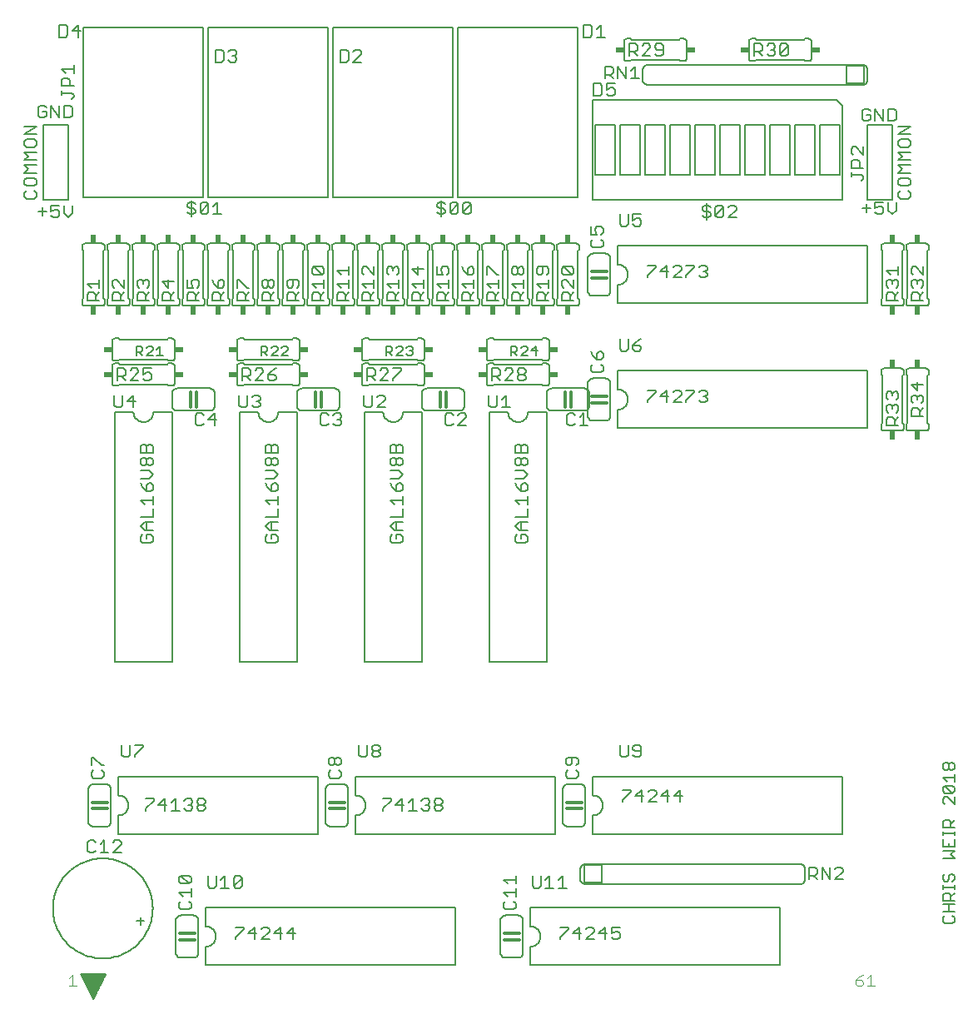
<source format=gto>
G04 This is an RS-274x file exported by *
G04 gerbv version 2.6.0 *
G04 More information is available about gerbv at *
G04 http://gerbv.gpleda.org/ *
G04 --End of header info--*
%MOIN*%
%FSLAX34Y34*%
%IPPOS*%
G04 --Define apertures--*
%ADD10C,0.0080*%
%ADD11C,0.0050*%
%ADD12C,0.0040*%
%ADD13C,0.0060*%
%ADD14C,0.0070*%
%ADD15C,0.0100*%
%ADD16C,0.0400*%
%ADD17C,0.0300*%
%ADD18C,0.0200*%
%ADD19C,0.0260*%
%ADD20C,0.0160*%
%ADD21R,0.0250X0.0200*%
%ADD22R,0.0200X0.0200*%
%ADD23R,0.0150X0.0200*%
%ADD24R,0.0150X0.0100*%
%ADD25R,0.0200X0.0100*%
%ADD26R,0.0240X0.0340*%
%ADD27R,0.0340X0.0240*%
%ADD28C,0.0120*%
G04 --Start main section--*
G54D10*
G01X0003130Y0034970D02*
G01X0003130Y0035290D01*
G01X0002970Y0035130D02*
G01X0003290Y0035130D01*
G01X0003486Y0035130D02*
G01X0003646Y0035210D01*
G01X0003646Y0035210D02*
G01X0003726Y0035210D01*
G01X0003726Y0035210D02*
G01X0003806Y0035130D01*
G01X0003806Y0035130D02*
G01X0003806Y0034970D01*
G01X0003806Y0034970D02*
G01X0003726Y0034890D01*
G01X0003726Y0034890D02*
G01X0003566Y0034890D01*
G01X0003566Y0034890D02*
G01X0003486Y0034970D01*
G01X0003486Y0035130D02*
G01X0003486Y0035370D01*
G01X0003486Y0035370D02*
G01X0003806Y0035370D01*
G01X0004001Y0035370D02*
G01X0004001Y0035050D01*
G01X0004001Y0035050D02*
G01X0004161Y0034890D01*
G01X0004161Y0034890D02*
G01X0004322Y0035050D01*
G01X0004322Y0035050D02*
G01X0004322Y0035370D01*
G01X0002890Y0035720D02*
G01X0002890Y0035880D01*
G01X0002890Y0035880D02*
G01X0002810Y0035960D01*
G01X0002810Y0036156D02*
G01X0002890Y0036236D01*
G01X0002890Y0036236D02*
G01X0002890Y0036396D01*
G01X0002890Y0036396D02*
G01X0002810Y0036476D01*
G01X0002810Y0036476D02*
G01X0002490Y0036476D01*
G01X0002490Y0036476D02*
G01X0002410Y0036396D01*
G01X0002410Y0036396D02*
G01X0002410Y0036236D01*
G01X0002410Y0036236D02*
G01X0002490Y0036156D01*
G01X0002490Y0036156D02*
G01X0002810Y0036156D01*
G01X0002490Y0035960D02*
G01X0002410Y0035880D01*
G01X0002410Y0035880D02*
G01X0002410Y0035720D01*
G01X0002410Y0035720D02*
G01X0002490Y0035640D01*
G01X0002490Y0035640D02*
G01X0002810Y0035640D01*
G01X0002810Y0035640D02*
G01X0002890Y0035720D01*
G01X0002890Y0036671D02*
G01X0002410Y0036671D01*
G01X0002410Y0036671D02*
G01X0002570Y0036831D01*
G01X0002570Y0036831D02*
G01X0002410Y0036992D01*
G01X0002410Y0036992D02*
G01X0002890Y0036992D01*
G01X0002890Y0037187D02*
G01X0002410Y0037187D01*
G01X0002410Y0037187D02*
G01X0002570Y0037347D01*
G01X0002570Y0037347D02*
G01X0002410Y0037507D01*
G01X0002410Y0037507D02*
G01X0002890Y0037507D01*
G01X0002810Y0037703D02*
G01X0002890Y0037783D01*
G01X0002890Y0037783D02*
G01X0002890Y0037943D01*
G01X0002890Y0037943D02*
G01X0002810Y0038023D01*
G01X0002810Y0038023D02*
G01X0002490Y0038023D01*
G01X0002490Y0038023D02*
G01X0002410Y0037943D01*
G01X0002410Y0037943D02*
G01X0002410Y0037783D01*
G01X0002410Y0037783D02*
G01X0002490Y0037703D01*
G01X0002490Y0037703D02*
G01X0002810Y0037703D01*
G01X0002890Y0038218D02*
G01X0002410Y0038218D01*
G01X0002410Y0038218D02*
G01X0002890Y0038538D01*
G01X0002890Y0038538D02*
G01X0002410Y0038538D01*
G01X0002970Y0038970D02*
G01X0003050Y0038890D01*
G01X0003050Y0038890D02*
G01X0003210Y0038890D01*
G01X0003210Y0038890D02*
G01X0003290Y0038970D01*
G01X0003290Y0038970D02*
G01X0003290Y0039130D01*
G01X0003290Y0039130D02*
G01X0003130Y0039130D01*
G01X0002970Y0039290D02*
G01X0002970Y0038970D01*
G01X0002970Y0039290D02*
G01X0003050Y0039370D01*
G01X0003050Y0039370D02*
G01X0003210Y0039370D01*
G01X0003210Y0039370D02*
G01X0003290Y0039290D01*
G01X0003486Y0039370D02*
G01X0003806Y0038890D01*
G01X0003806Y0038890D02*
G01X0003806Y0039370D01*
G01X0004001Y0039370D02*
G01X0004241Y0039370D01*
G01X0004241Y0039370D02*
G01X0004322Y0039290D01*
G01X0004322Y0039290D02*
G01X0004322Y0038970D01*
G01X0004322Y0038970D02*
G01X0004241Y0038890D01*
G01X0004241Y0038890D02*
G01X0004001Y0038890D01*
G01X0004001Y0038890D02*
G01X0004001Y0039370D01*
G01X0003486Y0039370D02*
G01X0003486Y0038890D01*
G01X0008947Y0035415D02*
G01X0009027Y0035495D01*
G01X0009027Y0035495D02*
G01X0009187Y0035495D01*
G01X0009187Y0035495D02*
G01X0009267Y0035415D01*
G01X0009187Y0035255D02*
G01X0009027Y0035255D01*
G01X0009027Y0035255D02*
G01X0008947Y0035335D01*
G01X0008947Y0035335D02*
G01X0008947Y0035415D01*
G01X0009107Y0035575D02*
G01X0009107Y0034935D01*
G01X0009187Y0035015D02*
G01X0009267Y0035095D01*
G01X0009267Y0035095D02*
G01X0009267Y0035175D01*
G01X0009267Y0035175D02*
G01X0009187Y0035255D01*
G01X0009187Y0035015D02*
G01X0009027Y0035015D01*
G01X0009027Y0035015D02*
G01X0008947Y0035095D01*
G01X0009462Y0035095D02*
G01X0009542Y0035015D01*
G01X0009542Y0035015D02*
G01X0009702Y0035015D01*
G01X0009702Y0035015D02*
G01X0009782Y0035095D01*
G01X0009782Y0035095D02*
G01X0009782Y0035415D01*
G01X0009782Y0035415D02*
G01X0009462Y0035095D01*
G01X0009462Y0035095D02*
G01X0009462Y0035415D01*
G01X0009462Y0035415D02*
G01X0009542Y0035495D01*
G01X0009542Y0035495D02*
G01X0009702Y0035495D01*
G01X0009702Y0035495D02*
G01X0009782Y0035415D01*
G01X0009978Y0035335D02*
G01X0010138Y0035495D01*
G01X0010138Y0035495D02*
G01X0010138Y0035015D01*
G01X0009978Y0035015D02*
G01X0010298Y0035015D01*
G01X0018947Y0035095D02*
G01X0019027Y0035015D01*
G01X0019027Y0035015D02*
G01X0019187Y0035015D01*
G01X0019187Y0035015D02*
G01X0019267Y0035095D01*
G01X0019267Y0035095D02*
G01X0019267Y0035175D01*
G01X0019267Y0035175D02*
G01X0019187Y0035255D01*
G01X0019187Y0035255D02*
G01X0019027Y0035255D01*
G01X0019027Y0035255D02*
G01X0018947Y0035335D01*
G01X0018947Y0035335D02*
G01X0018947Y0035415D01*
G01X0018947Y0035415D02*
G01X0019027Y0035495D01*
G01X0019027Y0035495D02*
G01X0019187Y0035495D01*
G01X0019187Y0035495D02*
G01X0019267Y0035415D01*
G01X0019462Y0035415D02*
G01X0019542Y0035495D01*
G01X0019542Y0035495D02*
G01X0019702Y0035495D01*
G01X0019702Y0035495D02*
G01X0019782Y0035415D01*
G01X0019782Y0035415D02*
G01X0019462Y0035095D01*
G01X0019462Y0035095D02*
G01X0019542Y0035015D01*
G01X0019542Y0035015D02*
G01X0019702Y0035015D01*
G01X0019702Y0035015D02*
G01X0019782Y0035095D01*
G01X0019782Y0035095D02*
G01X0019782Y0035415D01*
G01X0019978Y0035415D02*
G01X0020058Y0035495D01*
G01X0020058Y0035495D02*
G01X0020218Y0035495D01*
G01X0020218Y0035495D02*
G01X0020298Y0035415D01*
G01X0020298Y0035415D02*
G01X0019978Y0035095D01*
G01X0019978Y0035095D02*
G01X0020058Y0035015D01*
G01X0020058Y0035015D02*
G01X0020218Y0035015D01*
G01X0020218Y0035015D02*
G01X0020298Y0035095D01*
G01X0020298Y0035095D02*
G01X0020298Y0035415D01*
G01X0019978Y0035415D02*
G01X0019978Y0035095D01*
G01X0019462Y0035095D02*
G01X0019462Y0035415D01*
G01X0019107Y0035575D02*
G01X0019107Y0034935D01*
G01X0029572Y0034970D02*
G01X0029652Y0034890D01*
G01X0029652Y0034890D02*
G01X0029812Y0034890D01*
G01X0029812Y0034890D02*
G01X0029892Y0034970D01*
G01X0029892Y0034970D02*
G01X0029892Y0035050D01*
G01X0029892Y0035050D02*
G01X0029812Y0035130D01*
G01X0029812Y0035130D02*
G01X0029652Y0035130D01*
G01X0029652Y0035130D02*
G01X0029572Y0035210D01*
G01X0029572Y0035210D02*
G01X0029572Y0035290D01*
G01X0029572Y0035290D02*
G01X0029652Y0035370D01*
G01X0029652Y0035370D02*
G01X0029812Y0035370D01*
G01X0029812Y0035370D02*
G01X0029892Y0035290D01*
G01X0030087Y0035290D02*
G01X0030167Y0035370D01*
G01X0030167Y0035370D02*
G01X0030327Y0035370D01*
G01X0030327Y0035370D02*
G01X0030407Y0035290D01*
G01X0030407Y0035290D02*
G01X0030087Y0034970D01*
G01X0030087Y0034970D02*
G01X0030167Y0034890D01*
G01X0030167Y0034890D02*
G01X0030327Y0034890D01*
G01X0030327Y0034890D02*
G01X0030407Y0034970D01*
G01X0030407Y0034970D02*
G01X0030407Y0035290D01*
G01X0030603Y0035290D02*
G01X0030683Y0035370D01*
G01X0030683Y0035370D02*
G01X0030843Y0035370D01*
G01X0030843Y0035370D02*
G01X0030923Y0035290D01*
G01X0030923Y0035290D02*
G01X0030923Y0035210D01*
G01X0030923Y0035210D02*
G01X0030603Y0034890D01*
G01X0030603Y0034890D02*
G01X0030923Y0034890D01*
G01X0030087Y0034970D02*
G01X0030087Y0035290D01*
G01X0029732Y0035450D02*
G01X0029732Y0034810D01*
G01X0035970Y0035255D02*
G01X0036290Y0035255D01*
G01X0036486Y0035255D02*
G01X0036486Y0035495D01*
G01X0036486Y0035495D02*
G01X0036806Y0035495D01*
G01X0036726Y0035335D02*
G01X0036806Y0035255D01*
G01X0036806Y0035255D02*
G01X0036806Y0035095D01*
G01X0036806Y0035095D02*
G01X0036726Y0035015D01*
G01X0036726Y0035015D02*
G01X0036566Y0035015D01*
G01X0036566Y0035015D02*
G01X0036486Y0035095D01*
G01X0036486Y0035255D02*
G01X0036646Y0035335D01*
G01X0036646Y0035335D02*
G01X0036726Y0035335D01*
G01X0037001Y0035495D02*
G01X0037001Y0035175D01*
G01X0037001Y0035175D02*
G01X0037161Y0035015D01*
G01X0037161Y0035015D02*
G01X0037322Y0035175D01*
G01X0037322Y0035175D02*
G01X0037322Y0035495D01*
G01X0037490Y0035640D02*
G01X0037810Y0035640D01*
G01X0037810Y0035640D02*
G01X0037890Y0035720D01*
G01X0037890Y0035720D02*
G01X0037890Y0035880D01*
G01X0037890Y0035880D02*
G01X0037810Y0035960D01*
G01X0037810Y0036156D02*
G01X0037890Y0036236D01*
G01X0037890Y0036236D02*
G01X0037890Y0036396D01*
G01X0037890Y0036396D02*
G01X0037810Y0036476D01*
G01X0037810Y0036476D02*
G01X0037490Y0036476D01*
G01X0037490Y0036476D02*
G01X0037410Y0036396D01*
G01X0037410Y0036396D02*
G01X0037410Y0036236D01*
G01X0037410Y0036236D02*
G01X0037490Y0036156D01*
G01X0037490Y0036156D02*
G01X0037810Y0036156D01*
G01X0037490Y0035960D02*
G01X0037410Y0035880D01*
G01X0037410Y0035880D02*
G01X0037410Y0035720D01*
G01X0037410Y0035720D02*
G01X0037490Y0035640D01*
G01X0037410Y0036671D02*
G01X0037570Y0036831D01*
G01X0037570Y0036831D02*
G01X0037410Y0036992D01*
G01X0037410Y0036992D02*
G01X0037890Y0036992D01*
G01X0037890Y0037187D02*
G01X0037410Y0037187D01*
G01X0037410Y0037187D02*
G01X0037570Y0037347D01*
G01X0037570Y0037347D02*
G01X0037410Y0037507D01*
G01X0037410Y0037507D02*
G01X0037890Y0037507D01*
G01X0037810Y0037703D02*
G01X0037490Y0037703D01*
G01X0037490Y0037703D02*
G01X0037410Y0037783D01*
G01X0037410Y0037783D02*
G01X0037410Y0037943D01*
G01X0037410Y0037943D02*
G01X0037490Y0038023D01*
G01X0037490Y0038023D02*
G01X0037810Y0038023D01*
G01X0037810Y0038023D02*
G01X0037890Y0037943D01*
G01X0037890Y0037943D02*
G01X0037890Y0037783D01*
G01X0037890Y0037783D02*
G01X0037810Y0037703D01*
G01X0037890Y0038218D02*
G01X0037410Y0038218D01*
G01X0037410Y0038218D02*
G01X0037890Y0038538D01*
G01X0037890Y0038538D02*
G01X0037410Y0038538D01*
G01X0037241Y0038765D02*
G01X0037322Y0038845D01*
G01X0037322Y0038845D02*
G01X0037322Y0039165D01*
G01X0037322Y0039165D02*
G01X0037241Y0039245D01*
G01X0037241Y0039245D02*
G01X0037001Y0039245D01*
G01X0037001Y0039245D02*
G01X0037001Y0038765D01*
G01X0037001Y0038765D02*
G01X0037241Y0038765D01*
G01X0036806Y0038765D02*
G01X0036806Y0039245D01*
G01X0036486Y0039245D02*
G01X0036486Y0038765D01*
G01X0036290Y0038845D02*
G01X0036290Y0039005D01*
G01X0036290Y0039005D02*
G01X0036130Y0039005D01*
G01X0035970Y0039165D02*
G01X0035970Y0038845D01*
G01X0035970Y0038845D02*
G01X0036050Y0038765D01*
G01X0036050Y0038765D02*
G01X0036210Y0038765D01*
G01X0036210Y0038765D02*
G01X0036290Y0038845D01*
G01X0036290Y0039165D02*
G01X0036210Y0039245D01*
G01X0036210Y0039245D02*
G01X0036050Y0039245D01*
G01X0036050Y0039245D02*
G01X0035970Y0039165D01*
G01X0036486Y0039245D02*
G01X0036806Y0038765D01*
G01X0037410Y0036671D02*
G01X0037890Y0036671D01*
G01X0036130Y0035415D02*
G01X0036130Y0035095D01*
G54D11*
G01X0036180Y0035600D02*
G01X0036180Y0038600D01*
G01X0036180Y0038600D02*
G01X0037180Y0038600D01*
G01X0037180Y0038600D02*
G01X0037180Y0035600D01*
G01X0037180Y0035600D02*
G01X0036180Y0035600D01*
G01X0039280Y0013064D02*
G01X0039355Y0013064D01*
G01X0039355Y0013064D02*
G01X0039430Y0012989D01*
G01X0039430Y0012989D02*
G01X0039430Y0012839D01*
G01X0039430Y0012839D02*
G01X0039355Y0012764D01*
G01X0039355Y0012764D02*
G01X0039280Y0012764D01*
G01X0039280Y0012764D02*
G01X0039205Y0012839D01*
G01X0039205Y0012839D02*
G01X0039205Y0012989D01*
G01X0039205Y0012989D02*
G01X0039280Y0013064D01*
G01X0039430Y0012989D02*
G01X0039505Y0013064D01*
G01X0039505Y0013064D02*
G01X0039580Y0013064D01*
G01X0039580Y0013064D02*
G01X0039655Y0012989D01*
G01X0039655Y0012989D02*
G01X0039655Y0012839D01*
G01X0039655Y0012839D02*
G01X0039580Y0012764D01*
G01X0039580Y0012764D02*
G01X0039505Y0012764D01*
G01X0039505Y0012764D02*
G01X0039430Y0012839D01*
G01X0039655Y0012603D02*
G01X0039655Y0012303D01*
G01X0039655Y0012453D02*
G01X0039205Y0012453D01*
G01X0039205Y0012453D02*
G01X0039355Y0012303D01*
G01X0039280Y0012143D02*
G01X0039580Y0011843D01*
G01X0039580Y0011843D02*
G01X0039655Y0011918D01*
G01X0039655Y0011918D02*
G01X0039655Y0012068D01*
G01X0039655Y0012068D02*
G01X0039580Y0012143D01*
G01X0039580Y0012143D02*
G01X0039280Y0012143D01*
G01X0039280Y0012143D02*
G01X0039205Y0012068D01*
G01X0039205Y0012068D02*
G01X0039205Y0011918D01*
G01X0039205Y0011918D02*
G01X0039280Y0011843D01*
G01X0039280Y0011843D02*
G01X0039580Y0011843D01*
G01X0039655Y0011683D02*
G01X0039655Y0011382D01*
G01X0039655Y0011382D02*
G01X0039355Y0011683D01*
G01X0039355Y0011683D02*
G01X0039280Y0011683D01*
G01X0039280Y0011683D02*
G01X0039205Y0011608D01*
G01X0039205Y0011608D02*
G01X0039205Y0011457D01*
G01X0039205Y0011457D02*
G01X0039280Y0011382D01*
G01X0039280Y0010762D02*
G01X0039430Y0010762D01*
G01X0039430Y0010762D02*
G01X0039505Y0010687D01*
G01X0039505Y0010687D02*
G01X0039505Y0010462D01*
G01X0039505Y0010612D02*
G01X0039655Y0010762D01*
G01X0039655Y0010462D02*
G01X0039205Y0010462D01*
G01X0039205Y0010462D02*
G01X0039205Y0010687D01*
G01X0039205Y0010687D02*
G01X0039280Y0010762D01*
G01X0039205Y0010305D02*
G01X0039205Y0010155D01*
G01X0039205Y0010230D02*
G01X0039655Y0010230D01*
G01X0039655Y0010155D02*
G01X0039655Y0010305D01*
G01X0039655Y0009995D02*
G01X0039655Y0009694D01*
G01X0039655Y0009694D02*
G01X0039205Y0009694D01*
G01X0039205Y0009694D02*
G01X0039205Y0009995D01*
G01X0039430Y0009844D02*
G01X0039430Y0009694D01*
G01X0039655Y0009534D02*
G01X0039205Y0009534D01*
G01X0039205Y0009234D02*
G01X0039655Y0009234D01*
G01X0039655Y0009234D02*
G01X0039505Y0009384D01*
G01X0039505Y0009384D02*
G01X0039655Y0009534D01*
G01X0039580Y0008613D02*
G01X0039505Y0008613D01*
G01X0039505Y0008613D02*
G01X0039430Y0008538D01*
G01X0039430Y0008538D02*
G01X0039430Y0008388D01*
G01X0039430Y0008388D02*
G01X0039355Y0008313D01*
G01X0039355Y0008313D02*
G01X0039280Y0008313D01*
G01X0039280Y0008313D02*
G01X0039205Y0008388D01*
G01X0039205Y0008388D02*
G01X0039205Y0008538D01*
G01X0039205Y0008538D02*
G01X0039280Y0008613D01*
G01X0039580Y0008613D02*
G01X0039655Y0008538D01*
G01X0039655Y0008538D02*
G01X0039655Y0008388D01*
G01X0039655Y0008388D02*
G01X0039580Y0008313D01*
G01X0039655Y0008156D02*
G01X0039655Y0008006D01*
G01X0039655Y0008081D02*
G01X0039205Y0008081D01*
G01X0039205Y0008006D02*
G01X0039205Y0008156D01*
G01X0039280Y0007846D02*
G01X0039430Y0007846D01*
G01X0039430Y0007846D02*
G01X0039505Y0007771D01*
G01X0039505Y0007771D02*
G01X0039505Y0007546D01*
G01X0039505Y0007696D02*
G01X0039655Y0007846D01*
G01X0039655Y0007546D02*
G01X0039205Y0007546D01*
G01X0039205Y0007546D02*
G01X0039205Y0007771D01*
G01X0039205Y0007771D02*
G01X0039280Y0007846D01*
G01X0039205Y0007386D02*
G01X0039655Y0007386D01*
G01X0039430Y0007386D02*
G01X0039430Y0007085D01*
G01X0039580Y0006925D02*
G01X0039655Y0006850D01*
G01X0039655Y0006850D02*
G01X0039655Y0006700D01*
G01X0039655Y0006700D02*
G01X0039580Y0006625D01*
G01X0039580Y0006625D02*
G01X0039280Y0006625D01*
G01X0039280Y0006625D02*
G01X0039205Y0006700D01*
G01X0039205Y0006700D02*
G01X0039205Y0006850D01*
G01X0039205Y0006850D02*
G01X0039280Y0006925D01*
G01X0039205Y0007085D02*
G01X0039655Y0007085D01*
G01X0005680Y0004600D02*
G01X0004680Y0004600D01*
G01X0004680Y0004600D02*
G01X0005180Y0003600D01*
G01X0005180Y0003600D02*
G01X0005680Y0004600D01*
G01X0005658Y0004555D02*
G01X0004702Y0004555D01*
G01X0004727Y0004507D02*
G01X0005633Y0004507D01*
G01X0005609Y0004458D02*
G01X0004751Y0004458D01*
G01X0004775Y0004410D02*
G01X0005585Y0004410D01*
G01X0005561Y0004361D02*
G01X0004799Y0004361D01*
G01X0004824Y0004313D02*
G01X0005536Y0004313D01*
G01X0005512Y0004264D02*
G01X0004848Y0004264D01*
G01X0004872Y0004216D02*
G01X0005488Y0004216D01*
G01X0005464Y0004167D02*
G01X0004896Y0004167D01*
G01X0004921Y0004119D02*
G01X0005439Y0004119D01*
G01X0005415Y0004070D02*
G01X0004945Y0004070D01*
G01X0004969Y0004022D02*
G01X0005391Y0004022D01*
G01X0005367Y0003973D02*
G01X0004993Y0003973D01*
G01X0005018Y0003925D02*
G01X0005342Y0003925D01*
G01X0005318Y0003876D02*
G01X0005042Y0003876D01*
G01X0005066Y0003828D02*
G01X0005294Y0003828D01*
G01X0005270Y0003779D02*
G01X0005090Y0003779D01*
G01X0005115Y0003731D02*
G01X0005245Y0003731D01*
G01X0005221Y0003682D02*
G01X0005139Y0003682D01*
G01X0005163Y0003634D02*
G01X0005197Y0003634D01*
G01X0004180Y0035600D02*
G01X0003180Y0035600D01*
G01X0003180Y0035600D02*
G01X0003180Y0038600D01*
G01X0003180Y0038600D02*
G01X0004180Y0038600D01*
G01X0004180Y0038600D02*
G01X0004180Y0035600D01*
G54D12*
G01X0004200Y0004120D02*
G01X0004507Y0004120D01*
G01X0004353Y0004120D02*
G01X0004353Y0004580D01*
G01X0004353Y0004580D02*
G01X0004200Y0004427D01*
G01X0035700Y0004350D02*
G01X0035700Y0004197D01*
G01X0035700Y0004197D02*
G01X0035777Y0004120D01*
G01X0035777Y0004120D02*
G01X0035930Y0004120D01*
G01X0035930Y0004120D02*
G01X0036007Y0004197D01*
G01X0036007Y0004197D02*
G01X0036007Y0004273D01*
G01X0036007Y0004273D02*
G01X0035930Y0004350D01*
G01X0035930Y0004350D02*
G01X0035700Y0004350D01*
G01X0035700Y0004350D02*
G01X0035853Y0004504D01*
G01X0035853Y0004504D02*
G01X0036007Y0004580D01*
G01X0036160Y0004427D02*
G01X0036314Y0004580D01*
G01X0036314Y0004580D02*
G01X0036314Y0004120D01*
G01X0036467Y0004120D02*
G01X0036160Y0004120D01*
G54D13*
G01X0032680Y0004950D02*
G01X0032680Y0007250D01*
G01X0032680Y0007250D02*
G01X0022680Y0007250D01*
G01X0022680Y0007250D02*
G01X0022680Y0006500D01*
G01X0022380Y0006750D02*
G01X0022380Y0005450D01*
G01X0022380Y0005450D02*
G01X0022378Y0005424D01*
G01X0022378Y0005424D02*
G01X0022373Y0005398D01*
G01X0022373Y0005398D02*
G01X0022365Y0005373D01*
G01X0022365Y0005373D02*
G01X0022353Y0005350D01*
G01X0022353Y0005350D02*
G01X0022339Y0005328D01*
G01X0022339Y0005328D02*
G01X0022321Y0005309D01*
G01X0022321Y0005309D02*
G01X0022302Y0005291D01*
G01X0022302Y0005291D02*
G01X0022280Y0005277D01*
G01X0022280Y0005277D02*
G01X0022257Y0005265D01*
G01X0022257Y0005265D02*
G01X0022232Y0005257D01*
G01X0022232Y0005257D02*
G01X0022206Y0005252D01*
G01X0022206Y0005252D02*
G01X0022180Y0005250D01*
G01X0022180Y0005250D02*
G01X0021680Y0005250D01*
G01X0021680Y0005250D02*
G01X0021654Y0005252D01*
G01X0021654Y0005252D02*
G01X0021628Y0005257D01*
G01X0021628Y0005257D02*
G01X0021603Y0005265D01*
G01X0021603Y0005265D02*
G01X0021580Y0005277D01*
G01X0021580Y0005277D02*
G01X0021558Y0005291D01*
G01X0021558Y0005291D02*
G01X0021539Y0005309D01*
G01X0021539Y0005309D02*
G01X0021521Y0005328D01*
G01X0021521Y0005328D02*
G01X0021507Y0005350D01*
G01X0021507Y0005350D02*
G01X0021495Y0005373D01*
G01X0021495Y0005373D02*
G01X0021487Y0005398D01*
G01X0021487Y0005398D02*
G01X0021482Y0005424D01*
G01X0021482Y0005424D02*
G01X0021480Y0005450D01*
G01X0021480Y0005450D02*
G01X0021480Y0006750D01*
G01X0021480Y0006750D02*
G01X0021482Y0006776D01*
G01X0021482Y0006776D02*
G01X0021487Y0006802D01*
G01X0021487Y0006802D02*
G01X0021495Y0006827D01*
G01X0021495Y0006827D02*
G01X0021507Y0006850D01*
G01X0021507Y0006850D02*
G01X0021521Y0006872D01*
G01X0021521Y0006872D02*
G01X0021539Y0006891D01*
G01X0021539Y0006891D02*
G01X0021558Y0006909D01*
G01X0021558Y0006909D02*
G01X0021580Y0006923D01*
G01X0021580Y0006923D02*
G01X0021603Y0006935D01*
G01X0021603Y0006935D02*
G01X0021628Y0006943D01*
G01X0021628Y0006943D02*
G01X0021654Y0006948D01*
G01X0021654Y0006948D02*
G01X0021680Y0006950D01*
G01X0021680Y0006950D02*
G01X0022180Y0006950D01*
G01X0022180Y0006950D02*
G01X0022206Y0006948D01*
G01X0022206Y0006948D02*
G01X0022232Y0006943D01*
G01X0022232Y0006943D02*
G01X0022257Y0006935D01*
G01X0022257Y0006935D02*
G01X0022280Y0006923D01*
G01X0022280Y0006923D02*
G01X0022302Y0006909D01*
G01X0022302Y0006909D02*
G01X0022321Y0006891D01*
G01X0022321Y0006891D02*
G01X0022339Y0006872D01*
G01X0022339Y0006872D02*
G01X0022353Y0006850D01*
G01X0022353Y0006850D02*
G01X0022365Y0006827D01*
G01X0022365Y0006827D02*
G01X0022373Y0006802D01*
G01X0022373Y0006802D02*
G01X0022378Y0006776D01*
G01X0022378Y0006776D02*
G01X0022380Y0006750D01*
G01X0022680Y0006500D02*
G01X0022719Y0006498D01*
G01X0022719Y0006498D02*
G01X0022758Y0006492D01*
G01X0022758Y0006492D02*
G01X0022796Y0006483D01*
G01X0022796Y0006483D02*
G01X0022833Y0006470D01*
G01X0022833Y0006470D02*
G01X0022869Y0006453D01*
G01X0022869Y0006453D02*
G01X0022902Y0006433D01*
G01X0022902Y0006433D02*
G01X0022934Y0006409D01*
G01X0022934Y0006409D02*
G01X0022963Y0006383D01*
G01X0022963Y0006383D02*
G01X0022989Y0006354D01*
G01X0022989Y0006354D02*
G01X0023013Y0006322D01*
G01X0023013Y0006322D02*
G01X0023033Y0006289D01*
G01X0023033Y0006289D02*
G01X0023050Y0006253D01*
G01X0023050Y0006253D02*
G01X0023063Y0006216D01*
G01X0023063Y0006216D02*
G01X0023072Y0006178D01*
G01X0023072Y0006178D02*
G01X0023078Y0006139D01*
G01X0023078Y0006139D02*
G01X0023080Y0006100D01*
G01X0023080Y0006100D02*
G01X0023078Y0006061D01*
G01X0023078Y0006061D02*
G01X0023072Y0006022D01*
G01X0023072Y0006022D02*
G01X0023063Y0005984D01*
G01X0023063Y0005984D02*
G01X0023050Y0005947D01*
G01X0023050Y0005947D02*
G01X0023033Y0005911D01*
G01X0023033Y0005911D02*
G01X0023013Y0005878D01*
G01X0023013Y0005878D02*
G01X0022989Y0005846D01*
G01X0022989Y0005846D02*
G01X0022963Y0005817D01*
G01X0022963Y0005817D02*
G01X0022934Y0005791D01*
G01X0022934Y0005791D02*
G01X0022902Y0005767D01*
G01X0022902Y0005767D02*
G01X0022869Y0005747D01*
G01X0022869Y0005747D02*
G01X0022833Y0005730D01*
G01X0022833Y0005730D02*
G01X0022796Y0005717D01*
G01X0022796Y0005717D02*
G01X0022758Y0005708D01*
G01X0022758Y0005708D02*
G01X0022719Y0005702D01*
G01X0022719Y0005702D02*
G01X0022680Y0005700D01*
G01X0022680Y0005700D02*
G01X0022680Y0004950D01*
G01X0022680Y0004950D02*
G01X0032680Y0004950D01*
G01X0033480Y0008200D02*
G01X0024880Y0008200D01*
G01X0024830Y0008250D02*
G01X0024830Y0008950D01*
G01X0024830Y0008950D02*
G01X0025530Y0008950D01*
G01X0025530Y0008950D02*
G01X0025530Y0008250D01*
G01X0025530Y0008250D02*
G01X0024830Y0008250D01*
G01X0024880Y0008200D02*
G01X0024854Y0008202D01*
G01X0024854Y0008202D02*
G01X0024828Y0008207D01*
G01X0024828Y0008207D02*
G01X0024803Y0008215D01*
G01X0024803Y0008215D02*
G01X0024780Y0008227D01*
G01X0024780Y0008227D02*
G01X0024758Y0008241D01*
G01X0024758Y0008241D02*
G01X0024739Y0008259D01*
G01X0024739Y0008259D02*
G01X0024721Y0008278D01*
G01X0024721Y0008278D02*
G01X0024707Y0008300D01*
G01X0024707Y0008300D02*
G01X0024695Y0008323D01*
G01X0024695Y0008323D02*
G01X0024687Y0008348D01*
G01X0024687Y0008348D02*
G01X0024682Y0008374D01*
G01X0024682Y0008374D02*
G01X0024680Y0008400D01*
G01X0024680Y0008400D02*
G01X0024680Y0008800D01*
G01X0024680Y0008800D02*
G01X0024682Y0008826D01*
G01X0024682Y0008826D02*
G01X0024687Y0008852D01*
G01X0024687Y0008852D02*
G01X0024695Y0008877D01*
G01X0024695Y0008877D02*
G01X0024707Y0008900D01*
G01X0024707Y0008900D02*
G01X0024721Y0008922D01*
G01X0024721Y0008922D02*
G01X0024739Y0008941D01*
G01X0024739Y0008941D02*
G01X0024758Y0008959D01*
G01X0024758Y0008959D02*
G01X0024780Y0008973D01*
G01X0024780Y0008973D02*
G01X0024803Y0008985D01*
G01X0024803Y0008985D02*
G01X0024828Y0008993D01*
G01X0024828Y0008993D02*
G01X0024854Y0008998D01*
G01X0024854Y0008998D02*
G01X0024880Y0009000D01*
G01X0024880Y0009000D02*
G01X0033480Y0009000D01*
G01X0033480Y0009000D02*
G01X0033506Y0008998D01*
G01X0033506Y0008998D02*
G01X0033532Y0008993D01*
G01X0033532Y0008993D02*
G01X0033557Y0008985D01*
G01X0033557Y0008985D02*
G01X0033580Y0008973D01*
G01X0033580Y0008973D02*
G01X0033602Y0008959D01*
G01X0033602Y0008959D02*
G01X0033621Y0008941D01*
G01X0033621Y0008941D02*
G01X0033639Y0008922D01*
G01X0033639Y0008922D02*
G01X0033653Y0008900D01*
G01X0033653Y0008900D02*
G01X0033665Y0008877D01*
G01X0033665Y0008877D02*
G01X0033673Y0008852D01*
G01X0033673Y0008852D02*
G01X0033678Y0008826D01*
G01X0033678Y0008826D02*
G01X0033680Y0008800D01*
G01X0033680Y0008800D02*
G01X0033680Y0008400D01*
G01X0033680Y0008400D02*
G01X0033678Y0008374D01*
G01X0033678Y0008374D02*
G01X0033673Y0008348D01*
G01X0033673Y0008348D02*
G01X0033665Y0008323D01*
G01X0033665Y0008323D02*
G01X0033653Y0008300D01*
G01X0033653Y0008300D02*
G01X0033639Y0008278D01*
G01X0033639Y0008278D02*
G01X0033621Y0008259D01*
G01X0033621Y0008259D02*
G01X0033602Y0008241D01*
G01X0033602Y0008241D02*
G01X0033580Y0008227D01*
G01X0033580Y0008227D02*
G01X0033557Y0008215D01*
G01X0033557Y0008215D02*
G01X0033532Y0008207D01*
G01X0033532Y0008207D02*
G01X0033506Y0008202D01*
G01X0033506Y0008202D02*
G01X0033480Y0008200D01*
G01X0035180Y0010200D02*
G01X0035180Y0012500D01*
G01X0035180Y0012500D02*
G01X0025180Y0012500D01*
G01X0025180Y0012500D02*
G01X0025180Y0011750D01*
G01X0024880Y0012000D02*
G01X0024880Y0010700D01*
G01X0024880Y0010700D02*
G01X0024878Y0010674D01*
G01X0024878Y0010674D02*
G01X0024873Y0010648D01*
G01X0024873Y0010648D02*
G01X0024865Y0010623D01*
G01X0024865Y0010623D02*
G01X0024853Y0010600D01*
G01X0024853Y0010600D02*
G01X0024839Y0010578D01*
G01X0024839Y0010578D02*
G01X0024821Y0010559D01*
G01X0024821Y0010559D02*
G01X0024802Y0010541D01*
G01X0024802Y0010541D02*
G01X0024780Y0010527D01*
G01X0024780Y0010527D02*
G01X0024757Y0010515D01*
G01X0024757Y0010515D02*
G01X0024732Y0010507D01*
G01X0024732Y0010507D02*
G01X0024706Y0010502D01*
G01X0024706Y0010502D02*
G01X0024680Y0010500D01*
G01X0024680Y0010500D02*
G01X0024180Y0010500D01*
G01X0024180Y0010500D02*
G01X0024154Y0010502D01*
G01X0024154Y0010502D02*
G01X0024128Y0010507D01*
G01X0024128Y0010507D02*
G01X0024103Y0010515D01*
G01X0024103Y0010515D02*
G01X0024080Y0010527D01*
G01X0024080Y0010527D02*
G01X0024058Y0010541D01*
G01X0024058Y0010541D02*
G01X0024039Y0010559D01*
G01X0024039Y0010559D02*
G01X0024021Y0010578D01*
G01X0024021Y0010578D02*
G01X0024007Y0010600D01*
G01X0024007Y0010600D02*
G01X0023995Y0010623D01*
G01X0023995Y0010623D02*
G01X0023987Y0010648D01*
G01X0023987Y0010648D02*
G01X0023982Y0010674D01*
G01X0023982Y0010674D02*
G01X0023980Y0010700D01*
G01X0023980Y0010700D02*
G01X0023980Y0012000D01*
G01X0023980Y0012000D02*
G01X0023982Y0012026D01*
G01X0023982Y0012026D02*
G01X0023987Y0012052D01*
G01X0023987Y0012052D02*
G01X0023995Y0012077D01*
G01X0023995Y0012077D02*
G01X0024007Y0012100D01*
G01X0024007Y0012100D02*
G01X0024021Y0012122D01*
G01X0024021Y0012122D02*
G01X0024039Y0012141D01*
G01X0024039Y0012141D02*
G01X0024058Y0012159D01*
G01X0024058Y0012159D02*
G01X0024080Y0012173D01*
G01X0024080Y0012173D02*
G01X0024103Y0012185D01*
G01X0024103Y0012185D02*
G01X0024128Y0012193D01*
G01X0024128Y0012193D02*
G01X0024154Y0012198D01*
G01X0024154Y0012198D02*
G01X0024180Y0012200D01*
G01X0024180Y0012200D02*
G01X0024680Y0012200D01*
G01X0024680Y0012200D02*
G01X0024706Y0012198D01*
G01X0024706Y0012198D02*
G01X0024732Y0012193D01*
G01X0024732Y0012193D02*
G01X0024757Y0012185D01*
G01X0024757Y0012185D02*
G01X0024780Y0012173D01*
G01X0024780Y0012173D02*
G01X0024802Y0012159D01*
G01X0024802Y0012159D02*
G01X0024821Y0012141D01*
G01X0024821Y0012141D02*
G01X0024839Y0012122D01*
G01X0024839Y0012122D02*
G01X0024853Y0012100D01*
G01X0024853Y0012100D02*
G01X0024865Y0012077D01*
G01X0024865Y0012077D02*
G01X0024873Y0012052D01*
G01X0024873Y0012052D02*
G01X0024878Y0012026D01*
G01X0024878Y0012026D02*
G01X0024880Y0012000D01*
G01X0025180Y0011750D02*
G01X0025219Y0011748D01*
G01X0025219Y0011748D02*
G01X0025258Y0011742D01*
G01X0025258Y0011742D02*
G01X0025296Y0011733D01*
G01X0025296Y0011733D02*
G01X0025333Y0011720D01*
G01X0025333Y0011720D02*
G01X0025369Y0011703D01*
G01X0025369Y0011703D02*
G01X0025402Y0011683D01*
G01X0025402Y0011683D02*
G01X0025434Y0011659D01*
G01X0025434Y0011659D02*
G01X0025463Y0011633D01*
G01X0025463Y0011633D02*
G01X0025489Y0011604D01*
G01X0025489Y0011604D02*
G01X0025513Y0011572D01*
G01X0025513Y0011572D02*
G01X0025533Y0011539D01*
G01X0025533Y0011539D02*
G01X0025550Y0011503D01*
G01X0025550Y0011503D02*
G01X0025563Y0011466D01*
G01X0025563Y0011466D02*
G01X0025572Y0011428D01*
G01X0025572Y0011428D02*
G01X0025578Y0011389D01*
G01X0025578Y0011389D02*
G01X0025580Y0011350D01*
G01X0025580Y0011350D02*
G01X0025578Y0011311D01*
G01X0025578Y0011311D02*
G01X0025572Y0011272D01*
G01X0025572Y0011272D02*
G01X0025563Y0011234D01*
G01X0025563Y0011234D02*
G01X0025550Y0011197D01*
G01X0025550Y0011197D02*
G01X0025533Y0011161D01*
G01X0025533Y0011161D02*
G01X0025513Y0011128D01*
G01X0025513Y0011128D02*
G01X0025489Y0011096D01*
G01X0025489Y0011096D02*
G01X0025463Y0011067D01*
G01X0025463Y0011067D02*
G01X0025434Y0011041D01*
G01X0025434Y0011041D02*
G01X0025402Y0011017D01*
G01X0025402Y0011017D02*
G01X0025369Y0010997D01*
G01X0025369Y0010997D02*
G01X0025333Y0010980D01*
G01X0025333Y0010980D02*
G01X0025296Y0010967D01*
G01X0025296Y0010967D02*
G01X0025258Y0010958D01*
G01X0025258Y0010958D02*
G01X0025219Y0010952D01*
G01X0025219Y0010952D02*
G01X0025180Y0010950D01*
G01X0025180Y0010950D02*
G01X0025180Y0010200D01*
G01X0025180Y0010200D02*
G01X0035180Y0010200D01*
G01X0023680Y0010200D02*
G01X0023680Y0012500D01*
G01X0023680Y0012500D02*
G01X0015680Y0012500D01*
G01X0015680Y0012500D02*
G01X0015680Y0011750D01*
G01X0015380Y0012000D02*
G01X0015380Y0010700D01*
G01X0015380Y0010700D02*
G01X0015378Y0010674D01*
G01X0015378Y0010674D02*
G01X0015373Y0010648D01*
G01X0015373Y0010648D02*
G01X0015365Y0010623D01*
G01X0015365Y0010623D02*
G01X0015353Y0010600D01*
G01X0015353Y0010600D02*
G01X0015339Y0010578D01*
G01X0015339Y0010578D02*
G01X0015321Y0010559D01*
G01X0015321Y0010559D02*
G01X0015302Y0010541D01*
G01X0015302Y0010541D02*
G01X0015280Y0010527D01*
G01X0015280Y0010527D02*
G01X0015257Y0010515D01*
G01X0015257Y0010515D02*
G01X0015232Y0010507D01*
G01X0015232Y0010507D02*
G01X0015206Y0010502D01*
G01X0015206Y0010502D02*
G01X0015180Y0010500D01*
G01X0015180Y0010500D02*
G01X0014680Y0010500D01*
G01X0014680Y0010500D02*
G01X0014654Y0010502D01*
G01X0014654Y0010502D02*
G01X0014628Y0010507D01*
G01X0014628Y0010507D02*
G01X0014603Y0010515D01*
G01X0014603Y0010515D02*
G01X0014580Y0010527D01*
G01X0014580Y0010527D02*
G01X0014558Y0010541D01*
G01X0014558Y0010541D02*
G01X0014539Y0010559D01*
G01X0014539Y0010559D02*
G01X0014521Y0010578D01*
G01X0014521Y0010578D02*
G01X0014507Y0010600D01*
G01X0014507Y0010600D02*
G01X0014495Y0010623D01*
G01X0014495Y0010623D02*
G01X0014487Y0010648D01*
G01X0014487Y0010648D02*
G01X0014482Y0010674D01*
G01X0014482Y0010674D02*
G01X0014480Y0010700D01*
G01X0014480Y0010700D02*
G01X0014480Y0012000D01*
G01X0014480Y0012000D02*
G01X0014482Y0012026D01*
G01X0014482Y0012026D02*
G01X0014487Y0012052D01*
G01X0014487Y0012052D02*
G01X0014495Y0012077D01*
G01X0014495Y0012077D02*
G01X0014507Y0012100D01*
G01X0014507Y0012100D02*
G01X0014521Y0012122D01*
G01X0014521Y0012122D02*
G01X0014539Y0012141D01*
G01X0014539Y0012141D02*
G01X0014558Y0012159D01*
G01X0014558Y0012159D02*
G01X0014580Y0012173D01*
G01X0014580Y0012173D02*
G01X0014603Y0012185D01*
G01X0014603Y0012185D02*
G01X0014628Y0012193D01*
G01X0014628Y0012193D02*
G01X0014654Y0012198D01*
G01X0014654Y0012198D02*
G01X0014680Y0012200D01*
G01X0014680Y0012200D02*
G01X0015180Y0012200D01*
G01X0015180Y0012200D02*
G01X0015206Y0012198D01*
G01X0015206Y0012198D02*
G01X0015232Y0012193D01*
G01X0015232Y0012193D02*
G01X0015257Y0012185D01*
G01X0015257Y0012185D02*
G01X0015280Y0012173D01*
G01X0015280Y0012173D02*
G01X0015302Y0012159D01*
G01X0015302Y0012159D02*
G01X0015321Y0012141D01*
G01X0015321Y0012141D02*
G01X0015339Y0012122D01*
G01X0015339Y0012122D02*
G01X0015353Y0012100D01*
G01X0015353Y0012100D02*
G01X0015365Y0012077D01*
G01X0015365Y0012077D02*
G01X0015373Y0012052D01*
G01X0015373Y0012052D02*
G01X0015378Y0012026D01*
G01X0015378Y0012026D02*
G01X0015380Y0012000D01*
G01X0015680Y0011750D02*
G01X0015719Y0011748D01*
G01X0015719Y0011748D02*
G01X0015758Y0011742D01*
G01X0015758Y0011742D02*
G01X0015796Y0011733D01*
G01X0015796Y0011733D02*
G01X0015833Y0011720D01*
G01X0015833Y0011720D02*
G01X0015869Y0011703D01*
G01X0015869Y0011703D02*
G01X0015902Y0011683D01*
G01X0015902Y0011683D02*
G01X0015934Y0011659D01*
G01X0015934Y0011659D02*
G01X0015963Y0011633D01*
G01X0015963Y0011633D02*
G01X0015989Y0011604D01*
G01X0015989Y0011604D02*
G01X0016013Y0011572D01*
G01X0016013Y0011572D02*
G01X0016033Y0011539D01*
G01X0016033Y0011539D02*
G01X0016050Y0011503D01*
G01X0016050Y0011503D02*
G01X0016063Y0011466D01*
G01X0016063Y0011466D02*
G01X0016072Y0011428D01*
G01X0016072Y0011428D02*
G01X0016078Y0011389D01*
G01X0016078Y0011389D02*
G01X0016080Y0011350D01*
G01X0016080Y0011350D02*
G01X0016078Y0011311D01*
G01X0016078Y0011311D02*
G01X0016072Y0011272D01*
G01X0016072Y0011272D02*
G01X0016063Y0011234D01*
G01X0016063Y0011234D02*
G01X0016050Y0011197D01*
G01X0016050Y0011197D02*
G01X0016033Y0011161D01*
G01X0016033Y0011161D02*
G01X0016013Y0011128D01*
G01X0016013Y0011128D02*
G01X0015989Y0011096D01*
G01X0015989Y0011096D02*
G01X0015963Y0011067D01*
G01X0015963Y0011067D02*
G01X0015934Y0011041D01*
G01X0015934Y0011041D02*
G01X0015902Y0011017D01*
G01X0015902Y0011017D02*
G01X0015869Y0010997D01*
G01X0015869Y0010997D02*
G01X0015833Y0010980D01*
G01X0015833Y0010980D02*
G01X0015796Y0010967D01*
G01X0015796Y0010967D02*
G01X0015758Y0010958D01*
G01X0015758Y0010958D02*
G01X0015719Y0010952D01*
G01X0015719Y0010952D02*
G01X0015680Y0010950D01*
G01X0015680Y0010950D02*
G01X0015680Y0010200D01*
G01X0015680Y0010200D02*
G01X0023680Y0010200D01*
G01X0019680Y0007250D02*
G01X0019680Y0004950D01*
G01X0019680Y0004950D02*
G01X0009680Y0004950D01*
G01X0009680Y0004950D02*
G01X0009680Y0005700D01*
G01X0009380Y0005450D02*
G01X0009380Y0006750D01*
G01X0009380Y0006750D02*
G01X0009378Y0006776D01*
G01X0009378Y0006776D02*
G01X0009373Y0006802D01*
G01X0009373Y0006802D02*
G01X0009365Y0006827D01*
G01X0009365Y0006827D02*
G01X0009353Y0006850D01*
G01X0009353Y0006850D02*
G01X0009339Y0006872D01*
G01X0009339Y0006872D02*
G01X0009321Y0006891D01*
G01X0009321Y0006891D02*
G01X0009302Y0006909D01*
G01X0009302Y0006909D02*
G01X0009280Y0006923D01*
G01X0009280Y0006923D02*
G01X0009257Y0006935D01*
G01X0009257Y0006935D02*
G01X0009232Y0006943D01*
G01X0009232Y0006943D02*
G01X0009206Y0006948D01*
G01X0009206Y0006948D02*
G01X0009180Y0006950D01*
G01X0009180Y0006950D02*
G01X0008680Y0006950D01*
G01X0008680Y0006950D02*
G01X0008654Y0006948D01*
G01X0008654Y0006948D02*
G01X0008628Y0006943D01*
G01X0008628Y0006943D02*
G01X0008603Y0006935D01*
G01X0008603Y0006935D02*
G01X0008580Y0006923D01*
G01X0008580Y0006923D02*
G01X0008558Y0006909D01*
G01X0008558Y0006909D02*
G01X0008539Y0006891D01*
G01X0008539Y0006891D02*
G01X0008521Y0006872D01*
G01X0008521Y0006872D02*
G01X0008507Y0006850D01*
G01X0008507Y0006850D02*
G01X0008495Y0006827D01*
G01X0008495Y0006827D02*
G01X0008487Y0006802D01*
G01X0008487Y0006802D02*
G01X0008482Y0006776D01*
G01X0008482Y0006776D02*
G01X0008480Y0006750D01*
G01X0008480Y0006750D02*
G01X0008480Y0005450D01*
G01X0008480Y0005450D02*
G01X0008482Y0005424D01*
G01X0008482Y0005424D02*
G01X0008487Y0005398D01*
G01X0008487Y0005398D02*
G01X0008495Y0005373D01*
G01X0008495Y0005373D02*
G01X0008507Y0005350D01*
G01X0008507Y0005350D02*
G01X0008521Y0005328D01*
G01X0008521Y0005328D02*
G01X0008539Y0005309D01*
G01X0008539Y0005309D02*
G01X0008558Y0005291D01*
G01X0008558Y0005291D02*
G01X0008580Y0005277D01*
G01X0008580Y0005277D02*
G01X0008603Y0005265D01*
G01X0008603Y0005265D02*
G01X0008628Y0005257D01*
G01X0008628Y0005257D02*
G01X0008654Y0005252D01*
G01X0008654Y0005252D02*
G01X0008680Y0005250D01*
G01X0008680Y0005250D02*
G01X0009180Y0005250D01*
G01X0009180Y0005250D02*
G01X0009206Y0005252D01*
G01X0009206Y0005252D02*
G01X0009232Y0005257D01*
G01X0009232Y0005257D02*
G01X0009257Y0005265D01*
G01X0009257Y0005265D02*
G01X0009280Y0005277D01*
G01X0009280Y0005277D02*
G01X0009302Y0005291D01*
G01X0009302Y0005291D02*
G01X0009321Y0005309D01*
G01X0009321Y0005309D02*
G01X0009339Y0005328D01*
G01X0009339Y0005328D02*
G01X0009353Y0005350D01*
G01X0009353Y0005350D02*
G01X0009365Y0005373D01*
G01X0009365Y0005373D02*
G01X0009373Y0005398D01*
G01X0009373Y0005398D02*
G01X0009378Y0005424D01*
G01X0009378Y0005424D02*
G01X0009380Y0005450D01*
G01X0009680Y0005700D02*
G01X0009719Y0005702D01*
G01X0009719Y0005702D02*
G01X0009758Y0005708D01*
G01X0009758Y0005708D02*
G01X0009796Y0005717D01*
G01X0009796Y0005717D02*
G01X0009833Y0005730D01*
G01X0009833Y0005730D02*
G01X0009869Y0005747D01*
G01X0009869Y0005747D02*
G01X0009902Y0005767D01*
G01X0009902Y0005767D02*
G01X0009934Y0005791D01*
G01X0009934Y0005791D02*
G01X0009963Y0005817D01*
G01X0009963Y0005817D02*
G01X0009989Y0005846D01*
G01X0009989Y0005846D02*
G01X0010013Y0005878D01*
G01X0010013Y0005878D02*
G01X0010033Y0005911D01*
G01X0010033Y0005911D02*
G01X0010050Y0005947D01*
G01X0010050Y0005947D02*
G01X0010063Y0005984D01*
G01X0010063Y0005984D02*
G01X0010072Y0006022D01*
G01X0010072Y0006022D02*
G01X0010078Y0006061D01*
G01X0010078Y0006061D02*
G01X0010080Y0006100D01*
G01X0010080Y0006100D02*
G01X0010078Y0006139D01*
G01X0010078Y0006139D02*
G01X0010072Y0006178D01*
G01X0010072Y0006178D02*
G01X0010063Y0006216D01*
G01X0010063Y0006216D02*
G01X0010050Y0006253D01*
G01X0010050Y0006253D02*
G01X0010033Y0006289D01*
G01X0010033Y0006289D02*
G01X0010013Y0006322D01*
G01X0010013Y0006322D02*
G01X0009989Y0006354D01*
G01X0009989Y0006354D02*
G01X0009963Y0006383D01*
G01X0009963Y0006383D02*
G01X0009934Y0006409D01*
G01X0009934Y0006409D02*
G01X0009902Y0006433D01*
G01X0009902Y0006433D02*
G01X0009869Y0006453D01*
G01X0009869Y0006453D02*
G01X0009833Y0006470D01*
G01X0009833Y0006470D02*
G01X0009796Y0006483D01*
G01X0009796Y0006483D02*
G01X0009758Y0006492D01*
G01X0009758Y0006492D02*
G01X0009719Y0006498D01*
G01X0009719Y0006498D02*
G01X0009680Y0006500D01*
G01X0009680Y0006500D02*
G01X0009680Y0007250D01*
G01X0009680Y0007250D02*
G01X0019680Y0007250D01*
G01X0014180Y0010200D02*
G01X0014180Y0012500D01*
G01X0014180Y0012500D02*
G01X0006180Y0012500D01*
G01X0006180Y0012500D02*
G01X0006180Y0011750D01*
G01X0005880Y0012000D02*
G01X0005880Y0010700D01*
G01X0005880Y0010700D02*
G01X0005878Y0010674D01*
G01X0005878Y0010674D02*
G01X0005873Y0010648D01*
G01X0005873Y0010648D02*
G01X0005865Y0010623D01*
G01X0005865Y0010623D02*
G01X0005853Y0010600D01*
G01X0005853Y0010600D02*
G01X0005839Y0010578D01*
G01X0005839Y0010578D02*
G01X0005821Y0010559D01*
G01X0005821Y0010559D02*
G01X0005802Y0010541D01*
G01X0005802Y0010541D02*
G01X0005780Y0010527D01*
G01X0005780Y0010527D02*
G01X0005757Y0010515D01*
G01X0005757Y0010515D02*
G01X0005732Y0010507D01*
G01X0005732Y0010507D02*
G01X0005706Y0010502D01*
G01X0005706Y0010502D02*
G01X0005680Y0010500D01*
G01X0005680Y0010500D02*
G01X0005180Y0010500D01*
G01X0005180Y0010500D02*
G01X0005154Y0010502D01*
G01X0005154Y0010502D02*
G01X0005128Y0010507D01*
G01X0005128Y0010507D02*
G01X0005103Y0010515D01*
G01X0005103Y0010515D02*
G01X0005080Y0010527D01*
G01X0005080Y0010527D02*
G01X0005058Y0010541D01*
G01X0005058Y0010541D02*
G01X0005039Y0010559D01*
G01X0005039Y0010559D02*
G01X0005021Y0010578D01*
G01X0005021Y0010578D02*
G01X0005007Y0010600D01*
G01X0005007Y0010600D02*
G01X0004995Y0010623D01*
G01X0004995Y0010623D02*
G01X0004987Y0010648D01*
G01X0004987Y0010648D02*
G01X0004982Y0010674D01*
G01X0004982Y0010674D02*
G01X0004980Y0010700D01*
G01X0004980Y0010700D02*
G01X0004980Y0012000D01*
G01X0004980Y0012000D02*
G01X0004982Y0012026D01*
G01X0004982Y0012026D02*
G01X0004987Y0012052D01*
G01X0004987Y0012052D02*
G01X0004995Y0012077D01*
G01X0004995Y0012077D02*
G01X0005007Y0012100D01*
G01X0005007Y0012100D02*
G01X0005021Y0012122D01*
G01X0005021Y0012122D02*
G01X0005039Y0012141D01*
G01X0005039Y0012141D02*
G01X0005058Y0012159D01*
G01X0005058Y0012159D02*
G01X0005080Y0012173D01*
G01X0005080Y0012173D02*
G01X0005103Y0012185D01*
G01X0005103Y0012185D02*
G01X0005128Y0012193D01*
G01X0005128Y0012193D02*
G01X0005154Y0012198D01*
G01X0005154Y0012198D02*
G01X0005180Y0012200D01*
G01X0005180Y0012200D02*
G01X0005680Y0012200D01*
G01X0005680Y0012200D02*
G01X0005706Y0012198D01*
G01X0005706Y0012198D02*
G01X0005732Y0012193D01*
G01X0005732Y0012193D02*
G01X0005757Y0012185D01*
G01X0005757Y0012185D02*
G01X0005780Y0012173D01*
G01X0005780Y0012173D02*
G01X0005802Y0012159D01*
G01X0005802Y0012159D02*
G01X0005821Y0012141D01*
G01X0005821Y0012141D02*
G01X0005839Y0012122D01*
G01X0005839Y0012122D02*
G01X0005853Y0012100D01*
G01X0005853Y0012100D02*
G01X0005865Y0012077D01*
G01X0005865Y0012077D02*
G01X0005873Y0012052D01*
G01X0005873Y0012052D02*
G01X0005878Y0012026D01*
G01X0005878Y0012026D02*
G01X0005880Y0012000D01*
G01X0006180Y0011750D02*
G01X0006219Y0011748D01*
G01X0006219Y0011748D02*
G01X0006258Y0011742D01*
G01X0006258Y0011742D02*
G01X0006296Y0011733D01*
G01X0006296Y0011733D02*
G01X0006333Y0011720D01*
G01X0006333Y0011720D02*
G01X0006369Y0011703D01*
G01X0006369Y0011703D02*
G01X0006402Y0011683D01*
G01X0006402Y0011683D02*
G01X0006434Y0011659D01*
G01X0006434Y0011659D02*
G01X0006463Y0011633D01*
G01X0006463Y0011633D02*
G01X0006489Y0011604D01*
G01X0006489Y0011604D02*
G01X0006513Y0011572D01*
G01X0006513Y0011572D02*
G01X0006533Y0011539D01*
G01X0006533Y0011539D02*
G01X0006550Y0011503D01*
G01X0006550Y0011503D02*
G01X0006563Y0011466D01*
G01X0006563Y0011466D02*
G01X0006572Y0011428D01*
G01X0006572Y0011428D02*
G01X0006578Y0011389D01*
G01X0006578Y0011389D02*
G01X0006580Y0011350D01*
G01X0006580Y0011350D02*
G01X0006578Y0011311D01*
G01X0006578Y0011311D02*
G01X0006572Y0011272D01*
G01X0006572Y0011272D02*
G01X0006563Y0011234D01*
G01X0006563Y0011234D02*
G01X0006550Y0011197D01*
G01X0006550Y0011197D02*
G01X0006533Y0011161D01*
G01X0006533Y0011161D02*
G01X0006513Y0011128D01*
G01X0006513Y0011128D02*
G01X0006489Y0011096D01*
G01X0006489Y0011096D02*
G01X0006463Y0011067D01*
G01X0006463Y0011067D02*
G01X0006434Y0011041D01*
G01X0006434Y0011041D02*
G01X0006402Y0011017D01*
G01X0006402Y0011017D02*
G01X0006369Y0010997D01*
G01X0006369Y0010997D02*
G01X0006333Y0010980D01*
G01X0006333Y0010980D02*
G01X0006296Y0010967D01*
G01X0006296Y0010967D02*
G01X0006258Y0010958D01*
G01X0006258Y0010958D02*
G01X0006219Y0010952D01*
G01X0006219Y0010952D02*
G01X0006180Y0010950D01*
G01X0006180Y0010950D02*
G01X0006180Y0010200D01*
G01X0006180Y0010200D02*
G01X0014180Y0010200D01*
G01X0013330Y0017100D02*
G01X0011030Y0017100D01*
G01X0011030Y0017100D02*
G01X0011030Y0027100D01*
G01X0011030Y0027100D02*
G01X0011780Y0027100D01*
G01X0011780Y0027100D02*
G01X0011782Y0027061D01*
G01X0011782Y0027061D02*
G01X0011788Y0027022D01*
G01X0011788Y0027022D02*
G01X0011797Y0026984D01*
G01X0011797Y0026984D02*
G01X0011810Y0026947D01*
G01X0011810Y0026947D02*
G01X0011827Y0026911D01*
G01X0011827Y0026911D02*
G01X0011847Y0026878D01*
G01X0011847Y0026878D02*
G01X0011871Y0026846D01*
G01X0011871Y0026846D02*
G01X0011897Y0026817D01*
G01X0011897Y0026817D02*
G01X0011926Y0026791D01*
G01X0011926Y0026791D02*
G01X0011958Y0026767D01*
G01X0011958Y0026767D02*
G01X0011991Y0026747D01*
G01X0011991Y0026747D02*
G01X0012027Y0026730D01*
G01X0012027Y0026730D02*
G01X0012064Y0026717D01*
G01X0012064Y0026717D02*
G01X0012102Y0026708D01*
G01X0012102Y0026708D02*
G01X0012141Y0026702D01*
G01X0012141Y0026702D02*
G01X0012180Y0026700D01*
G01X0012180Y0026700D02*
G01X0012219Y0026702D01*
G01X0012219Y0026702D02*
G01X0012258Y0026708D01*
G01X0012258Y0026708D02*
G01X0012296Y0026717D01*
G01X0012296Y0026717D02*
G01X0012333Y0026730D01*
G01X0012333Y0026730D02*
G01X0012369Y0026747D01*
G01X0012369Y0026747D02*
G01X0012402Y0026767D01*
G01X0012402Y0026767D02*
G01X0012434Y0026791D01*
G01X0012434Y0026791D02*
G01X0012463Y0026817D01*
G01X0012463Y0026817D02*
G01X0012489Y0026846D01*
G01X0012489Y0026846D02*
G01X0012513Y0026878D01*
G01X0012513Y0026878D02*
G01X0012533Y0026911D01*
G01X0012533Y0026911D02*
G01X0012550Y0026947D01*
G01X0012550Y0026947D02*
G01X0012563Y0026984D01*
G01X0012563Y0026984D02*
G01X0012572Y0027022D01*
G01X0012572Y0027022D02*
G01X0012578Y0027061D01*
G01X0012578Y0027061D02*
G01X0012580Y0027100D01*
G01X0012580Y0027100D02*
G01X0013330Y0027100D01*
G01X0013330Y0027100D02*
G01X0013330Y0017100D01*
G01X0016030Y0017100D02*
G01X0018330Y0017100D01*
G01X0018330Y0017100D02*
G01X0018330Y0027100D01*
G01X0018330Y0027100D02*
G01X0017580Y0027100D01*
G01X0017580Y0027100D02*
G01X0017578Y0027061D01*
G01X0017578Y0027061D02*
G01X0017572Y0027022D01*
G01X0017572Y0027022D02*
G01X0017563Y0026984D01*
G01X0017563Y0026984D02*
G01X0017550Y0026947D01*
G01X0017550Y0026947D02*
G01X0017533Y0026911D01*
G01X0017533Y0026911D02*
G01X0017513Y0026878D01*
G01X0017513Y0026878D02*
G01X0017489Y0026846D01*
G01X0017489Y0026846D02*
G01X0017463Y0026817D01*
G01X0017463Y0026817D02*
G01X0017434Y0026791D01*
G01X0017434Y0026791D02*
G01X0017402Y0026767D01*
G01X0017402Y0026767D02*
G01X0017369Y0026747D01*
G01X0017369Y0026747D02*
G01X0017333Y0026730D01*
G01X0017333Y0026730D02*
G01X0017296Y0026717D01*
G01X0017296Y0026717D02*
G01X0017258Y0026708D01*
G01X0017258Y0026708D02*
G01X0017219Y0026702D01*
G01X0017219Y0026702D02*
G01X0017180Y0026700D01*
G01X0017180Y0026700D02*
G01X0017141Y0026702D01*
G01X0017141Y0026702D02*
G01X0017102Y0026708D01*
G01X0017102Y0026708D02*
G01X0017064Y0026717D01*
G01X0017064Y0026717D02*
G01X0017027Y0026730D01*
G01X0017027Y0026730D02*
G01X0016991Y0026747D01*
G01X0016991Y0026747D02*
G01X0016958Y0026767D01*
G01X0016958Y0026767D02*
G01X0016926Y0026791D01*
G01X0016926Y0026791D02*
G01X0016897Y0026817D01*
G01X0016897Y0026817D02*
G01X0016871Y0026846D01*
G01X0016871Y0026846D02*
G01X0016847Y0026878D01*
G01X0016847Y0026878D02*
G01X0016827Y0026911D01*
G01X0016827Y0026911D02*
G01X0016810Y0026947D01*
G01X0016810Y0026947D02*
G01X0016797Y0026984D01*
G01X0016797Y0026984D02*
G01X0016788Y0027022D01*
G01X0016788Y0027022D02*
G01X0016782Y0027061D01*
G01X0016782Y0027061D02*
G01X0016780Y0027100D01*
G01X0016780Y0027100D02*
G01X0016030Y0027100D01*
G01X0016030Y0027100D02*
G01X0016030Y0017100D01*
G01X0021030Y0017100D02*
G01X0023330Y0017100D01*
G01X0023330Y0017100D02*
G01X0023330Y0027100D01*
G01X0023330Y0027100D02*
G01X0022580Y0027100D01*
G01X0022580Y0027100D02*
G01X0022578Y0027061D01*
G01X0022578Y0027061D02*
G01X0022572Y0027022D01*
G01X0022572Y0027022D02*
G01X0022563Y0026984D01*
G01X0022563Y0026984D02*
G01X0022550Y0026947D01*
G01X0022550Y0026947D02*
G01X0022533Y0026911D01*
G01X0022533Y0026911D02*
G01X0022513Y0026878D01*
G01X0022513Y0026878D02*
G01X0022489Y0026846D01*
G01X0022489Y0026846D02*
G01X0022463Y0026817D01*
G01X0022463Y0026817D02*
G01X0022434Y0026791D01*
G01X0022434Y0026791D02*
G01X0022402Y0026767D01*
G01X0022402Y0026767D02*
G01X0022369Y0026747D01*
G01X0022369Y0026747D02*
G01X0022333Y0026730D01*
G01X0022333Y0026730D02*
G01X0022296Y0026717D01*
G01X0022296Y0026717D02*
G01X0022258Y0026708D01*
G01X0022258Y0026708D02*
G01X0022219Y0026702D01*
G01X0022219Y0026702D02*
G01X0022180Y0026700D01*
G01X0022180Y0026700D02*
G01X0022141Y0026702D01*
G01X0022141Y0026702D02*
G01X0022102Y0026708D01*
G01X0022102Y0026708D02*
G01X0022064Y0026717D01*
G01X0022064Y0026717D02*
G01X0022027Y0026730D01*
G01X0022027Y0026730D02*
G01X0021991Y0026747D01*
G01X0021991Y0026747D02*
G01X0021958Y0026767D01*
G01X0021958Y0026767D02*
G01X0021926Y0026791D01*
G01X0021926Y0026791D02*
G01X0021897Y0026817D01*
G01X0021897Y0026817D02*
G01X0021871Y0026846D01*
G01X0021871Y0026846D02*
G01X0021847Y0026878D01*
G01X0021847Y0026878D02*
G01X0021827Y0026911D01*
G01X0021827Y0026911D02*
G01X0021810Y0026947D01*
G01X0021810Y0026947D02*
G01X0021797Y0026984D01*
G01X0021797Y0026984D02*
G01X0021788Y0027022D01*
G01X0021788Y0027022D02*
G01X0021782Y0027061D01*
G01X0021782Y0027061D02*
G01X0021780Y0027100D01*
G01X0021780Y0027100D02*
G01X0021030Y0027100D01*
G01X0021030Y0027100D02*
G01X0021030Y0017100D01*
G01X0025180Y0026750D02*
G01X0025680Y0026750D01*
G01X0025680Y0026750D02*
G01X0025706Y0026752D01*
G01X0025706Y0026752D02*
G01X0025732Y0026757D01*
G01X0025732Y0026757D02*
G01X0025757Y0026765D01*
G01X0025757Y0026765D02*
G01X0025780Y0026777D01*
G01X0025780Y0026777D02*
G01X0025802Y0026791D01*
G01X0025802Y0026791D02*
G01X0025821Y0026809D01*
G01X0025821Y0026809D02*
G01X0025839Y0026828D01*
G01X0025839Y0026828D02*
G01X0025853Y0026850D01*
G01X0025853Y0026850D02*
G01X0025865Y0026873D01*
G01X0025865Y0026873D02*
G01X0025873Y0026898D01*
G01X0025873Y0026898D02*
G01X0025878Y0026924D01*
G01X0025878Y0026924D02*
G01X0025880Y0026950D01*
G01X0025880Y0026950D02*
G01X0025880Y0028250D01*
G01X0025880Y0028250D02*
G01X0025878Y0028276D01*
G01X0025878Y0028276D02*
G01X0025873Y0028302D01*
G01X0025873Y0028302D02*
G01X0025865Y0028327D01*
G01X0025865Y0028327D02*
G01X0025853Y0028350D01*
G01X0025853Y0028350D02*
G01X0025839Y0028372D01*
G01X0025839Y0028372D02*
G01X0025821Y0028391D01*
G01X0025821Y0028391D02*
G01X0025802Y0028409D01*
G01X0025802Y0028409D02*
G01X0025780Y0028423D01*
G01X0025780Y0028423D02*
G01X0025757Y0028435D01*
G01X0025757Y0028435D02*
G01X0025732Y0028443D01*
G01X0025732Y0028443D02*
G01X0025706Y0028448D01*
G01X0025706Y0028448D02*
G01X0025680Y0028450D01*
G01X0025680Y0028450D02*
G01X0025180Y0028450D01*
G01X0025180Y0028450D02*
G01X0025154Y0028448D01*
G01X0025154Y0028448D02*
G01X0025128Y0028443D01*
G01X0025128Y0028443D02*
G01X0025103Y0028435D01*
G01X0025103Y0028435D02*
G01X0025080Y0028423D01*
G01X0025080Y0028423D02*
G01X0025058Y0028409D01*
G01X0025058Y0028409D02*
G01X0025039Y0028391D01*
G01X0025039Y0028391D02*
G01X0025021Y0028372D01*
G01X0025021Y0028372D02*
G01X0025007Y0028350D01*
G01X0025007Y0028350D02*
G01X0024995Y0028327D01*
G01X0024995Y0028327D02*
G01X0024987Y0028302D01*
G01X0024987Y0028302D02*
G01X0024982Y0028276D01*
G01X0024982Y0028276D02*
G01X0024980Y0028250D01*
G01X0024980Y0028250D02*
G01X0024980Y0026950D01*
G01X0024980Y0026950D02*
G01X0024982Y0026924D01*
G01X0024982Y0026924D02*
G01X0024987Y0026898D01*
G01X0024987Y0026898D02*
G01X0024995Y0026873D01*
G01X0024995Y0026873D02*
G01X0025007Y0026850D01*
G01X0025007Y0026850D02*
G01X0025021Y0026828D01*
G01X0025021Y0026828D02*
G01X0025039Y0026809D01*
G01X0025039Y0026809D02*
G01X0025058Y0026791D01*
G01X0025058Y0026791D02*
G01X0025080Y0026777D01*
G01X0025080Y0026777D02*
G01X0025103Y0026765D01*
G01X0025103Y0026765D02*
G01X0025128Y0026757D01*
G01X0025128Y0026757D02*
G01X0025154Y0026752D01*
G01X0025154Y0026752D02*
G01X0025180Y0026750D01*
G01X0024830Y0027150D02*
G01X0023530Y0027150D01*
G01X0023530Y0027150D02*
G01X0023504Y0027152D01*
G01X0023504Y0027152D02*
G01X0023478Y0027157D01*
G01X0023478Y0027157D02*
G01X0023453Y0027165D01*
G01X0023453Y0027165D02*
G01X0023430Y0027177D01*
G01X0023430Y0027177D02*
G01X0023408Y0027191D01*
G01X0023408Y0027191D02*
G01X0023389Y0027209D01*
G01X0023389Y0027209D02*
G01X0023371Y0027228D01*
G01X0023371Y0027228D02*
G01X0023357Y0027250D01*
G01X0023357Y0027250D02*
G01X0023345Y0027273D01*
G01X0023345Y0027273D02*
G01X0023337Y0027298D01*
G01X0023337Y0027298D02*
G01X0023332Y0027324D01*
G01X0023332Y0027324D02*
G01X0023330Y0027350D01*
G01X0023330Y0027350D02*
G01X0023330Y0027850D01*
G01X0023330Y0027850D02*
G01X0023332Y0027876D01*
G01X0023332Y0027876D02*
G01X0023337Y0027902D01*
G01X0023337Y0027902D02*
G01X0023345Y0027927D01*
G01X0023345Y0027927D02*
G01X0023357Y0027950D01*
G01X0023357Y0027950D02*
G01X0023371Y0027972D01*
G01X0023371Y0027972D02*
G01X0023389Y0027991D01*
G01X0023389Y0027991D02*
G01X0023408Y0028009D01*
G01X0023408Y0028009D02*
G01X0023430Y0028023D01*
G01X0023430Y0028023D02*
G01X0023453Y0028035D01*
G01X0023453Y0028035D02*
G01X0023478Y0028043D01*
G01X0023478Y0028043D02*
G01X0023504Y0028048D01*
G01X0023504Y0028048D02*
G01X0023530Y0028050D01*
G01X0023530Y0028050D02*
G01X0024830Y0028050D01*
G01X0024830Y0028050D02*
G01X0024856Y0028048D01*
G01X0024856Y0028048D02*
G01X0024882Y0028043D01*
G01X0024882Y0028043D02*
G01X0024907Y0028035D01*
G01X0024907Y0028035D02*
G01X0024930Y0028023D01*
G01X0024930Y0028023D02*
G01X0024952Y0028009D01*
G01X0024952Y0028009D02*
G01X0024971Y0027991D01*
G01X0024971Y0027991D02*
G01X0024989Y0027972D01*
G01X0024989Y0027972D02*
G01X0025003Y0027950D01*
G01X0025003Y0027950D02*
G01X0025015Y0027927D01*
G01X0025015Y0027927D02*
G01X0025023Y0027902D01*
G01X0025023Y0027902D02*
G01X0025028Y0027876D01*
G01X0025028Y0027876D02*
G01X0025030Y0027850D01*
G01X0025030Y0027850D02*
G01X0025030Y0027350D01*
G01X0025030Y0027350D02*
G01X0025028Y0027324D01*
G01X0025028Y0027324D02*
G01X0025023Y0027298D01*
G01X0025023Y0027298D02*
G01X0025015Y0027273D01*
G01X0025015Y0027273D02*
G01X0025003Y0027250D01*
G01X0025003Y0027250D02*
G01X0024989Y0027228D01*
G01X0024989Y0027228D02*
G01X0024971Y0027209D01*
G01X0024971Y0027209D02*
G01X0024952Y0027191D01*
G01X0024952Y0027191D02*
G01X0024930Y0027177D01*
G01X0024930Y0027177D02*
G01X0024907Y0027165D01*
G01X0024907Y0027165D02*
G01X0024882Y0027157D01*
G01X0024882Y0027157D02*
G01X0024856Y0027152D01*
G01X0024856Y0027152D02*
G01X0024830Y0027150D01*
G01X0026180Y0027200D02*
G01X0026180Y0026450D01*
G01X0026180Y0026450D02*
G01X0036180Y0026450D01*
G01X0036180Y0026450D02*
G01X0036180Y0028750D01*
G01X0036180Y0028750D02*
G01X0026180Y0028750D01*
G01X0026180Y0028750D02*
G01X0026180Y0028000D01*
G01X0026180Y0028000D02*
G01X0026219Y0027998D01*
G01X0026219Y0027998D02*
G01X0026258Y0027992D01*
G01X0026258Y0027992D02*
G01X0026296Y0027983D01*
G01X0026296Y0027983D02*
G01X0026333Y0027970D01*
G01X0026333Y0027970D02*
G01X0026369Y0027953D01*
G01X0026369Y0027953D02*
G01X0026402Y0027933D01*
G01X0026402Y0027933D02*
G01X0026434Y0027909D01*
G01X0026434Y0027909D02*
G01X0026463Y0027883D01*
G01X0026463Y0027883D02*
G01X0026489Y0027854D01*
G01X0026489Y0027854D02*
G01X0026513Y0027822D01*
G01X0026513Y0027822D02*
G01X0026533Y0027789D01*
G01X0026533Y0027789D02*
G01X0026550Y0027753D01*
G01X0026550Y0027753D02*
G01X0026563Y0027716D01*
G01X0026563Y0027716D02*
G01X0026572Y0027678D01*
G01X0026572Y0027678D02*
G01X0026578Y0027639D01*
G01X0026578Y0027639D02*
G01X0026580Y0027600D01*
G01X0026580Y0027600D02*
G01X0026578Y0027561D01*
G01X0026578Y0027561D02*
G01X0026572Y0027522D01*
G01X0026572Y0027522D02*
G01X0026563Y0027484D01*
G01X0026563Y0027484D02*
G01X0026550Y0027447D01*
G01X0026550Y0027447D02*
G01X0026533Y0027411D01*
G01X0026533Y0027411D02*
G01X0026513Y0027378D01*
G01X0026513Y0027378D02*
G01X0026489Y0027346D01*
G01X0026489Y0027346D02*
G01X0026463Y0027317D01*
G01X0026463Y0027317D02*
G01X0026434Y0027291D01*
G01X0026434Y0027291D02*
G01X0026402Y0027267D01*
G01X0026402Y0027267D02*
G01X0026369Y0027247D01*
G01X0026369Y0027247D02*
G01X0026333Y0027230D01*
G01X0026333Y0027230D02*
G01X0026296Y0027217D01*
G01X0026296Y0027217D02*
G01X0026258Y0027208D01*
G01X0026258Y0027208D02*
G01X0026219Y0027202D01*
G01X0026219Y0027202D02*
G01X0026180Y0027200D01*
G01X0023430Y0028250D02*
G01X0023430Y0028950D01*
G01X0023430Y0028950D02*
G01X0023428Y0028967D01*
G01X0023428Y0028967D02*
G01X0023424Y0028984D01*
G01X0023424Y0028984D02*
G01X0023417Y0029000D01*
G01X0023417Y0029000D02*
G01X0023407Y0029014D01*
G01X0023407Y0029014D02*
G01X0023394Y0029027D01*
G01X0023394Y0029027D02*
G01X0023380Y0029037D01*
G01X0023380Y0029037D02*
G01X0023364Y0029044D01*
G01X0023364Y0029044D02*
G01X0023347Y0029048D01*
G01X0023347Y0029048D02*
G01X0023330Y0029050D01*
G01X0023330Y0029050D02*
G01X0023180Y0029050D01*
G01X0023180Y0029050D02*
G01X0023130Y0029000D01*
G01X0023130Y0029000D02*
G01X0021230Y0029000D01*
G01X0021230Y0029000D02*
G01X0021180Y0029050D01*
G01X0021180Y0029050D02*
G01X0021030Y0029050D01*
G01X0021030Y0029150D02*
G01X0021180Y0029150D01*
G01X0021180Y0029150D02*
G01X0021230Y0029200D01*
G01X0021230Y0029200D02*
G01X0023130Y0029200D01*
G01X0023130Y0029200D02*
G01X0023180Y0029150D01*
G01X0023180Y0029150D02*
G01X0023330Y0029150D01*
G01X0023330Y0029150D02*
G01X0023347Y0029152D01*
G01X0023347Y0029152D02*
G01X0023364Y0029156D01*
G01X0023364Y0029156D02*
G01X0023380Y0029163D01*
G01X0023380Y0029163D02*
G01X0023394Y0029173D01*
G01X0023394Y0029173D02*
G01X0023407Y0029186D01*
G01X0023407Y0029186D02*
G01X0023417Y0029200D01*
G01X0023417Y0029200D02*
G01X0023424Y0029216D01*
G01X0023424Y0029216D02*
G01X0023428Y0029233D01*
G01X0023428Y0029233D02*
G01X0023430Y0029250D01*
G01X0023430Y0029250D02*
G01X0023430Y0029950D01*
G01X0023430Y0029950D02*
G01X0023428Y0029967D01*
G01X0023428Y0029967D02*
G01X0023424Y0029984D01*
G01X0023424Y0029984D02*
G01X0023417Y0030000D01*
G01X0023417Y0030000D02*
G01X0023407Y0030014D01*
G01X0023407Y0030014D02*
G01X0023394Y0030027D01*
G01X0023394Y0030027D02*
G01X0023380Y0030037D01*
G01X0023380Y0030037D02*
G01X0023364Y0030044D01*
G01X0023364Y0030044D02*
G01X0023347Y0030048D01*
G01X0023347Y0030048D02*
G01X0023330Y0030050D01*
G01X0023330Y0030050D02*
G01X0023180Y0030050D01*
G01X0023180Y0030050D02*
G01X0023130Y0030000D01*
G01X0023130Y0030000D02*
G01X0021230Y0030000D01*
G01X0021230Y0030000D02*
G01X0021180Y0030050D01*
G01X0021180Y0030050D02*
G01X0021030Y0030050D01*
G01X0021030Y0030050D02*
G01X0021013Y0030048D01*
G01X0021013Y0030048D02*
G01X0020996Y0030044D01*
G01X0020996Y0030044D02*
G01X0020980Y0030037D01*
G01X0020980Y0030037D02*
G01X0020966Y0030027D01*
G01X0020966Y0030027D02*
G01X0020953Y0030014D01*
G01X0020953Y0030014D02*
G01X0020943Y0030000D01*
G01X0020943Y0030000D02*
G01X0020936Y0029984D01*
G01X0020936Y0029984D02*
G01X0020932Y0029967D01*
G01X0020932Y0029967D02*
G01X0020930Y0029950D01*
G01X0020930Y0029950D02*
G01X0020930Y0029250D01*
G01X0020930Y0029250D02*
G01X0020932Y0029233D01*
G01X0020932Y0029233D02*
G01X0020936Y0029216D01*
G01X0020936Y0029216D02*
G01X0020943Y0029200D01*
G01X0020943Y0029200D02*
G01X0020953Y0029186D01*
G01X0020953Y0029186D02*
G01X0020966Y0029173D01*
G01X0020966Y0029173D02*
G01X0020980Y0029163D01*
G01X0020980Y0029163D02*
G01X0020996Y0029156D01*
G01X0020996Y0029156D02*
G01X0021013Y0029152D01*
G01X0021013Y0029152D02*
G01X0021030Y0029150D01*
G01X0021030Y0029050D02*
G01X0021013Y0029048D01*
G01X0021013Y0029048D02*
G01X0020996Y0029044D01*
G01X0020996Y0029044D02*
G01X0020980Y0029037D01*
G01X0020980Y0029037D02*
G01X0020966Y0029027D01*
G01X0020966Y0029027D02*
G01X0020953Y0029014D01*
G01X0020953Y0029014D02*
G01X0020943Y0029000D01*
G01X0020943Y0029000D02*
G01X0020936Y0028984D01*
G01X0020936Y0028984D02*
G01X0020932Y0028967D01*
G01X0020932Y0028967D02*
G01X0020930Y0028950D01*
G01X0020930Y0028950D02*
G01X0020930Y0028250D01*
G01X0020930Y0028250D02*
G01X0020932Y0028233D01*
G01X0020932Y0028233D02*
G01X0020936Y0028216D01*
G01X0020936Y0028216D02*
G01X0020943Y0028200D01*
G01X0020943Y0028200D02*
G01X0020953Y0028186D01*
G01X0020953Y0028186D02*
G01X0020966Y0028173D01*
G01X0020966Y0028173D02*
G01X0020980Y0028163D01*
G01X0020980Y0028163D02*
G01X0020996Y0028156D01*
G01X0020996Y0028156D02*
G01X0021013Y0028152D01*
G01X0021013Y0028152D02*
G01X0021030Y0028150D01*
G01X0021030Y0028150D02*
G01X0021180Y0028150D01*
G01X0021180Y0028150D02*
G01X0021230Y0028200D01*
G01X0021230Y0028200D02*
G01X0023130Y0028200D01*
G01X0023130Y0028200D02*
G01X0023180Y0028150D01*
G01X0023180Y0028150D02*
G01X0023330Y0028150D01*
G01X0023330Y0028150D02*
G01X0023347Y0028152D01*
G01X0023347Y0028152D02*
G01X0023364Y0028156D01*
G01X0023364Y0028156D02*
G01X0023380Y0028163D01*
G01X0023380Y0028163D02*
G01X0023394Y0028173D01*
G01X0023394Y0028173D02*
G01X0023407Y0028186D01*
G01X0023407Y0028186D02*
G01X0023417Y0028200D01*
G01X0023417Y0028200D02*
G01X0023424Y0028216D01*
G01X0023424Y0028216D02*
G01X0023428Y0028233D01*
G01X0023428Y0028233D02*
G01X0023430Y0028250D01*
G01X0023530Y0031350D02*
G01X0022830Y0031350D01*
G01X0022830Y0031350D02*
G01X0022813Y0031352D01*
G01X0022813Y0031352D02*
G01X0022796Y0031356D01*
G01X0022796Y0031356D02*
G01X0022780Y0031363D01*
G01X0022780Y0031363D02*
G01X0022766Y0031373D01*
G01X0022766Y0031373D02*
G01X0022753Y0031386D01*
G01X0022753Y0031386D02*
G01X0022743Y0031400D01*
G01X0022743Y0031400D02*
G01X0022736Y0031416D01*
G01X0022736Y0031416D02*
G01X0022732Y0031433D01*
G01X0022732Y0031433D02*
G01X0022730Y0031450D01*
G01X0022730Y0031450D02*
G01X0022730Y0031600D01*
G01X0022730Y0031600D02*
G01X0022780Y0031650D01*
G01X0022780Y0031650D02*
G01X0022780Y0033550D01*
G01X0022780Y0033550D02*
G01X0022730Y0033600D01*
G01X0022730Y0033600D02*
G01X0022730Y0033750D01*
G01X0022730Y0033750D02*
G01X0022732Y0033767D01*
G01X0022732Y0033767D02*
G01X0022736Y0033784D01*
G01X0022736Y0033784D02*
G01X0022743Y0033800D01*
G01X0022743Y0033800D02*
G01X0022753Y0033814D01*
G01X0022753Y0033814D02*
G01X0022766Y0033827D01*
G01X0022766Y0033827D02*
G01X0022780Y0033837D01*
G01X0022780Y0033837D02*
G01X0022796Y0033844D01*
G01X0022796Y0033844D02*
G01X0022813Y0033848D01*
G01X0022813Y0033848D02*
G01X0022830Y0033850D01*
G01X0022830Y0033850D02*
G01X0023530Y0033850D01*
G01X0023530Y0033850D02*
G01X0023547Y0033848D01*
G01X0023547Y0033848D02*
G01X0023564Y0033844D01*
G01X0023564Y0033844D02*
G01X0023580Y0033837D01*
G01X0023580Y0033837D02*
G01X0023594Y0033827D01*
G01X0023594Y0033827D02*
G01X0023607Y0033814D01*
G01X0023607Y0033814D02*
G01X0023617Y0033800D01*
G01X0023617Y0033800D02*
G01X0023624Y0033784D01*
G01X0023624Y0033784D02*
G01X0023628Y0033767D01*
G01X0023628Y0033767D02*
G01X0023630Y0033750D01*
G01X0023630Y0033750D02*
G01X0023630Y0033600D01*
G01X0023630Y0033600D02*
G01X0023580Y0033550D01*
G01X0023580Y0033550D02*
G01X0023580Y0031650D01*
G01X0023580Y0031650D02*
G01X0023630Y0031600D01*
G01X0023630Y0031600D02*
G01X0023630Y0031450D01*
G01X0023630Y0031450D02*
G01X0023628Y0031433D01*
G01X0023628Y0031433D02*
G01X0023624Y0031416D01*
G01X0023624Y0031416D02*
G01X0023617Y0031400D01*
G01X0023617Y0031400D02*
G01X0023607Y0031386D01*
G01X0023607Y0031386D02*
G01X0023594Y0031373D01*
G01X0023594Y0031373D02*
G01X0023580Y0031363D01*
G01X0023580Y0031363D02*
G01X0023564Y0031356D01*
G01X0023564Y0031356D02*
G01X0023547Y0031352D01*
G01X0023547Y0031352D02*
G01X0023530Y0031350D01*
G01X0023730Y0031450D02*
G01X0023730Y0031600D01*
G01X0023730Y0031600D02*
G01X0023780Y0031650D01*
G01X0023780Y0031650D02*
G01X0023780Y0033550D01*
G01X0023780Y0033550D02*
G01X0023730Y0033600D01*
G01X0023730Y0033600D02*
G01X0023730Y0033750D01*
G01X0023730Y0033750D02*
G01X0023732Y0033767D01*
G01X0023732Y0033767D02*
G01X0023736Y0033784D01*
G01X0023736Y0033784D02*
G01X0023743Y0033800D01*
G01X0023743Y0033800D02*
G01X0023753Y0033814D01*
G01X0023753Y0033814D02*
G01X0023766Y0033827D01*
G01X0023766Y0033827D02*
G01X0023780Y0033837D01*
G01X0023780Y0033837D02*
G01X0023796Y0033844D01*
G01X0023796Y0033844D02*
G01X0023813Y0033848D01*
G01X0023813Y0033848D02*
G01X0023830Y0033850D01*
G01X0023830Y0033850D02*
G01X0024530Y0033850D01*
G01X0024530Y0033850D02*
G01X0024547Y0033848D01*
G01X0024547Y0033848D02*
G01X0024564Y0033844D01*
G01X0024564Y0033844D02*
G01X0024580Y0033837D01*
G01X0024580Y0033837D02*
G01X0024594Y0033827D01*
G01X0024594Y0033827D02*
G01X0024607Y0033814D01*
G01X0024607Y0033814D02*
G01X0024617Y0033800D01*
G01X0024617Y0033800D02*
G01X0024624Y0033784D01*
G01X0024624Y0033784D02*
G01X0024628Y0033767D01*
G01X0024628Y0033767D02*
G01X0024630Y0033750D01*
G01X0024630Y0033750D02*
G01X0024630Y0033600D01*
G01X0024630Y0033600D02*
G01X0024580Y0033550D01*
G01X0024580Y0033550D02*
G01X0024580Y0031650D01*
G01X0024580Y0031650D02*
G01X0024630Y0031600D01*
G01X0024630Y0031600D02*
G01X0024630Y0031450D01*
G01X0024630Y0031450D02*
G01X0024628Y0031433D01*
G01X0024628Y0031433D02*
G01X0024624Y0031416D01*
G01X0024624Y0031416D02*
G01X0024617Y0031400D01*
G01X0024617Y0031400D02*
G01X0024607Y0031386D01*
G01X0024607Y0031386D02*
G01X0024594Y0031373D01*
G01X0024594Y0031373D02*
G01X0024580Y0031363D01*
G01X0024580Y0031363D02*
G01X0024564Y0031356D01*
G01X0024564Y0031356D02*
G01X0024547Y0031352D01*
G01X0024547Y0031352D02*
G01X0024530Y0031350D01*
G01X0024530Y0031350D02*
G01X0023830Y0031350D01*
G01X0023830Y0031350D02*
G01X0023813Y0031352D01*
G01X0023813Y0031352D02*
G01X0023796Y0031356D01*
G01X0023796Y0031356D02*
G01X0023780Y0031363D01*
G01X0023780Y0031363D02*
G01X0023766Y0031373D01*
G01X0023766Y0031373D02*
G01X0023753Y0031386D01*
G01X0023753Y0031386D02*
G01X0023743Y0031400D01*
G01X0023743Y0031400D02*
G01X0023736Y0031416D01*
G01X0023736Y0031416D02*
G01X0023732Y0031433D01*
G01X0023732Y0031433D02*
G01X0023730Y0031450D01*
G01X0022630Y0031450D02*
G01X0022630Y0031600D01*
G01X0022630Y0031600D02*
G01X0022580Y0031650D01*
G01X0022580Y0031650D02*
G01X0022580Y0033550D01*
G01X0022580Y0033550D02*
G01X0022630Y0033600D01*
G01X0022630Y0033600D02*
G01X0022630Y0033750D01*
G01X0022630Y0033750D02*
G01X0022628Y0033767D01*
G01X0022628Y0033767D02*
G01X0022624Y0033784D01*
G01X0022624Y0033784D02*
G01X0022617Y0033800D01*
G01X0022617Y0033800D02*
G01X0022607Y0033814D01*
G01X0022607Y0033814D02*
G01X0022594Y0033827D01*
G01X0022594Y0033827D02*
G01X0022580Y0033837D01*
G01X0022580Y0033837D02*
G01X0022564Y0033844D01*
G01X0022564Y0033844D02*
G01X0022547Y0033848D01*
G01X0022547Y0033848D02*
G01X0022530Y0033850D01*
G01X0022530Y0033850D02*
G01X0021830Y0033850D01*
G01X0021830Y0033850D02*
G01X0021813Y0033848D01*
G01X0021813Y0033848D02*
G01X0021796Y0033844D01*
G01X0021796Y0033844D02*
G01X0021780Y0033837D01*
G01X0021780Y0033837D02*
G01X0021766Y0033827D01*
G01X0021766Y0033827D02*
G01X0021753Y0033814D01*
G01X0021753Y0033814D02*
G01X0021743Y0033800D01*
G01X0021743Y0033800D02*
G01X0021736Y0033784D01*
G01X0021736Y0033784D02*
G01X0021732Y0033767D01*
G01X0021732Y0033767D02*
G01X0021730Y0033750D01*
G01X0021730Y0033750D02*
G01X0021730Y0033600D01*
G01X0021730Y0033600D02*
G01X0021780Y0033550D01*
G01X0021780Y0033550D02*
G01X0021780Y0031650D01*
G01X0021780Y0031650D02*
G01X0021730Y0031600D01*
G01X0021730Y0031600D02*
G01X0021730Y0031450D01*
G01X0021630Y0031450D02*
G01X0021630Y0031600D01*
G01X0021630Y0031600D02*
G01X0021580Y0031650D01*
G01X0021580Y0031650D02*
G01X0021580Y0033550D01*
G01X0021580Y0033550D02*
G01X0021630Y0033600D01*
G01X0021630Y0033600D02*
G01X0021630Y0033750D01*
G01X0021630Y0033750D02*
G01X0021628Y0033767D01*
G01X0021628Y0033767D02*
G01X0021624Y0033784D01*
G01X0021624Y0033784D02*
G01X0021617Y0033800D01*
G01X0021617Y0033800D02*
G01X0021607Y0033814D01*
G01X0021607Y0033814D02*
G01X0021594Y0033827D01*
G01X0021594Y0033827D02*
G01X0021580Y0033837D01*
G01X0021580Y0033837D02*
G01X0021564Y0033844D01*
G01X0021564Y0033844D02*
G01X0021547Y0033848D01*
G01X0021547Y0033848D02*
G01X0021530Y0033850D01*
G01X0021530Y0033850D02*
G01X0020830Y0033850D01*
G01X0020830Y0033850D02*
G01X0020813Y0033848D01*
G01X0020813Y0033848D02*
G01X0020796Y0033844D01*
G01X0020796Y0033844D02*
G01X0020780Y0033837D01*
G01X0020780Y0033837D02*
G01X0020766Y0033827D01*
G01X0020766Y0033827D02*
G01X0020753Y0033814D01*
G01X0020753Y0033814D02*
G01X0020743Y0033800D01*
G01X0020743Y0033800D02*
G01X0020736Y0033784D01*
G01X0020736Y0033784D02*
G01X0020732Y0033767D01*
G01X0020732Y0033767D02*
G01X0020730Y0033750D01*
G01X0020730Y0033750D02*
G01X0020730Y0033600D01*
G01X0020730Y0033600D02*
G01X0020780Y0033550D01*
G01X0020780Y0033550D02*
G01X0020780Y0031650D01*
G01X0020780Y0031650D02*
G01X0020730Y0031600D01*
G01X0020730Y0031600D02*
G01X0020730Y0031450D01*
G01X0020730Y0031450D02*
G01X0020732Y0031433D01*
G01X0020732Y0031433D02*
G01X0020736Y0031416D01*
G01X0020736Y0031416D02*
G01X0020743Y0031400D01*
G01X0020743Y0031400D02*
G01X0020753Y0031386D01*
G01X0020753Y0031386D02*
G01X0020766Y0031373D01*
G01X0020766Y0031373D02*
G01X0020780Y0031363D01*
G01X0020780Y0031363D02*
G01X0020796Y0031356D01*
G01X0020796Y0031356D02*
G01X0020813Y0031352D01*
G01X0020813Y0031352D02*
G01X0020830Y0031350D01*
G01X0020830Y0031350D02*
G01X0021530Y0031350D01*
G01X0021530Y0031350D02*
G01X0021547Y0031352D01*
G01X0021547Y0031352D02*
G01X0021564Y0031356D01*
G01X0021564Y0031356D02*
G01X0021580Y0031363D01*
G01X0021580Y0031363D02*
G01X0021594Y0031373D01*
G01X0021594Y0031373D02*
G01X0021607Y0031386D01*
G01X0021607Y0031386D02*
G01X0021617Y0031400D01*
G01X0021617Y0031400D02*
G01X0021624Y0031416D01*
G01X0021624Y0031416D02*
G01X0021628Y0031433D01*
G01X0021628Y0031433D02*
G01X0021630Y0031450D01*
G01X0021730Y0031450D02*
G01X0021732Y0031433D01*
G01X0021732Y0031433D02*
G01X0021736Y0031416D01*
G01X0021736Y0031416D02*
G01X0021743Y0031400D01*
G01X0021743Y0031400D02*
G01X0021753Y0031386D01*
G01X0021753Y0031386D02*
G01X0021766Y0031373D01*
G01X0021766Y0031373D02*
G01X0021780Y0031363D01*
G01X0021780Y0031363D02*
G01X0021796Y0031356D01*
G01X0021796Y0031356D02*
G01X0021813Y0031352D01*
G01X0021813Y0031352D02*
G01X0021830Y0031350D01*
G01X0021830Y0031350D02*
G01X0022530Y0031350D01*
G01X0022530Y0031350D02*
G01X0022547Y0031352D01*
G01X0022547Y0031352D02*
G01X0022564Y0031356D01*
G01X0022564Y0031356D02*
G01X0022580Y0031363D01*
G01X0022580Y0031363D02*
G01X0022594Y0031373D01*
G01X0022594Y0031373D02*
G01X0022607Y0031386D01*
G01X0022607Y0031386D02*
G01X0022617Y0031400D01*
G01X0022617Y0031400D02*
G01X0022624Y0031416D01*
G01X0022624Y0031416D02*
G01X0022628Y0031433D01*
G01X0022628Y0031433D02*
G01X0022630Y0031450D01*
G01X0020630Y0031450D02*
G01X0020630Y0031600D01*
G01X0020630Y0031600D02*
G01X0020580Y0031650D01*
G01X0020580Y0031650D02*
G01X0020580Y0033550D01*
G01X0020580Y0033550D02*
G01X0020630Y0033600D01*
G01X0020630Y0033600D02*
G01X0020630Y0033750D01*
G01X0020630Y0033750D02*
G01X0020628Y0033767D01*
G01X0020628Y0033767D02*
G01X0020624Y0033784D01*
G01X0020624Y0033784D02*
G01X0020617Y0033800D01*
G01X0020617Y0033800D02*
G01X0020607Y0033814D01*
G01X0020607Y0033814D02*
G01X0020594Y0033827D01*
G01X0020594Y0033827D02*
G01X0020580Y0033837D01*
G01X0020580Y0033837D02*
G01X0020564Y0033844D01*
G01X0020564Y0033844D02*
G01X0020547Y0033848D01*
G01X0020547Y0033848D02*
G01X0020530Y0033850D01*
G01X0020530Y0033850D02*
G01X0019830Y0033850D01*
G01X0019830Y0033850D02*
G01X0019813Y0033848D01*
G01X0019813Y0033848D02*
G01X0019796Y0033844D01*
G01X0019796Y0033844D02*
G01X0019780Y0033837D01*
G01X0019780Y0033837D02*
G01X0019766Y0033827D01*
G01X0019766Y0033827D02*
G01X0019753Y0033814D01*
G01X0019753Y0033814D02*
G01X0019743Y0033800D01*
G01X0019743Y0033800D02*
G01X0019736Y0033784D01*
G01X0019736Y0033784D02*
G01X0019732Y0033767D01*
G01X0019732Y0033767D02*
G01X0019730Y0033750D01*
G01X0019730Y0033750D02*
G01X0019730Y0033600D01*
G01X0019730Y0033600D02*
G01X0019780Y0033550D01*
G01X0019780Y0033550D02*
G01X0019780Y0031650D01*
G01X0019780Y0031650D02*
G01X0019730Y0031600D01*
G01X0019730Y0031600D02*
G01X0019730Y0031450D01*
G01X0019630Y0031450D02*
G01X0019630Y0031600D01*
G01X0019630Y0031600D02*
G01X0019580Y0031650D01*
G01X0019580Y0031650D02*
G01X0019580Y0033550D01*
G01X0019580Y0033550D02*
G01X0019630Y0033600D01*
G01X0019630Y0033600D02*
G01X0019630Y0033750D01*
G01X0019630Y0033750D02*
G01X0019628Y0033767D01*
G01X0019628Y0033767D02*
G01X0019624Y0033784D01*
G01X0019624Y0033784D02*
G01X0019617Y0033800D01*
G01X0019617Y0033800D02*
G01X0019607Y0033814D01*
G01X0019607Y0033814D02*
G01X0019594Y0033827D01*
G01X0019594Y0033827D02*
G01X0019580Y0033837D01*
G01X0019580Y0033837D02*
G01X0019564Y0033844D01*
G01X0019564Y0033844D02*
G01X0019547Y0033848D01*
G01X0019547Y0033848D02*
G01X0019530Y0033850D01*
G01X0019530Y0033850D02*
G01X0018830Y0033850D01*
G01X0018830Y0033850D02*
G01X0018813Y0033848D01*
G01X0018813Y0033848D02*
G01X0018796Y0033844D01*
G01X0018796Y0033844D02*
G01X0018780Y0033837D01*
G01X0018780Y0033837D02*
G01X0018766Y0033827D01*
G01X0018766Y0033827D02*
G01X0018753Y0033814D01*
G01X0018753Y0033814D02*
G01X0018743Y0033800D01*
G01X0018743Y0033800D02*
G01X0018736Y0033784D01*
G01X0018736Y0033784D02*
G01X0018732Y0033767D01*
G01X0018732Y0033767D02*
G01X0018730Y0033750D01*
G01X0018730Y0033750D02*
G01X0018730Y0033600D01*
G01X0018730Y0033600D02*
G01X0018780Y0033550D01*
G01X0018780Y0033550D02*
G01X0018780Y0031650D01*
G01X0018780Y0031650D02*
G01X0018730Y0031600D01*
G01X0018730Y0031600D02*
G01X0018730Y0031450D01*
G01X0018730Y0031450D02*
G01X0018732Y0031433D01*
G01X0018732Y0031433D02*
G01X0018736Y0031416D01*
G01X0018736Y0031416D02*
G01X0018743Y0031400D01*
G01X0018743Y0031400D02*
G01X0018753Y0031386D01*
G01X0018753Y0031386D02*
G01X0018766Y0031373D01*
G01X0018766Y0031373D02*
G01X0018780Y0031363D01*
G01X0018780Y0031363D02*
G01X0018796Y0031356D01*
G01X0018796Y0031356D02*
G01X0018813Y0031352D01*
G01X0018813Y0031352D02*
G01X0018830Y0031350D01*
G01X0018830Y0031350D02*
G01X0019530Y0031350D01*
G01X0019530Y0031350D02*
G01X0019547Y0031352D01*
G01X0019547Y0031352D02*
G01X0019564Y0031356D01*
G01X0019564Y0031356D02*
G01X0019580Y0031363D01*
G01X0019580Y0031363D02*
G01X0019594Y0031373D01*
G01X0019594Y0031373D02*
G01X0019607Y0031386D01*
G01X0019607Y0031386D02*
G01X0019617Y0031400D01*
G01X0019617Y0031400D02*
G01X0019624Y0031416D01*
G01X0019624Y0031416D02*
G01X0019628Y0031433D01*
G01X0019628Y0031433D02*
G01X0019630Y0031450D01*
G01X0019730Y0031450D02*
G01X0019732Y0031433D01*
G01X0019732Y0031433D02*
G01X0019736Y0031416D01*
G01X0019736Y0031416D02*
G01X0019743Y0031400D01*
G01X0019743Y0031400D02*
G01X0019753Y0031386D01*
G01X0019753Y0031386D02*
G01X0019766Y0031373D01*
G01X0019766Y0031373D02*
G01X0019780Y0031363D01*
G01X0019780Y0031363D02*
G01X0019796Y0031356D01*
G01X0019796Y0031356D02*
G01X0019813Y0031352D01*
G01X0019813Y0031352D02*
G01X0019830Y0031350D01*
G01X0019830Y0031350D02*
G01X0020530Y0031350D01*
G01X0020530Y0031350D02*
G01X0020547Y0031352D01*
G01X0020547Y0031352D02*
G01X0020564Y0031356D01*
G01X0020564Y0031356D02*
G01X0020580Y0031363D01*
G01X0020580Y0031363D02*
G01X0020594Y0031373D01*
G01X0020594Y0031373D02*
G01X0020607Y0031386D01*
G01X0020607Y0031386D02*
G01X0020617Y0031400D01*
G01X0020617Y0031400D02*
G01X0020624Y0031416D01*
G01X0020624Y0031416D02*
G01X0020628Y0031433D01*
G01X0020628Y0031433D02*
G01X0020630Y0031450D01*
G01X0018630Y0031450D02*
G01X0018630Y0031600D01*
G01X0018630Y0031600D02*
G01X0018580Y0031650D01*
G01X0018580Y0031650D02*
G01X0018580Y0033550D01*
G01X0018580Y0033550D02*
G01X0018630Y0033600D01*
G01X0018630Y0033600D02*
G01X0018630Y0033750D01*
G01X0018630Y0033750D02*
G01X0018628Y0033767D01*
G01X0018628Y0033767D02*
G01X0018624Y0033784D01*
G01X0018624Y0033784D02*
G01X0018617Y0033800D01*
G01X0018617Y0033800D02*
G01X0018607Y0033814D01*
G01X0018607Y0033814D02*
G01X0018594Y0033827D01*
G01X0018594Y0033827D02*
G01X0018580Y0033837D01*
G01X0018580Y0033837D02*
G01X0018564Y0033844D01*
G01X0018564Y0033844D02*
G01X0018547Y0033848D01*
G01X0018547Y0033848D02*
G01X0018530Y0033850D01*
G01X0018530Y0033850D02*
G01X0017830Y0033850D01*
G01X0017830Y0033850D02*
G01X0017813Y0033848D01*
G01X0017813Y0033848D02*
G01X0017796Y0033844D01*
G01X0017796Y0033844D02*
G01X0017780Y0033837D01*
G01X0017780Y0033837D02*
G01X0017766Y0033827D01*
G01X0017766Y0033827D02*
G01X0017753Y0033814D01*
G01X0017753Y0033814D02*
G01X0017743Y0033800D01*
G01X0017743Y0033800D02*
G01X0017736Y0033784D01*
G01X0017736Y0033784D02*
G01X0017732Y0033767D01*
G01X0017732Y0033767D02*
G01X0017730Y0033750D01*
G01X0017730Y0033750D02*
G01X0017730Y0033600D01*
G01X0017730Y0033600D02*
G01X0017780Y0033550D01*
G01X0017780Y0033550D02*
G01X0017780Y0031650D01*
G01X0017780Y0031650D02*
G01X0017730Y0031600D01*
G01X0017730Y0031600D02*
G01X0017730Y0031450D01*
G01X0017630Y0031450D02*
G01X0017630Y0031600D01*
G01X0017630Y0031600D02*
G01X0017580Y0031650D01*
G01X0017580Y0031650D02*
G01X0017580Y0033550D01*
G01X0017580Y0033550D02*
G01X0017630Y0033600D01*
G01X0017630Y0033600D02*
G01X0017630Y0033750D01*
G01X0017630Y0033750D02*
G01X0017628Y0033767D01*
G01X0017628Y0033767D02*
G01X0017624Y0033784D01*
G01X0017624Y0033784D02*
G01X0017617Y0033800D01*
G01X0017617Y0033800D02*
G01X0017607Y0033814D01*
G01X0017607Y0033814D02*
G01X0017594Y0033827D01*
G01X0017594Y0033827D02*
G01X0017580Y0033837D01*
G01X0017580Y0033837D02*
G01X0017564Y0033844D01*
G01X0017564Y0033844D02*
G01X0017547Y0033848D01*
G01X0017547Y0033848D02*
G01X0017530Y0033850D01*
G01X0017530Y0033850D02*
G01X0016830Y0033850D01*
G01X0016830Y0033850D02*
G01X0016813Y0033848D01*
G01X0016813Y0033848D02*
G01X0016796Y0033844D01*
G01X0016796Y0033844D02*
G01X0016780Y0033837D01*
G01X0016780Y0033837D02*
G01X0016766Y0033827D01*
G01X0016766Y0033827D02*
G01X0016753Y0033814D01*
G01X0016753Y0033814D02*
G01X0016743Y0033800D01*
G01X0016743Y0033800D02*
G01X0016736Y0033784D01*
G01X0016736Y0033784D02*
G01X0016732Y0033767D01*
G01X0016732Y0033767D02*
G01X0016730Y0033750D01*
G01X0016730Y0033750D02*
G01X0016730Y0033600D01*
G01X0016730Y0033600D02*
G01X0016780Y0033550D01*
G01X0016780Y0033550D02*
G01X0016780Y0031650D01*
G01X0016780Y0031650D02*
G01X0016730Y0031600D01*
G01X0016730Y0031600D02*
G01X0016730Y0031450D01*
G01X0016730Y0031450D02*
G01X0016732Y0031433D01*
G01X0016732Y0031433D02*
G01X0016736Y0031416D01*
G01X0016736Y0031416D02*
G01X0016743Y0031400D01*
G01X0016743Y0031400D02*
G01X0016753Y0031386D01*
G01X0016753Y0031386D02*
G01X0016766Y0031373D01*
G01X0016766Y0031373D02*
G01X0016780Y0031363D01*
G01X0016780Y0031363D02*
G01X0016796Y0031356D01*
G01X0016796Y0031356D02*
G01X0016813Y0031352D01*
G01X0016813Y0031352D02*
G01X0016830Y0031350D01*
G01X0016830Y0031350D02*
G01X0017530Y0031350D01*
G01X0017530Y0031350D02*
G01X0017547Y0031352D01*
G01X0017547Y0031352D02*
G01X0017564Y0031356D01*
G01X0017564Y0031356D02*
G01X0017580Y0031363D01*
G01X0017580Y0031363D02*
G01X0017594Y0031373D01*
G01X0017594Y0031373D02*
G01X0017607Y0031386D01*
G01X0017607Y0031386D02*
G01X0017617Y0031400D01*
G01X0017617Y0031400D02*
G01X0017624Y0031416D01*
G01X0017624Y0031416D02*
G01X0017628Y0031433D01*
G01X0017628Y0031433D02*
G01X0017630Y0031450D01*
G01X0017730Y0031450D02*
G01X0017732Y0031433D01*
G01X0017732Y0031433D02*
G01X0017736Y0031416D01*
G01X0017736Y0031416D02*
G01X0017743Y0031400D01*
G01X0017743Y0031400D02*
G01X0017753Y0031386D01*
G01X0017753Y0031386D02*
G01X0017766Y0031373D01*
G01X0017766Y0031373D02*
G01X0017780Y0031363D01*
G01X0017780Y0031363D02*
G01X0017796Y0031356D01*
G01X0017796Y0031356D02*
G01X0017813Y0031352D01*
G01X0017813Y0031352D02*
G01X0017830Y0031350D01*
G01X0017830Y0031350D02*
G01X0018530Y0031350D01*
G01X0018530Y0031350D02*
G01X0018547Y0031352D01*
G01X0018547Y0031352D02*
G01X0018564Y0031356D01*
G01X0018564Y0031356D02*
G01X0018580Y0031363D01*
G01X0018580Y0031363D02*
G01X0018594Y0031373D01*
G01X0018594Y0031373D02*
G01X0018607Y0031386D01*
G01X0018607Y0031386D02*
G01X0018617Y0031400D01*
G01X0018617Y0031400D02*
G01X0018624Y0031416D01*
G01X0018624Y0031416D02*
G01X0018628Y0031433D01*
G01X0018628Y0031433D02*
G01X0018630Y0031450D01*
G01X0018330Y0030050D02*
G01X0018180Y0030050D01*
G01X0018180Y0030050D02*
G01X0018130Y0030000D01*
G01X0018130Y0030000D02*
G01X0016230Y0030000D01*
G01X0016230Y0030000D02*
G01X0016180Y0030050D01*
G01X0016180Y0030050D02*
G01X0016030Y0030050D01*
G01X0016030Y0030050D02*
G01X0016013Y0030048D01*
G01X0016013Y0030048D02*
G01X0015996Y0030044D01*
G01X0015996Y0030044D02*
G01X0015980Y0030037D01*
G01X0015980Y0030037D02*
G01X0015966Y0030027D01*
G01X0015966Y0030027D02*
G01X0015953Y0030014D01*
G01X0015953Y0030014D02*
G01X0015943Y0030000D01*
G01X0015943Y0030000D02*
G01X0015936Y0029984D01*
G01X0015936Y0029984D02*
G01X0015932Y0029967D01*
G01X0015932Y0029967D02*
G01X0015930Y0029950D01*
G01X0015930Y0029950D02*
G01X0015930Y0029250D01*
G01X0015930Y0029250D02*
G01X0015932Y0029233D01*
G01X0015932Y0029233D02*
G01X0015936Y0029216D01*
G01X0015936Y0029216D02*
G01X0015943Y0029200D01*
G01X0015943Y0029200D02*
G01X0015953Y0029186D01*
G01X0015953Y0029186D02*
G01X0015966Y0029173D01*
G01X0015966Y0029173D02*
G01X0015980Y0029163D01*
G01X0015980Y0029163D02*
G01X0015996Y0029156D01*
G01X0015996Y0029156D02*
G01X0016013Y0029152D01*
G01X0016013Y0029152D02*
G01X0016030Y0029150D01*
G01X0016030Y0029150D02*
G01X0016180Y0029150D01*
G01X0016180Y0029150D02*
G01X0016230Y0029200D01*
G01X0016230Y0029200D02*
G01X0018130Y0029200D01*
G01X0018130Y0029200D02*
G01X0018180Y0029150D01*
G01X0018180Y0029150D02*
G01X0018330Y0029150D01*
G01X0018330Y0029150D02*
G01X0018347Y0029152D01*
G01X0018347Y0029152D02*
G01X0018364Y0029156D01*
G01X0018364Y0029156D02*
G01X0018380Y0029163D01*
G01X0018380Y0029163D02*
G01X0018394Y0029173D01*
G01X0018394Y0029173D02*
G01X0018407Y0029186D01*
G01X0018407Y0029186D02*
G01X0018417Y0029200D01*
G01X0018417Y0029200D02*
G01X0018424Y0029216D01*
G01X0018424Y0029216D02*
G01X0018428Y0029233D01*
G01X0018428Y0029233D02*
G01X0018430Y0029250D01*
G01X0018430Y0029250D02*
G01X0018430Y0029950D01*
G01X0018430Y0029950D02*
G01X0018428Y0029967D01*
G01X0018428Y0029967D02*
G01X0018424Y0029984D01*
G01X0018424Y0029984D02*
G01X0018417Y0030000D01*
G01X0018417Y0030000D02*
G01X0018407Y0030014D01*
G01X0018407Y0030014D02*
G01X0018394Y0030027D01*
G01X0018394Y0030027D02*
G01X0018380Y0030037D01*
G01X0018380Y0030037D02*
G01X0018364Y0030044D01*
G01X0018364Y0030044D02*
G01X0018347Y0030048D01*
G01X0018347Y0030048D02*
G01X0018330Y0030050D01*
G01X0018330Y0029050D02*
G01X0018180Y0029050D01*
G01X0018180Y0029050D02*
G01X0018130Y0029000D01*
G01X0018130Y0029000D02*
G01X0016230Y0029000D01*
G01X0016230Y0029000D02*
G01X0016180Y0029050D01*
G01X0016180Y0029050D02*
G01X0016030Y0029050D01*
G01X0016030Y0029050D02*
G01X0016013Y0029048D01*
G01X0016013Y0029048D02*
G01X0015996Y0029044D01*
G01X0015996Y0029044D02*
G01X0015980Y0029037D01*
G01X0015980Y0029037D02*
G01X0015966Y0029027D01*
G01X0015966Y0029027D02*
G01X0015953Y0029014D01*
G01X0015953Y0029014D02*
G01X0015943Y0029000D01*
G01X0015943Y0029000D02*
G01X0015936Y0028984D01*
G01X0015936Y0028984D02*
G01X0015932Y0028967D01*
G01X0015932Y0028967D02*
G01X0015930Y0028950D01*
G01X0015930Y0028950D02*
G01X0015930Y0028250D01*
G01X0015930Y0028250D02*
G01X0015932Y0028233D01*
G01X0015932Y0028233D02*
G01X0015936Y0028216D01*
G01X0015936Y0028216D02*
G01X0015943Y0028200D01*
G01X0015943Y0028200D02*
G01X0015953Y0028186D01*
G01X0015953Y0028186D02*
G01X0015966Y0028173D01*
G01X0015966Y0028173D02*
G01X0015980Y0028163D01*
G01X0015980Y0028163D02*
G01X0015996Y0028156D01*
G01X0015996Y0028156D02*
G01X0016013Y0028152D01*
G01X0016013Y0028152D02*
G01X0016030Y0028150D01*
G01X0016030Y0028150D02*
G01X0016180Y0028150D01*
G01X0016180Y0028150D02*
G01X0016230Y0028200D01*
G01X0016230Y0028200D02*
G01X0018130Y0028200D01*
G01X0018130Y0028200D02*
G01X0018180Y0028150D01*
G01X0018180Y0028150D02*
G01X0018330Y0028150D01*
G01X0018330Y0028150D02*
G01X0018347Y0028152D01*
G01X0018347Y0028152D02*
G01X0018364Y0028156D01*
G01X0018364Y0028156D02*
G01X0018380Y0028163D01*
G01X0018380Y0028163D02*
G01X0018394Y0028173D01*
G01X0018394Y0028173D02*
G01X0018407Y0028186D01*
G01X0018407Y0028186D02*
G01X0018417Y0028200D01*
G01X0018417Y0028200D02*
G01X0018424Y0028216D01*
G01X0018424Y0028216D02*
G01X0018428Y0028233D01*
G01X0018428Y0028233D02*
G01X0018430Y0028250D01*
G01X0018430Y0028250D02*
G01X0018430Y0028950D01*
G01X0018430Y0028950D02*
G01X0018428Y0028967D01*
G01X0018428Y0028967D02*
G01X0018424Y0028984D01*
G01X0018424Y0028984D02*
G01X0018417Y0029000D01*
G01X0018417Y0029000D02*
G01X0018407Y0029014D01*
G01X0018407Y0029014D02*
G01X0018394Y0029027D01*
G01X0018394Y0029027D02*
G01X0018380Y0029037D01*
G01X0018380Y0029037D02*
G01X0018364Y0029044D01*
G01X0018364Y0029044D02*
G01X0018347Y0029048D01*
G01X0018347Y0029048D02*
G01X0018330Y0029050D01*
G01X0018530Y0028050D02*
G01X0019830Y0028050D01*
G01X0019830Y0028050D02*
G01X0019856Y0028048D01*
G01X0019856Y0028048D02*
G01X0019882Y0028043D01*
G01X0019882Y0028043D02*
G01X0019907Y0028035D01*
G01X0019907Y0028035D02*
G01X0019930Y0028023D01*
G01X0019930Y0028023D02*
G01X0019952Y0028009D01*
G01X0019952Y0028009D02*
G01X0019971Y0027991D01*
G01X0019971Y0027991D02*
G01X0019989Y0027972D01*
G01X0019989Y0027972D02*
G01X0020003Y0027950D01*
G01X0020003Y0027950D02*
G01X0020015Y0027927D01*
G01X0020015Y0027927D02*
G01X0020023Y0027902D01*
G01X0020023Y0027902D02*
G01X0020028Y0027876D01*
G01X0020028Y0027876D02*
G01X0020030Y0027850D01*
G01X0020030Y0027850D02*
G01X0020030Y0027350D01*
G01X0020030Y0027350D02*
G01X0020028Y0027324D01*
G01X0020028Y0027324D02*
G01X0020023Y0027298D01*
G01X0020023Y0027298D02*
G01X0020015Y0027273D01*
G01X0020015Y0027273D02*
G01X0020003Y0027250D01*
G01X0020003Y0027250D02*
G01X0019989Y0027228D01*
G01X0019989Y0027228D02*
G01X0019971Y0027209D01*
G01X0019971Y0027209D02*
G01X0019952Y0027191D01*
G01X0019952Y0027191D02*
G01X0019930Y0027177D01*
G01X0019930Y0027177D02*
G01X0019907Y0027165D01*
G01X0019907Y0027165D02*
G01X0019882Y0027157D01*
G01X0019882Y0027157D02*
G01X0019856Y0027152D01*
G01X0019856Y0027152D02*
G01X0019830Y0027150D01*
G01X0019830Y0027150D02*
G01X0018530Y0027150D01*
G01X0018530Y0027150D02*
G01X0018504Y0027152D01*
G01X0018504Y0027152D02*
G01X0018478Y0027157D01*
G01X0018478Y0027157D02*
G01X0018453Y0027165D01*
G01X0018453Y0027165D02*
G01X0018430Y0027177D01*
G01X0018430Y0027177D02*
G01X0018408Y0027191D01*
G01X0018408Y0027191D02*
G01X0018389Y0027209D01*
G01X0018389Y0027209D02*
G01X0018371Y0027228D01*
G01X0018371Y0027228D02*
G01X0018357Y0027250D01*
G01X0018357Y0027250D02*
G01X0018345Y0027273D01*
G01X0018345Y0027273D02*
G01X0018337Y0027298D01*
G01X0018337Y0027298D02*
G01X0018332Y0027324D01*
G01X0018332Y0027324D02*
G01X0018330Y0027350D01*
G01X0018330Y0027350D02*
G01X0018330Y0027850D01*
G01X0018330Y0027850D02*
G01X0018332Y0027876D01*
G01X0018332Y0027876D02*
G01X0018337Y0027902D01*
G01X0018337Y0027902D02*
G01X0018345Y0027927D01*
G01X0018345Y0027927D02*
G01X0018357Y0027950D01*
G01X0018357Y0027950D02*
G01X0018371Y0027972D01*
G01X0018371Y0027972D02*
G01X0018389Y0027991D01*
G01X0018389Y0027991D02*
G01X0018408Y0028009D01*
G01X0018408Y0028009D02*
G01X0018430Y0028023D01*
G01X0018430Y0028023D02*
G01X0018453Y0028035D01*
G01X0018453Y0028035D02*
G01X0018478Y0028043D01*
G01X0018478Y0028043D02*
G01X0018504Y0028048D01*
G01X0018504Y0028048D02*
G01X0018530Y0028050D01*
G01X0015030Y0027850D02*
G01X0015030Y0027350D01*
G01X0015030Y0027350D02*
G01X0015028Y0027324D01*
G01X0015028Y0027324D02*
G01X0015023Y0027298D01*
G01X0015023Y0027298D02*
G01X0015015Y0027273D01*
G01X0015015Y0027273D02*
G01X0015003Y0027250D01*
G01X0015003Y0027250D02*
G01X0014989Y0027228D01*
G01X0014989Y0027228D02*
G01X0014971Y0027209D01*
G01X0014971Y0027209D02*
G01X0014952Y0027191D01*
G01X0014952Y0027191D02*
G01X0014930Y0027177D01*
G01X0014930Y0027177D02*
G01X0014907Y0027165D01*
G01X0014907Y0027165D02*
G01X0014882Y0027157D01*
G01X0014882Y0027157D02*
G01X0014856Y0027152D01*
G01X0014856Y0027152D02*
G01X0014830Y0027150D01*
G01X0014830Y0027150D02*
G01X0013530Y0027150D01*
G01X0013530Y0027150D02*
G01X0013504Y0027152D01*
G01X0013504Y0027152D02*
G01X0013478Y0027157D01*
G01X0013478Y0027157D02*
G01X0013453Y0027165D01*
G01X0013453Y0027165D02*
G01X0013430Y0027177D01*
G01X0013430Y0027177D02*
G01X0013408Y0027191D01*
G01X0013408Y0027191D02*
G01X0013389Y0027209D01*
G01X0013389Y0027209D02*
G01X0013371Y0027228D01*
G01X0013371Y0027228D02*
G01X0013357Y0027250D01*
G01X0013357Y0027250D02*
G01X0013345Y0027273D01*
G01X0013345Y0027273D02*
G01X0013337Y0027298D01*
G01X0013337Y0027298D02*
G01X0013332Y0027324D01*
G01X0013332Y0027324D02*
G01X0013330Y0027350D01*
G01X0013330Y0027350D02*
G01X0013330Y0027850D01*
G01X0013330Y0027850D02*
G01X0013332Y0027876D01*
G01X0013332Y0027876D02*
G01X0013337Y0027902D01*
G01X0013337Y0027902D02*
G01X0013345Y0027927D01*
G01X0013345Y0027927D02*
G01X0013357Y0027950D01*
G01X0013357Y0027950D02*
G01X0013371Y0027972D01*
G01X0013371Y0027972D02*
G01X0013389Y0027991D01*
G01X0013389Y0027991D02*
G01X0013408Y0028009D01*
G01X0013408Y0028009D02*
G01X0013430Y0028023D01*
G01X0013430Y0028023D02*
G01X0013453Y0028035D01*
G01X0013453Y0028035D02*
G01X0013478Y0028043D01*
G01X0013478Y0028043D02*
G01X0013504Y0028048D01*
G01X0013504Y0028048D02*
G01X0013530Y0028050D01*
G01X0013530Y0028050D02*
G01X0014830Y0028050D01*
G01X0014830Y0028050D02*
G01X0014856Y0028048D01*
G01X0014856Y0028048D02*
G01X0014882Y0028043D01*
G01X0014882Y0028043D02*
G01X0014907Y0028035D01*
G01X0014907Y0028035D02*
G01X0014930Y0028023D01*
G01X0014930Y0028023D02*
G01X0014952Y0028009D01*
G01X0014952Y0028009D02*
G01X0014971Y0027991D01*
G01X0014971Y0027991D02*
G01X0014989Y0027972D01*
G01X0014989Y0027972D02*
G01X0015003Y0027950D01*
G01X0015003Y0027950D02*
G01X0015015Y0027927D01*
G01X0015015Y0027927D02*
G01X0015023Y0027902D01*
G01X0015023Y0027902D02*
G01X0015028Y0027876D01*
G01X0015028Y0027876D02*
G01X0015030Y0027850D01*
G01X0013430Y0028250D02*
G01X0013430Y0028950D01*
G01X0013430Y0028950D02*
G01X0013428Y0028967D01*
G01X0013428Y0028967D02*
G01X0013424Y0028984D01*
G01X0013424Y0028984D02*
G01X0013417Y0029000D01*
G01X0013417Y0029000D02*
G01X0013407Y0029014D01*
G01X0013407Y0029014D02*
G01X0013394Y0029027D01*
G01X0013394Y0029027D02*
G01X0013380Y0029037D01*
G01X0013380Y0029037D02*
G01X0013364Y0029044D01*
G01X0013364Y0029044D02*
G01X0013347Y0029048D01*
G01X0013347Y0029048D02*
G01X0013330Y0029050D01*
G01X0013330Y0029050D02*
G01X0013180Y0029050D01*
G01X0013180Y0029050D02*
G01X0013130Y0029000D01*
G01X0013130Y0029000D02*
G01X0011230Y0029000D01*
G01X0011230Y0029000D02*
G01X0011180Y0029050D01*
G01X0011180Y0029050D02*
G01X0011030Y0029050D01*
G01X0011030Y0029150D02*
G01X0011180Y0029150D01*
G01X0011180Y0029150D02*
G01X0011230Y0029200D01*
G01X0011230Y0029200D02*
G01X0013130Y0029200D01*
G01X0013130Y0029200D02*
G01X0013180Y0029150D01*
G01X0013180Y0029150D02*
G01X0013330Y0029150D01*
G01X0013330Y0029150D02*
G01X0013347Y0029152D01*
G01X0013347Y0029152D02*
G01X0013364Y0029156D01*
G01X0013364Y0029156D02*
G01X0013380Y0029163D01*
G01X0013380Y0029163D02*
G01X0013394Y0029173D01*
G01X0013394Y0029173D02*
G01X0013407Y0029186D01*
G01X0013407Y0029186D02*
G01X0013417Y0029200D01*
G01X0013417Y0029200D02*
G01X0013424Y0029216D01*
G01X0013424Y0029216D02*
G01X0013428Y0029233D01*
G01X0013428Y0029233D02*
G01X0013430Y0029250D01*
G01X0013430Y0029250D02*
G01X0013430Y0029950D01*
G01X0013430Y0029950D02*
G01X0013428Y0029967D01*
G01X0013428Y0029967D02*
G01X0013424Y0029984D01*
G01X0013424Y0029984D02*
G01X0013417Y0030000D01*
G01X0013417Y0030000D02*
G01X0013407Y0030014D01*
G01X0013407Y0030014D02*
G01X0013394Y0030027D01*
G01X0013394Y0030027D02*
G01X0013380Y0030037D01*
G01X0013380Y0030037D02*
G01X0013364Y0030044D01*
G01X0013364Y0030044D02*
G01X0013347Y0030048D01*
G01X0013347Y0030048D02*
G01X0013330Y0030050D01*
G01X0013330Y0030050D02*
G01X0013180Y0030050D01*
G01X0013180Y0030050D02*
G01X0013130Y0030000D01*
G01X0013130Y0030000D02*
G01X0011230Y0030000D01*
G01X0011230Y0030000D02*
G01X0011180Y0030050D01*
G01X0011180Y0030050D02*
G01X0011030Y0030050D01*
G01X0011030Y0030050D02*
G01X0011013Y0030048D01*
G01X0011013Y0030048D02*
G01X0010996Y0030044D01*
G01X0010996Y0030044D02*
G01X0010980Y0030037D01*
G01X0010980Y0030037D02*
G01X0010966Y0030027D01*
G01X0010966Y0030027D02*
G01X0010953Y0030014D01*
G01X0010953Y0030014D02*
G01X0010943Y0030000D01*
G01X0010943Y0030000D02*
G01X0010936Y0029984D01*
G01X0010936Y0029984D02*
G01X0010932Y0029967D01*
G01X0010932Y0029967D02*
G01X0010930Y0029950D01*
G01X0010930Y0029950D02*
G01X0010930Y0029250D01*
G01X0010930Y0029250D02*
G01X0010932Y0029233D01*
G01X0010932Y0029233D02*
G01X0010936Y0029216D01*
G01X0010936Y0029216D02*
G01X0010943Y0029200D01*
G01X0010943Y0029200D02*
G01X0010953Y0029186D01*
G01X0010953Y0029186D02*
G01X0010966Y0029173D01*
G01X0010966Y0029173D02*
G01X0010980Y0029163D01*
G01X0010980Y0029163D02*
G01X0010996Y0029156D01*
G01X0010996Y0029156D02*
G01X0011013Y0029152D01*
G01X0011013Y0029152D02*
G01X0011030Y0029150D01*
G01X0011030Y0029050D02*
G01X0011013Y0029048D01*
G01X0011013Y0029048D02*
G01X0010996Y0029044D01*
G01X0010996Y0029044D02*
G01X0010980Y0029037D01*
G01X0010980Y0029037D02*
G01X0010966Y0029027D01*
G01X0010966Y0029027D02*
G01X0010953Y0029014D01*
G01X0010953Y0029014D02*
G01X0010943Y0029000D01*
G01X0010943Y0029000D02*
G01X0010936Y0028984D01*
G01X0010936Y0028984D02*
G01X0010932Y0028967D01*
G01X0010932Y0028967D02*
G01X0010930Y0028950D01*
G01X0010930Y0028950D02*
G01X0010930Y0028250D01*
G01X0010930Y0028250D02*
G01X0010932Y0028233D01*
G01X0010932Y0028233D02*
G01X0010936Y0028216D01*
G01X0010936Y0028216D02*
G01X0010943Y0028200D01*
G01X0010943Y0028200D02*
G01X0010953Y0028186D01*
G01X0010953Y0028186D02*
G01X0010966Y0028173D01*
G01X0010966Y0028173D02*
G01X0010980Y0028163D01*
G01X0010980Y0028163D02*
G01X0010996Y0028156D01*
G01X0010996Y0028156D02*
G01X0011013Y0028152D01*
G01X0011013Y0028152D02*
G01X0011030Y0028150D01*
G01X0011030Y0028150D02*
G01X0011180Y0028150D01*
G01X0011180Y0028150D02*
G01X0011230Y0028200D01*
G01X0011230Y0028200D02*
G01X0013130Y0028200D01*
G01X0013130Y0028200D02*
G01X0013180Y0028150D01*
G01X0013180Y0028150D02*
G01X0013330Y0028150D01*
G01X0013330Y0028150D02*
G01X0013347Y0028152D01*
G01X0013347Y0028152D02*
G01X0013364Y0028156D01*
G01X0013364Y0028156D02*
G01X0013380Y0028163D01*
G01X0013380Y0028163D02*
G01X0013394Y0028173D01*
G01X0013394Y0028173D02*
G01X0013407Y0028186D01*
G01X0013407Y0028186D02*
G01X0013417Y0028200D01*
G01X0013417Y0028200D02*
G01X0013424Y0028216D01*
G01X0013424Y0028216D02*
G01X0013428Y0028233D01*
G01X0013428Y0028233D02*
G01X0013430Y0028250D01*
G01X0013530Y0031350D02*
G01X0012830Y0031350D01*
G01X0012830Y0031350D02*
G01X0012813Y0031352D01*
G01X0012813Y0031352D02*
G01X0012796Y0031356D01*
G01X0012796Y0031356D02*
G01X0012780Y0031363D01*
G01X0012780Y0031363D02*
G01X0012766Y0031373D01*
G01X0012766Y0031373D02*
G01X0012753Y0031386D01*
G01X0012753Y0031386D02*
G01X0012743Y0031400D01*
G01X0012743Y0031400D02*
G01X0012736Y0031416D01*
G01X0012736Y0031416D02*
G01X0012732Y0031433D01*
G01X0012732Y0031433D02*
G01X0012730Y0031450D01*
G01X0012730Y0031450D02*
G01X0012730Y0031600D01*
G01X0012730Y0031600D02*
G01X0012780Y0031650D01*
G01X0012780Y0031650D02*
G01X0012780Y0033550D01*
G01X0012780Y0033550D02*
G01X0012730Y0033600D01*
G01X0012730Y0033600D02*
G01X0012730Y0033750D01*
G01X0012730Y0033750D02*
G01X0012732Y0033767D01*
G01X0012732Y0033767D02*
G01X0012736Y0033784D01*
G01X0012736Y0033784D02*
G01X0012743Y0033800D01*
G01X0012743Y0033800D02*
G01X0012753Y0033814D01*
G01X0012753Y0033814D02*
G01X0012766Y0033827D01*
G01X0012766Y0033827D02*
G01X0012780Y0033837D01*
G01X0012780Y0033837D02*
G01X0012796Y0033844D01*
G01X0012796Y0033844D02*
G01X0012813Y0033848D01*
G01X0012813Y0033848D02*
G01X0012830Y0033850D01*
G01X0012830Y0033850D02*
G01X0013530Y0033850D01*
G01X0013530Y0033850D02*
G01X0013547Y0033848D01*
G01X0013547Y0033848D02*
G01X0013564Y0033844D01*
G01X0013564Y0033844D02*
G01X0013580Y0033837D01*
G01X0013580Y0033837D02*
G01X0013594Y0033827D01*
G01X0013594Y0033827D02*
G01X0013607Y0033814D01*
G01X0013607Y0033814D02*
G01X0013617Y0033800D01*
G01X0013617Y0033800D02*
G01X0013624Y0033784D01*
G01X0013624Y0033784D02*
G01X0013628Y0033767D01*
G01X0013628Y0033767D02*
G01X0013630Y0033750D01*
G01X0013630Y0033750D02*
G01X0013630Y0033600D01*
G01X0013630Y0033600D02*
G01X0013580Y0033550D01*
G01X0013580Y0033550D02*
G01X0013580Y0031650D01*
G01X0013580Y0031650D02*
G01X0013630Y0031600D01*
G01X0013630Y0031600D02*
G01X0013630Y0031450D01*
G01X0013630Y0031450D02*
G01X0013628Y0031433D01*
G01X0013628Y0031433D02*
G01X0013624Y0031416D01*
G01X0013624Y0031416D02*
G01X0013617Y0031400D01*
G01X0013617Y0031400D02*
G01X0013607Y0031386D01*
G01X0013607Y0031386D02*
G01X0013594Y0031373D01*
G01X0013594Y0031373D02*
G01X0013580Y0031363D01*
G01X0013580Y0031363D02*
G01X0013564Y0031356D01*
G01X0013564Y0031356D02*
G01X0013547Y0031352D01*
G01X0013547Y0031352D02*
G01X0013530Y0031350D01*
G01X0013730Y0031450D02*
G01X0013730Y0031600D01*
G01X0013730Y0031600D02*
G01X0013780Y0031650D01*
G01X0013780Y0031650D02*
G01X0013780Y0033550D01*
G01X0013780Y0033550D02*
G01X0013730Y0033600D01*
G01X0013730Y0033600D02*
G01X0013730Y0033750D01*
G01X0013730Y0033750D02*
G01X0013732Y0033767D01*
G01X0013732Y0033767D02*
G01X0013736Y0033784D01*
G01X0013736Y0033784D02*
G01X0013743Y0033800D01*
G01X0013743Y0033800D02*
G01X0013753Y0033814D01*
G01X0013753Y0033814D02*
G01X0013766Y0033827D01*
G01X0013766Y0033827D02*
G01X0013780Y0033837D01*
G01X0013780Y0033837D02*
G01X0013796Y0033844D01*
G01X0013796Y0033844D02*
G01X0013813Y0033848D01*
G01X0013813Y0033848D02*
G01X0013830Y0033850D01*
G01X0013830Y0033850D02*
G01X0014530Y0033850D01*
G01X0014530Y0033850D02*
G01X0014547Y0033848D01*
G01X0014547Y0033848D02*
G01X0014564Y0033844D01*
G01X0014564Y0033844D02*
G01X0014580Y0033837D01*
G01X0014580Y0033837D02*
G01X0014594Y0033827D01*
G01X0014594Y0033827D02*
G01X0014607Y0033814D01*
G01X0014607Y0033814D02*
G01X0014617Y0033800D01*
G01X0014617Y0033800D02*
G01X0014624Y0033784D01*
G01X0014624Y0033784D02*
G01X0014628Y0033767D01*
G01X0014628Y0033767D02*
G01X0014630Y0033750D01*
G01X0014630Y0033750D02*
G01X0014630Y0033600D01*
G01X0014630Y0033600D02*
G01X0014580Y0033550D01*
G01X0014580Y0033550D02*
G01X0014580Y0031650D01*
G01X0014580Y0031650D02*
G01X0014630Y0031600D01*
G01X0014630Y0031600D02*
G01X0014630Y0031450D01*
G01X0014630Y0031450D02*
G01X0014628Y0031433D01*
G01X0014628Y0031433D02*
G01X0014624Y0031416D01*
G01X0014624Y0031416D02*
G01X0014617Y0031400D01*
G01X0014617Y0031400D02*
G01X0014607Y0031386D01*
G01X0014607Y0031386D02*
G01X0014594Y0031373D01*
G01X0014594Y0031373D02*
G01X0014580Y0031363D01*
G01X0014580Y0031363D02*
G01X0014564Y0031356D01*
G01X0014564Y0031356D02*
G01X0014547Y0031352D01*
G01X0014547Y0031352D02*
G01X0014530Y0031350D01*
G01X0014530Y0031350D02*
G01X0013830Y0031350D01*
G01X0013830Y0031350D02*
G01X0013813Y0031352D01*
G01X0013813Y0031352D02*
G01X0013796Y0031356D01*
G01X0013796Y0031356D02*
G01X0013780Y0031363D01*
G01X0013780Y0031363D02*
G01X0013766Y0031373D01*
G01X0013766Y0031373D02*
G01X0013753Y0031386D01*
G01X0013753Y0031386D02*
G01X0013743Y0031400D01*
G01X0013743Y0031400D02*
G01X0013736Y0031416D01*
G01X0013736Y0031416D02*
G01X0013732Y0031433D01*
G01X0013732Y0031433D02*
G01X0013730Y0031450D01*
G01X0014730Y0031450D02*
G01X0014730Y0031600D01*
G01X0014730Y0031600D02*
G01X0014780Y0031650D01*
G01X0014780Y0031650D02*
G01X0014780Y0033550D01*
G01X0014780Y0033550D02*
G01X0014730Y0033600D01*
G01X0014730Y0033600D02*
G01X0014730Y0033750D01*
G01X0014730Y0033750D02*
G01X0014732Y0033767D01*
G01X0014732Y0033767D02*
G01X0014736Y0033784D01*
G01X0014736Y0033784D02*
G01X0014743Y0033800D01*
G01X0014743Y0033800D02*
G01X0014753Y0033814D01*
G01X0014753Y0033814D02*
G01X0014766Y0033827D01*
G01X0014766Y0033827D02*
G01X0014780Y0033837D01*
G01X0014780Y0033837D02*
G01X0014796Y0033844D01*
G01X0014796Y0033844D02*
G01X0014813Y0033848D01*
G01X0014813Y0033848D02*
G01X0014830Y0033850D01*
G01X0014830Y0033850D02*
G01X0015530Y0033850D01*
G01X0015530Y0033850D02*
G01X0015547Y0033848D01*
G01X0015547Y0033848D02*
G01X0015564Y0033844D01*
G01X0015564Y0033844D02*
G01X0015580Y0033837D01*
G01X0015580Y0033837D02*
G01X0015594Y0033827D01*
G01X0015594Y0033827D02*
G01X0015607Y0033814D01*
G01X0015607Y0033814D02*
G01X0015617Y0033800D01*
G01X0015617Y0033800D02*
G01X0015624Y0033784D01*
G01X0015624Y0033784D02*
G01X0015628Y0033767D01*
G01X0015628Y0033767D02*
G01X0015630Y0033750D01*
G01X0015630Y0033750D02*
G01X0015630Y0033600D01*
G01X0015630Y0033600D02*
G01X0015580Y0033550D01*
G01X0015580Y0033550D02*
G01X0015580Y0031650D01*
G01X0015580Y0031650D02*
G01X0015630Y0031600D01*
G01X0015630Y0031600D02*
G01X0015630Y0031450D01*
G01X0015630Y0031450D02*
G01X0015628Y0031433D01*
G01X0015628Y0031433D02*
G01X0015624Y0031416D01*
G01X0015624Y0031416D02*
G01X0015617Y0031400D01*
G01X0015617Y0031400D02*
G01X0015607Y0031386D01*
G01X0015607Y0031386D02*
G01X0015594Y0031373D01*
G01X0015594Y0031373D02*
G01X0015580Y0031363D01*
G01X0015580Y0031363D02*
G01X0015564Y0031356D01*
G01X0015564Y0031356D02*
G01X0015547Y0031352D01*
G01X0015547Y0031352D02*
G01X0015530Y0031350D01*
G01X0015530Y0031350D02*
G01X0014830Y0031350D01*
G01X0014830Y0031350D02*
G01X0014813Y0031352D01*
G01X0014813Y0031352D02*
G01X0014796Y0031356D01*
G01X0014796Y0031356D02*
G01X0014780Y0031363D01*
G01X0014780Y0031363D02*
G01X0014766Y0031373D01*
G01X0014766Y0031373D02*
G01X0014753Y0031386D01*
G01X0014753Y0031386D02*
G01X0014743Y0031400D01*
G01X0014743Y0031400D02*
G01X0014736Y0031416D01*
G01X0014736Y0031416D02*
G01X0014732Y0031433D01*
G01X0014732Y0031433D02*
G01X0014730Y0031450D01*
G01X0015730Y0031450D02*
G01X0015730Y0031600D01*
G01X0015730Y0031600D02*
G01X0015780Y0031650D01*
G01X0015780Y0031650D02*
G01X0015780Y0033550D01*
G01X0015780Y0033550D02*
G01X0015730Y0033600D01*
G01X0015730Y0033600D02*
G01X0015730Y0033750D01*
G01X0015730Y0033750D02*
G01X0015732Y0033767D01*
G01X0015732Y0033767D02*
G01X0015736Y0033784D01*
G01X0015736Y0033784D02*
G01X0015743Y0033800D01*
G01X0015743Y0033800D02*
G01X0015753Y0033814D01*
G01X0015753Y0033814D02*
G01X0015766Y0033827D01*
G01X0015766Y0033827D02*
G01X0015780Y0033837D01*
G01X0015780Y0033837D02*
G01X0015796Y0033844D01*
G01X0015796Y0033844D02*
G01X0015813Y0033848D01*
G01X0015813Y0033848D02*
G01X0015830Y0033850D01*
G01X0015830Y0033850D02*
G01X0016530Y0033850D01*
G01X0016530Y0033850D02*
G01X0016547Y0033848D01*
G01X0016547Y0033848D02*
G01X0016564Y0033844D01*
G01X0016564Y0033844D02*
G01X0016580Y0033837D01*
G01X0016580Y0033837D02*
G01X0016594Y0033827D01*
G01X0016594Y0033827D02*
G01X0016607Y0033814D01*
G01X0016607Y0033814D02*
G01X0016617Y0033800D01*
G01X0016617Y0033800D02*
G01X0016624Y0033784D01*
G01X0016624Y0033784D02*
G01X0016628Y0033767D01*
G01X0016628Y0033767D02*
G01X0016630Y0033750D01*
G01X0016630Y0033750D02*
G01X0016630Y0033600D01*
G01X0016630Y0033600D02*
G01X0016580Y0033550D01*
G01X0016580Y0033550D02*
G01X0016580Y0031650D01*
G01X0016580Y0031650D02*
G01X0016630Y0031600D01*
G01X0016630Y0031600D02*
G01X0016630Y0031450D01*
G01X0016630Y0031450D02*
G01X0016628Y0031433D01*
G01X0016628Y0031433D02*
G01X0016624Y0031416D01*
G01X0016624Y0031416D02*
G01X0016617Y0031400D01*
G01X0016617Y0031400D02*
G01X0016607Y0031386D01*
G01X0016607Y0031386D02*
G01X0016594Y0031373D01*
G01X0016594Y0031373D02*
G01X0016580Y0031363D01*
G01X0016580Y0031363D02*
G01X0016564Y0031356D01*
G01X0016564Y0031356D02*
G01X0016547Y0031352D01*
G01X0016547Y0031352D02*
G01X0016530Y0031350D01*
G01X0016530Y0031350D02*
G01X0015830Y0031350D01*
G01X0015830Y0031350D02*
G01X0015813Y0031352D01*
G01X0015813Y0031352D02*
G01X0015796Y0031356D01*
G01X0015796Y0031356D02*
G01X0015780Y0031363D01*
G01X0015780Y0031363D02*
G01X0015766Y0031373D01*
G01X0015766Y0031373D02*
G01X0015753Y0031386D01*
G01X0015753Y0031386D02*
G01X0015743Y0031400D01*
G01X0015743Y0031400D02*
G01X0015736Y0031416D01*
G01X0015736Y0031416D02*
G01X0015732Y0031433D01*
G01X0015732Y0031433D02*
G01X0015730Y0031450D01*
G01X0012630Y0031450D02*
G01X0012630Y0031600D01*
G01X0012630Y0031600D02*
G01X0012580Y0031650D01*
G01X0012580Y0031650D02*
G01X0012580Y0033550D01*
G01X0012580Y0033550D02*
G01X0012630Y0033600D01*
G01X0012630Y0033600D02*
G01X0012630Y0033750D01*
G01X0012630Y0033750D02*
G01X0012628Y0033767D01*
G01X0012628Y0033767D02*
G01X0012624Y0033784D01*
G01X0012624Y0033784D02*
G01X0012617Y0033800D01*
G01X0012617Y0033800D02*
G01X0012607Y0033814D01*
G01X0012607Y0033814D02*
G01X0012594Y0033827D01*
G01X0012594Y0033827D02*
G01X0012580Y0033837D01*
G01X0012580Y0033837D02*
G01X0012564Y0033844D01*
G01X0012564Y0033844D02*
G01X0012547Y0033848D01*
G01X0012547Y0033848D02*
G01X0012530Y0033850D01*
G01X0012530Y0033850D02*
G01X0011830Y0033850D01*
G01X0011830Y0033850D02*
G01X0011813Y0033848D01*
G01X0011813Y0033848D02*
G01X0011796Y0033844D01*
G01X0011796Y0033844D02*
G01X0011780Y0033837D01*
G01X0011780Y0033837D02*
G01X0011766Y0033827D01*
G01X0011766Y0033827D02*
G01X0011753Y0033814D01*
G01X0011753Y0033814D02*
G01X0011743Y0033800D01*
G01X0011743Y0033800D02*
G01X0011736Y0033784D01*
G01X0011736Y0033784D02*
G01X0011732Y0033767D01*
G01X0011732Y0033767D02*
G01X0011730Y0033750D01*
G01X0011730Y0033750D02*
G01X0011730Y0033600D01*
G01X0011730Y0033600D02*
G01X0011780Y0033550D01*
G01X0011780Y0033550D02*
G01X0011780Y0031650D01*
G01X0011780Y0031650D02*
G01X0011730Y0031600D01*
G01X0011730Y0031600D02*
G01X0011730Y0031450D01*
G01X0011730Y0031450D02*
G01X0011732Y0031433D01*
G01X0011732Y0031433D02*
G01X0011736Y0031416D01*
G01X0011736Y0031416D02*
G01X0011743Y0031400D01*
G01X0011743Y0031400D02*
G01X0011753Y0031386D01*
G01X0011753Y0031386D02*
G01X0011766Y0031373D01*
G01X0011766Y0031373D02*
G01X0011780Y0031363D01*
G01X0011780Y0031363D02*
G01X0011796Y0031356D01*
G01X0011796Y0031356D02*
G01X0011813Y0031352D01*
G01X0011813Y0031352D02*
G01X0011830Y0031350D01*
G01X0011830Y0031350D02*
G01X0012530Y0031350D01*
G01X0012530Y0031350D02*
G01X0012547Y0031352D01*
G01X0012547Y0031352D02*
G01X0012564Y0031356D01*
G01X0012564Y0031356D02*
G01X0012580Y0031363D01*
G01X0012580Y0031363D02*
G01X0012594Y0031373D01*
G01X0012594Y0031373D02*
G01X0012607Y0031386D01*
G01X0012607Y0031386D02*
G01X0012617Y0031400D01*
G01X0012617Y0031400D02*
G01X0012624Y0031416D01*
G01X0012624Y0031416D02*
G01X0012628Y0031433D01*
G01X0012628Y0031433D02*
G01X0012630Y0031450D01*
G01X0011630Y0031450D02*
G01X0011630Y0031600D01*
G01X0011630Y0031600D02*
G01X0011580Y0031650D01*
G01X0011580Y0031650D02*
G01X0011580Y0033550D01*
G01X0011580Y0033550D02*
G01X0011630Y0033600D01*
G01X0011630Y0033600D02*
G01X0011630Y0033750D01*
G01X0011630Y0033750D02*
G01X0011628Y0033767D01*
G01X0011628Y0033767D02*
G01X0011624Y0033784D01*
G01X0011624Y0033784D02*
G01X0011617Y0033800D01*
G01X0011617Y0033800D02*
G01X0011607Y0033814D01*
G01X0011607Y0033814D02*
G01X0011594Y0033827D01*
G01X0011594Y0033827D02*
G01X0011580Y0033837D01*
G01X0011580Y0033837D02*
G01X0011564Y0033844D01*
G01X0011564Y0033844D02*
G01X0011547Y0033848D01*
G01X0011547Y0033848D02*
G01X0011530Y0033850D01*
G01X0011530Y0033850D02*
G01X0010830Y0033850D01*
G01X0010830Y0033850D02*
G01X0010813Y0033848D01*
G01X0010813Y0033848D02*
G01X0010796Y0033844D01*
G01X0010796Y0033844D02*
G01X0010780Y0033837D01*
G01X0010780Y0033837D02*
G01X0010766Y0033827D01*
G01X0010766Y0033827D02*
G01X0010753Y0033814D01*
G01X0010753Y0033814D02*
G01X0010743Y0033800D01*
G01X0010743Y0033800D02*
G01X0010736Y0033784D01*
G01X0010736Y0033784D02*
G01X0010732Y0033767D01*
G01X0010732Y0033767D02*
G01X0010730Y0033750D01*
G01X0010730Y0033750D02*
G01X0010730Y0033600D01*
G01X0010730Y0033600D02*
G01X0010780Y0033550D01*
G01X0010780Y0033550D02*
G01X0010780Y0031650D01*
G01X0010780Y0031650D02*
G01X0010730Y0031600D01*
G01X0010730Y0031600D02*
G01X0010730Y0031450D01*
G01X0010730Y0031450D02*
G01X0010732Y0031433D01*
G01X0010732Y0031433D02*
G01X0010736Y0031416D01*
G01X0010736Y0031416D02*
G01X0010743Y0031400D01*
G01X0010743Y0031400D02*
G01X0010753Y0031386D01*
G01X0010753Y0031386D02*
G01X0010766Y0031373D01*
G01X0010766Y0031373D02*
G01X0010780Y0031363D01*
G01X0010780Y0031363D02*
G01X0010796Y0031356D01*
G01X0010796Y0031356D02*
G01X0010813Y0031352D01*
G01X0010813Y0031352D02*
G01X0010830Y0031350D01*
G01X0010830Y0031350D02*
G01X0011530Y0031350D01*
G01X0011530Y0031350D02*
G01X0011547Y0031352D01*
G01X0011547Y0031352D02*
G01X0011564Y0031356D01*
G01X0011564Y0031356D02*
G01X0011580Y0031363D01*
G01X0011580Y0031363D02*
G01X0011594Y0031373D01*
G01X0011594Y0031373D02*
G01X0011607Y0031386D01*
G01X0011607Y0031386D02*
G01X0011617Y0031400D01*
G01X0011617Y0031400D02*
G01X0011624Y0031416D01*
G01X0011624Y0031416D02*
G01X0011628Y0031433D01*
G01X0011628Y0031433D02*
G01X0011630Y0031450D01*
G01X0010630Y0031450D02*
G01X0010630Y0031600D01*
G01X0010630Y0031600D02*
G01X0010580Y0031650D01*
G01X0010580Y0031650D02*
G01X0010580Y0033550D01*
G01X0010580Y0033550D02*
G01X0010630Y0033600D01*
G01X0010630Y0033600D02*
G01X0010630Y0033750D01*
G01X0010630Y0033750D02*
G01X0010628Y0033767D01*
G01X0010628Y0033767D02*
G01X0010624Y0033784D01*
G01X0010624Y0033784D02*
G01X0010617Y0033800D01*
G01X0010617Y0033800D02*
G01X0010607Y0033814D01*
G01X0010607Y0033814D02*
G01X0010594Y0033827D01*
G01X0010594Y0033827D02*
G01X0010580Y0033837D01*
G01X0010580Y0033837D02*
G01X0010564Y0033844D01*
G01X0010564Y0033844D02*
G01X0010547Y0033848D01*
G01X0010547Y0033848D02*
G01X0010530Y0033850D01*
G01X0010530Y0033850D02*
G01X0009830Y0033850D01*
G01X0009830Y0033850D02*
G01X0009813Y0033848D01*
G01X0009813Y0033848D02*
G01X0009796Y0033844D01*
G01X0009796Y0033844D02*
G01X0009780Y0033837D01*
G01X0009780Y0033837D02*
G01X0009766Y0033827D01*
G01X0009766Y0033827D02*
G01X0009753Y0033814D01*
G01X0009753Y0033814D02*
G01X0009743Y0033800D01*
G01X0009743Y0033800D02*
G01X0009736Y0033784D01*
G01X0009736Y0033784D02*
G01X0009732Y0033767D01*
G01X0009732Y0033767D02*
G01X0009730Y0033750D01*
G01X0009730Y0033750D02*
G01X0009730Y0033600D01*
G01X0009730Y0033600D02*
G01X0009780Y0033550D01*
G01X0009780Y0033550D02*
G01X0009780Y0031650D01*
G01X0009780Y0031650D02*
G01X0009730Y0031600D01*
G01X0009730Y0031600D02*
G01X0009730Y0031450D01*
G01X0009730Y0031450D02*
G01X0009732Y0031433D01*
G01X0009732Y0031433D02*
G01X0009736Y0031416D01*
G01X0009736Y0031416D02*
G01X0009743Y0031400D01*
G01X0009743Y0031400D02*
G01X0009753Y0031386D01*
G01X0009753Y0031386D02*
G01X0009766Y0031373D01*
G01X0009766Y0031373D02*
G01X0009780Y0031363D01*
G01X0009780Y0031363D02*
G01X0009796Y0031356D01*
G01X0009796Y0031356D02*
G01X0009813Y0031352D01*
G01X0009813Y0031352D02*
G01X0009830Y0031350D01*
G01X0009830Y0031350D02*
G01X0010530Y0031350D01*
G01X0010530Y0031350D02*
G01X0010547Y0031352D01*
G01X0010547Y0031352D02*
G01X0010564Y0031356D01*
G01X0010564Y0031356D02*
G01X0010580Y0031363D01*
G01X0010580Y0031363D02*
G01X0010594Y0031373D01*
G01X0010594Y0031373D02*
G01X0010607Y0031386D01*
G01X0010607Y0031386D02*
G01X0010617Y0031400D01*
G01X0010617Y0031400D02*
G01X0010624Y0031416D01*
G01X0010624Y0031416D02*
G01X0010628Y0031433D01*
G01X0010628Y0031433D02*
G01X0010630Y0031450D01*
G01X0009630Y0031450D02*
G01X0009630Y0031600D01*
G01X0009630Y0031600D02*
G01X0009580Y0031650D01*
G01X0009580Y0031650D02*
G01X0009580Y0033550D01*
G01X0009580Y0033550D02*
G01X0009630Y0033600D01*
G01X0009630Y0033600D02*
G01X0009630Y0033750D01*
G01X0009630Y0033750D02*
G01X0009628Y0033767D01*
G01X0009628Y0033767D02*
G01X0009624Y0033784D01*
G01X0009624Y0033784D02*
G01X0009617Y0033800D01*
G01X0009617Y0033800D02*
G01X0009607Y0033814D01*
G01X0009607Y0033814D02*
G01X0009594Y0033827D01*
G01X0009594Y0033827D02*
G01X0009580Y0033837D01*
G01X0009580Y0033837D02*
G01X0009564Y0033844D01*
G01X0009564Y0033844D02*
G01X0009547Y0033848D01*
G01X0009547Y0033848D02*
G01X0009530Y0033850D01*
G01X0009530Y0033850D02*
G01X0008830Y0033850D01*
G01X0008830Y0033850D02*
G01X0008813Y0033848D01*
G01X0008813Y0033848D02*
G01X0008796Y0033844D01*
G01X0008796Y0033844D02*
G01X0008780Y0033837D01*
G01X0008780Y0033837D02*
G01X0008766Y0033827D01*
G01X0008766Y0033827D02*
G01X0008753Y0033814D01*
G01X0008753Y0033814D02*
G01X0008743Y0033800D01*
G01X0008743Y0033800D02*
G01X0008736Y0033784D01*
G01X0008736Y0033784D02*
G01X0008732Y0033767D01*
G01X0008732Y0033767D02*
G01X0008730Y0033750D01*
G01X0008730Y0033750D02*
G01X0008730Y0033600D01*
G01X0008730Y0033600D02*
G01X0008780Y0033550D01*
G01X0008780Y0033550D02*
G01X0008780Y0031650D01*
G01X0008780Y0031650D02*
G01X0008730Y0031600D01*
G01X0008730Y0031600D02*
G01X0008730Y0031450D01*
G01X0008730Y0031450D02*
G01X0008732Y0031433D01*
G01X0008732Y0031433D02*
G01X0008736Y0031416D01*
G01X0008736Y0031416D02*
G01X0008743Y0031400D01*
G01X0008743Y0031400D02*
G01X0008753Y0031386D01*
G01X0008753Y0031386D02*
G01X0008766Y0031373D01*
G01X0008766Y0031373D02*
G01X0008780Y0031363D01*
G01X0008780Y0031363D02*
G01X0008796Y0031356D01*
G01X0008796Y0031356D02*
G01X0008813Y0031352D01*
G01X0008813Y0031352D02*
G01X0008830Y0031350D01*
G01X0008830Y0031350D02*
G01X0009530Y0031350D01*
G01X0009530Y0031350D02*
G01X0009547Y0031352D01*
G01X0009547Y0031352D02*
G01X0009564Y0031356D01*
G01X0009564Y0031356D02*
G01X0009580Y0031363D01*
G01X0009580Y0031363D02*
G01X0009594Y0031373D01*
G01X0009594Y0031373D02*
G01X0009607Y0031386D01*
G01X0009607Y0031386D02*
G01X0009617Y0031400D01*
G01X0009617Y0031400D02*
G01X0009624Y0031416D01*
G01X0009624Y0031416D02*
G01X0009628Y0031433D01*
G01X0009628Y0031433D02*
G01X0009630Y0031450D01*
G01X0008630Y0031450D02*
G01X0008630Y0031600D01*
G01X0008630Y0031600D02*
G01X0008580Y0031650D01*
G01X0008580Y0031650D02*
G01X0008580Y0033550D01*
G01X0008580Y0033550D02*
G01X0008630Y0033600D01*
G01X0008630Y0033600D02*
G01X0008630Y0033750D01*
G01X0008630Y0033750D02*
G01X0008628Y0033767D01*
G01X0008628Y0033767D02*
G01X0008624Y0033784D01*
G01X0008624Y0033784D02*
G01X0008617Y0033800D01*
G01X0008617Y0033800D02*
G01X0008607Y0033814D01*
G01X0008607Y0033814D02*
G01X0008594Y0033827D01*
G01X0008594Y0033827D02*
G01X0008580Y0033837D01*
G01X0008580Y0033837D02*
G01X0008564Y0033844D01*
G01X0008564Y0033844D02*
G01X0008547Y0033848D01*
G01X0008547Y0033848D02*
G01X0008530Y0033850D01*
G01X0008530Y0033850D02*
G01X0007830Y0033850D01*
G01X0007830Y0033850D02*
G01X0007813Y0033848D01*
G01X0007813Y0033848D02*
G01X0007796Y0033844D01*
G01X0007796Y0033844D02*
G01X0007780Y0033837D01*
G01X0007780Y0033837D02*
G01X0007766Y0033827D01*
G01X0007766Y0033827D02*
G01X0007753Y0033814D01*
G01X0007753Y0033814D02*
G01X0007743Y0033800D01*
G01X0007743Y0033800D02*
G01X0007736Y0033784D01*
G01X0007736Y0033784D02*
G01X0007732Y0033767D01*
G01X0007732Y0033767D02*
G01X0007730Y0033750D01*
G01X0007730Y0033750D02*
G01X0007730Y0033600D01*
G01X0007730Y0033600D02*
G01X0007780Y0033550D01*
G01X0007780Y0033550D02*
G01X0007780Y0031650D01*
G01X0007780Y0031650D02*
G01X0007730Y0031600D01*
G01X0007730Y0031600D02*
G01X0007730Y0031450D01*
G01X0007730Y0031450D02*
G01X0007732Y0031433D01*
G01X0007732Y0031433D02*
G01X0007736Y0031416D01*
G01X0007736Y0031416D02*
G01X0007743Y0031400D01*
G01X0007743Y0031400D02*
G01X0007753Y0031386D01*
G01X0007753Y0031386D02*
G01X0007766Y0031373D01*
G01X0007766Y0031373D02*
G01X0007780Y0031363D01*
G01X0007780Y0031363D02*
G01X0007796Y0031356D01*
G01X0007796Y0031356D02*
G01X0007813Y0031352D01*
G01X0007813Y0031352D02*
G01X0007830Y0031350D01*
G01X0007830Y0031350D02*
G01X0008530Y0031350D01*
G01X0008530Y0031350D02*
G01X0008547Y0031352D01*
G01X0008547Y0031352D02*
G01X0008564Y0031356D01*
G01X0008564Y0031356D02*
G01X0008580Y0031363D01*
G01X0008580Y0031363D02*
G01X0008594Y0031373D01*
G01X0008594Y0031373D02*
G01X0008607Y0031386D01*
G01X0008607Y0031386D02*
G01X0008617Y0031400D01*
G01X0008617Y0031400D02*
G01X0008624Y0031416D01*
G01X0008624Y0031416D02*
G01X0008628Y0031433D01*
G01X0008628Y0031433D02*
G01X0008630Y0031450D01*
G01X0007630Y0031450D02*
G01X0007630Y0031600D01*
G01X0007630Y0031600D02*
G01X0007580Y0031650D01*
G01X0007580Y0031650D02*
G01X0007580Y0033550D01*
G01X0007580Y0033550D02*
G01X0007630Y0033600D01*
G01X0007630Y0033600D02*
G01X0007630Y0033750D01*
G01X0007630Y0033750D02*
G01X0007628Y0033767D01*
G01X0007628Y0033767D02*
G01X0007624Y0033784D01*
G01X0007624Y0033784D02*
G01X0007617Y0033800D01*
G01X0007617Y0033800D02*
G01X0007607Y0033814D01*
G01X0007607Y0033814D02*
G01X0007594Y0033827D01*
G01X0007594Y0033827D02*
G01X0007580Y0033837D01*
G01X0007580Y0033837D02*
G01X0007564Y0033844D01*
G01X0007564Y0033844D02*
G01X0007547Y0033848D01*
G01X0007547Y0033848D02*
G01X0007530Y0033850D01*
G01X0007530Y0033850D02*
G01X0006830Y0033850D01*
G01X0006830Y0033850D02*
G01X0006813Y0033848D01*
G01X0006813Y0033848D02*
G01X0006796Y0033844D01*
G01X0006796Y0033844D02*
G01X0006780Y0033837D01*
G01X0006780Y0033837D02*
G01X0006766Y0033827D01*
G01X0006766Y0033827D02*
G01X0006753Y0033814D01*
G01X0006753Y0033814D02*
G01X0006743Y0033800D01*
G01X0006743Y0033800D02*
G01X0006736Y0033784D01*
G01X0006736Y0033784D02*
G01X0006732Y0033767D01*
G01X0006732Y0033767D02*
G01X0006730Y0033750D01*
G01X0006730Y0033750D02*
G01X0006730Y0033600D01*
G01X0006730Y0033600D02*
G01X0006780Y0033550D01*
G01X0006780Y0033550D02*
G01X0006780Y0031650D01*
G01X0006780Y0031650D02*
G01X0006730Y0031600D01*
G01X0006730Y0031600D02*
G01X0006730Y0031450D01*
G01X0006730Y0031450D02*
G01X0006732Y0031433D01*
G01X0006732Y0031433D02*
G01X0006736Y0031416D01*
G01X0006736Y0031416D02*
G01X0006743Y0031400D01*
G01X0006743Y0031400D02*
G01X0006753Y0031386D01*
G01X0006753Y0031386D02*
G01X0006766Y0031373D01*
G01X0006766Y0031373D02*
G01X0006780Y0031363D01*
G01X0006780Y0031363D02*
G01X0006796Y0031356D01*
G01X0006796Y0031356D02*
G01X0006813Y0031352D01*
G01X0006813Y0031352D02*
G01X0006830Y0031350D01*
G01X0006830Y0031350D02*
G01X0007530Y0031350D01*
G01X0007530Y0031350D02*
G01X0007547Y0031352D01*
G01X0007547Y0031352D02*
G01X0007564Y0031356D01*
G01X0007564Y0031356D02*
G01X0007580Y0031363D01*
G01X0007580Y0031363D02*
G01X0007594Y0031373D01*
G01X0007594Y0031373D02*
G01X0007607Y0031386D01*
G01X0007607Y0031386D02*
G01X0007617Y0031400D01*
G01X0007617Y0031400D02*
G01X0007624Y0031416D01*
G01X0007624Y0031416D02*
G01X0007628Y0031433D01*
G01X0007628Y0031433D02*
G01X0007630Y0031450D01*
G01X0006630Y0031450D02*
G01X0006630Y0031600D01*
G01X0006630Y0031600D02*
G01X0006580Y0031650D01*
G01X0006580Y0031650D02*
G01X0006580Y0033550D01*
G01X0006580Y0033550D02*
G01X0006630Y0033600D01*
G01X0006630Y0033600D02*
G01X0006630Y0033750D01*
G01X0006630Y0033750D02*
G01X0006628Y0033767D01*
G01X0006628Y0033767D02*
G01X0006624Y0033784D01*
G01X0006624Y0033784D02*
G01X0006617Y0033800D01*
G01X0006617Y0033800D02*
G01X0006607Y0033814D01*
G01X0006607Y0033814D02*
G01X0006594Y0033827D01*
G01X0006594Y0033827D02*
G01X0006580Y0033837D01*
G01X0006580Y0033837D02*
G01X0006564Y0033844D01*
G01X0006564Y0033844D02*
G01X0006547Y0033848D01*
G01X0006547Y0033848D02*
G01X0006530Y0033850D01*
G01X0006530Y0033850D02*
G01X0005830Y0033850D01*
G01X0005830Y0033850D02*
G01X0005813Y0033848D01*
G01X0005813Y0033848D02*
G01X0005796Y0033844D01*
G01X0005796Y0033844D02*
G01X0005780Y0033837D01*
G01X0005780Y0033837D02*
G01X0005766Y0033827D01*
G01X0005766Y0033827D02*
G01X0005753Y0033814D01*
G01X0005753Y0033814D02*
G01X0005743Y0033800D01*
G01X0005743Y0033800D02*
G01X0005736Y0033784D01*
G01X0005736Y0033784D02*
G01X0005732Y0033767D01*
G01X0005732Y0033767D02*
G01X0005730Y0033750D01*
G01X0005730Y0033750D02*
G01X0005730Y0033600D01*
G01X0005730Y0033600D02*
G01X0005780Y0033550D01*
G01X0005780Y0033550D02*
G01X0005780Y0031650D01*
G01X0005780Y0031650D02*
G01X0005730Y0031600D01*
G01X0005730Y0031600D02*
G01X0005730Y0031450D01*
G01X0005730Y0031450D02*
G01X0005732Y0031433D01*
G01X0005732Y0031433D02*
G01X0005736Y0031416D01*
G01X0005736Y0031416D02*
G01X0005743Y0031400D01*
G01X0005743Y0031400D02*
G01X0005753Y0031386D01*
G01X0005753Y0031386D02*
G01X0005766Y0031373D01*
G01X0005766Y0031373D02*
G01X0005780Y0031363D01*
G01X0005780Y0031363D02*
G01X0005796Y0031356D01*
G01X0005796Y0031356D02*
G01X0005813Y0031352D01*
G01X0005813Y0031352D02*
G01X0005830Y0031350D01*
G01X0005830Y0031350D02*
G01X0006530Y0031350D01*
G01X0006530Y0031350D02*
G01X0006547Y0031352D01*
G01X0006547Y0031352D02*
G01X0006564Y0031356D01*
G01X0006564Y0031356D02*
G01X0006580Y0031363D01*
G01X0006580Y0031363D02*
G01X0006594Y0031373D01*
G01X0006594Y0031373D02*
G01X0006607Y0031386D01*
G01X0006607Y0031386D02*
G01X0006617Y0031400D01*
G01X0006617Y0031400D02*
G01X0006624Y0031416D01*
G01X0006624Y0031416D02*
G01X0006628Y0031433D01*
G01X0006628Y0031433D02*
G01X0006630Y0031450D01*
G01X0005630Y0031450D02*
G01X0005630Y0031600D01*
G01X0005630Y0031600D02*
G01X0005580Y0031650D01*
G01X0005580Y0031650D02*
G01X0005580Y0033550D01*
G01X0005580Y0033550D02*
G01X0005630Y0033600D01*
G01X0005630Y0033600D02*
G01X0005630Y0033750D01*
G01X0005630Y0033750D02*
G01X0005628Y0033767D01*
G01X0005628Y0033767D02*
G01X0005624Y0033784D01*
G01X0005624Y0033784D02*
G01X0005617Y0033800D01*
G01X0005617Y0033800D02*
G01X0005607Y0033814D01*
G01X0005607Y0033814D02*
G01X0005594Y0033827D01*
G01X0005594Y0033827D02*
G01X0005580Y0033837D01*
G01X0005580Y0033837D02*
G01X0005564Y0033844D01*
G01X0005564Y0033844D02*
G01X0005547Y0033848D01*
G01X0005547Y0033848D02*
G01X0005530Y0033850D01*
G01X0005530Y0033850D02*
G01X0004830Y0033850D01*
G01X0004830Y0033850D02*
G01X0004813Y0033848D01*
G01X0004813Y0033848D02*
G01X0004796Y0033844D01*
G01X0004796Y0033844D02*
G01X0004780Y0033837D01*
G01X0004780Y0033837D02*
G01X0004766Y0033827D01*
G01X0004766Y0033827D02*
G01X0004753Y0033814D01*
G01X0004753Y0033814D02*
G01X0004743Y0033800D01*
G01X0004743Y0033800D02*
G01X0004736Y0033784D01*
G01X0004736Y0033784D02*
G01X0004732Y0033767D01*
G01X0004732Y0033767D02*
G01X0004730Y0033750D01*
G01X0004730Y0033750D02*
G01X0004730Y0033600D01*
G01X0004730Y0033600D02*
G01X0004780Y0033550D01*
G01X0004780Y0033550D02*
G01X0004780Y0031650D01*
G01X0004780Y0031650D02*
G01X0004730Y0031600D01*
G01X0004730Y0031600D02*
G01X0004730Y0031450D01*
G01X0004730Y0031450D02*
G01X0004732Y0031433D01*
G01X0004732Y0031433D02*
G01X0004736Y0031416D01*
G01X0004736Y0031416D02*
G01X0004743Y0031400D01*
G01X0004743Y0031400D02*
G01X0004753Y0031386D01*
G01X0004753Y0031386D02*
G01X0004766Y0031373D01*
G01X0004766Y0031373D02*
G01X0004780Y0031363D01*
G01X0004780Y0031363D02*
G01X0004796Y0031356D01*
G01X0004796Y0031356D02*
G01X0004813Y0031352D01*
G01X0004813Y0031352D02*
G01X0004830Y0031350D01*
G01X0004830Y0031350D02*
G01X0005530Y0031350D01*
G01X0005530Y0031350D02*
G01X0005547Y0031352D01*
G01X0005547Y0031352D02*
G01X0005564Y0031356D01*
G01X0005564Y0031356D02*
G01X0005580Y0031363D01*
G01X0005580Y0031363D02*
G01X0005594Y0031373D01*
G01X0005594Y0031373D02*
G01X0005607Y0031386D01*
G01X0005607Y0031386D02*
G01X0005617Y0031400D01*
G01X0005617Y0031400D02*
G01X0005624Y0031416D01*
G01X0005624Y0031416D02*
G01X0005628Y0031433D01*
G01X0005628Y0031433D02*
G01X0005630Y0031450D01*
G01X0006030Y0030050D02*
G01X0006180Y0030050D01*
G01X0006180Y0030050D02*
G01X0006230Y0030000D01*
G01X0006230Y0030000D02*
G01X0008130Y0030000D01*
G01X0008130Y0030000D02*
G01X0008180Y0030050D01*
G01X0008180Y0030050D02*
G01X0008330Y0030050D01*
G01X0008330Y0030050D02*
G01X0008347Y0030048D01*
G01X0008347Y0030048D02*
G01X0008364Y0030044D01*
G01X0008364Y0030044D02*
G01X0008380Y0030037D01*
G01X0008380Y0030037D02*
G01X0008394Y0030027D01*
G01X0008394Y0030027D02*
G01X0008407Y0030014D01*
G01X0008407Y0030014D02*
G01X0008417Y0030000D01*
G01X0008417Y0030000D02*
G01X0008424Y0029984D01*
G01X0008424Y0029984D02*
G01X0008428Y0029967D01*
G01X0008428Y0029967D02*
G01X0008430Y0029950D01*
G01X0008430Y0029950D02*
G01X0008430Y0029250D01*
G01X0008430Y0029250D02*
G01X0008428Y0029233D01*
G01X0008428Y0029233D02*
G01X0008424Y0029216D01*
G01X0008424Y0029216D02*
G01X0008417Y0029200D01*
G01X0008417Y0029200D02*
G01X0008407Y0029186D01*
G01X0008407Y0029186D02*
G01X0008394Y0029173D01*
G01X0008394Y0029173D02*
G01X0008380Y0029163D01*
G01X0008380Y0029163D02*
G01X0008364Y0029156D01*
G01X0008364Y0029156D02*
G01X0008347Y0029152D01*
G01X0008347Y0029152D02*
G01X0008330Y0029150D01*
G01X0008330Y0029150D02*
G01X0008180Y0029150D01*
G01X0008180Y0029150D02*
G01X0008130Y0029200D01*
G01X0008130Y0029200D02*
G01X0006230Y0029200D01*
G01X0006230Y0029200D02*
G01X0006180Y0029150D01*
G01X0006180Y0029150D02*
G01X0006030Y0029150D01*
G01X0006030Y0029150D02*
G01X0006013Y0029152D01*
G01X0006013Y0029152D02*
G01X0005996Y0029156D01*
G01X0005996Y0029156D02*
G01X0005980Y0029163D01*
G01X0005980Y0029163D02*
G01X0005966Y0029173D01*
G01X0005966Y0029173D02*
G01X0005953Y0029186D01*
G01X0005953Y0029186D02*
G01X0005943Y0029200D01*
G01X0005943Y0029200D02*
G01X0005936Y0029216D01*
G01X0005936Y0029216D02*
G01X0005932Y0029233D01*
G01X0005932Y0029233D02*
G01X0005930Y0029250D01*
G01X0005930Y0029250D02*
G01X0005930Y0029950D01*
G01X0005930Y0029950D02*
G01X0005932Y0029967D01*
G01X0005932Y0029967D02*
G01X0005936Y0029984D01*
G01X0005936Y0029984D02*
G01X0005943Y0030000D01*
G01X0005943Y0030000D02*
G01X0005953Y0030014D01*
G01X0005953Y0030014D02*
G01X0005966Y0030027D01*
G01X0005966Y0030027D02*
G01X0005980Y0030037D01*
G01X0005980Y0030037D02*
G01X0005996Y0030044D01*
G01X0005996Y0030044D02*
G01X0006013Y0030048D01*
G01X0006013Y0030048D02*
G01X0006030Y0030050D01*
G01X0006030Y0029050D02*
G01X0006180Y0029050D01*
G01X0006180Y0029050D02*
G01X0006230Y0029000D01*
G01X0006230Y0029000D02*
G01X0008130Y0029000D01*
G01X0008130Y0029000D02*
G01X0008180Y0029050D01*
G01X0008180Y0029050D02*
G01X0008330Y0029050D01*
G01X0008330Y0029050D02*
G01X0008347Y0029048D01*
G01X0008347Y0029048D02*
G01X0008364Y0029044D01*
G01X0008364Y0029044D02*
G01X0008380Y0029037D01*
G01X0008380Y0029037D02*
G01X0008394Y0029027D01*
G01X0008394Y0029027D02*
G01X0008407Y0029014D01*
G01X0008407Y0029014D02*
G01X0008417Y0029000D01*
G01X0008417Y0029000D02*
G01X0008424Y0028984D01*
G01X0008424Y0028984D02*
G01X0008428Y0028967D01*
G01X0008428Y0028967D02*
G01X0008430Y0028950D01*
G01X0008430Y0028950D02*
G01X0008430Y0028250D01*
G01X0008430Y0028250D02*
G01X0008428Y0028233D01*
G01X0008428Y0028233D02*
G01X0008424Y0028216D01*
G01X0008424Y0028216D02*
G01X0008417Y0028200D01*
G01X0008417Y0028200D02*
G01X0008407Y0028186D01*
G01X0008407Y0028186D02*
G01X0008394Y0028173D01*
G01X0008394Y0028173D02*
G01X0008380Y0028163D01*
G01X0008380Y0028163D02*
G01X0008364Y0028156D01*
G01X0008364Y0028156D02*
G01X0008347Y0028152D01*
G01X0008347Y0028152D02*
G01X0008330Y0028150D01*
G01X0008330Y0028150D02*
G01X0008180Y0028150D01*
G01X0008180Y0028150D02*
G01X0008130Y0028200D01*
G01X0008130Y0028200D02*
G01X0006230Y0028200D01*
G01X0006230Y0028200D02*
G01X0006180Y0028150D01*
G01X0006180Y0028150D02*
G01X0006030Y0028150D01*
G01X0006030Y0028150D02*
G01X0006013Y0028152D01*
G01X0006013Y0028152D02*
G01X0005996Y0028156D01*
G01X0005996Y0028156D02*
G01X0005980Y0028163D01*
G01X0005980Y0028163D02*
G01X0005966Y0028173D01*
G01X0005966Y0028173D02*
G01X0005953Y0028186D01*
G01X0005953Y0028186D02*
G01X0005943Y0028200D01*
G01X0005943Y0028200D02*
G01X0005936Y0028216D01*
G01X0005936Y0028216D02*
G01X0005932Y0028233D01*
G01X0005932Y0028233D02*
G01X0005930Y0028250D01*
G01X0005930Y0028250D02*
G01X0005930Y0028950D01*
G01X0005930Y0028950D02*
G01X0005932Y0028967D01*
G01X0005932Y0028967D02*
G01X0005936Y0028984D01*
G01X0005936Y0028984D02*
G01X0005943Y0029000D01*
G01X0005943Y0029000D02*
G01X0005953Y0029014D01*
G01X0005953Y0029014D02*
G01X0005966Y0029027D01*
G01X0005966Y0029027D02*
G01X0005980Y0029037D01*
G01X0005980Y0029037D02*
G01X0005996Y0029044D01*
G01X0005996Y0029044D02*
G01X0006013Y0029048D01*
G01X0006013Y0029048D02*
G01X0006030Y0029050D01*
G01X0006030Y0027100D02*
G01X0006780Y0027100D01*
G01X0006780Y0027100D02*
G01X0006782Y0027061D01*
G01X0006782Y0027061D02*
G01X0006788Y0027022D01*
G01X0006788Y0027022D02*
G01X0006797Y0026984D01*
G01X0006797Y0026984D02*
G01X0006810Y0026947D01*
G01X0006810Y0026947D02*
G01X0006827Y0026911D01*
G01X0006827Y0026911D02*
G01X0006847Y0026878D01*
G01X0006847Y0026878D02*
G01X0006871Y0026846D01*
G01X0006871Y0026846D02*
G01X0006897Y0026817D01*
G01X0006897Y0026817D02*
G01X0006926Y0026791D01*
G01X0006926Y0026791D02*
G01X0006958Y0026767D01*
G01X0006958Y0026767D02*
G01X0006991Y0026747D01*
G01X0006991Y0026747D02*
G01X0007027Y0026730D01*
G01X0007027Y0026730D02*
G01X0007064Y0026717D01*
G01X0007064Y0026717D02*
G01X0007102Y0026708D01*
G01X0007102Y0026708D02*
G01X0007141Y0026702D01*
G01X0007141Y0026702D02*
G01X0007180Y0026700D01*
G01X0007180Y0026700D02*
G01X0007219Y0026702D01*
G01X0007219Y0026702D02*
G01X0007258Y0026708D01*
G01X0007258Y0026708D02*
G01X0007296Y0026717D01*
G01X0007296Y0026717D02*
G01X0007333Y0026730D01*
G01X0007333Y0026730D02*
G01X0007369Y0026747D01*
G01X0007369Y0026747D02*
G01X0007402Y0026767D01*
G01X0007402Y0026767D02*
G01X0007434Y0026791D01*
G01X0007434Y0026791D02*
G01X0007463Y0026817D01*
G01X0007463Y0026817D02*
G01X0007489Y0026846D01*
G01X0007489Y0026846D02*
G01X0007513Y0026878D01*
G01X0007513Y0026878D02*
G01X0007533Y0026911D01*
G01X0007533Y0026911D02*
G01X0007550Y0026947D01*
G01X0007550Y0026947D02*
G01X0007563Y0026984D01*
G01X0007563Y0026984D02*
G01X0007572Y0027022D01*
G01X0007572Y0027022D02*
G01X0007578Y0027061D01*
G01X0007578Y0027061D02*
G01X0007580Y0027100D01*
G01X0007580Y0027100D02*
G01X0008330Y0027100D01*
G01X0008330Y0027100D02*
G01X0008330Y0017100D01*
G01X0008330Y0017100D02*
G01X0006030Y0017100D01*
G01X0006030Y0017100D02*
G01X0006030Y0027100D01*
G01X0008330Y0027350D02*
G01X0008330Y0027850D01*
G01X0008330Y0027850D02*
G01X0008332Y0027876D01*
G01X0008332Y0027876D02*
G01X0008337Y0027902D01*
G01X0008337Y0027902D02*
G01X0008345Y0027927D01*
G01X0008345Y0027927D02*
G01X0008357Y0027950D01*
G01X0008357Y0027950D02*
G01X0008371Y0027972D01*
G01X0008371Y0027972D02*
G01X0008389Y0027991D01*
G01X0008389Y0027991D02*
G01X0008408Y0028009D01*
G01X0008408Y0028009D02*
G01X0008430Y0028023D01*
G01X0008430Y0028023D02*
G01X0008453Y0028035D01*
G01X0008453Y0028035D02*
G01X0008478Y0028043D01*
G01X0008478Y0028043D02*
G01X0008504Y0028048D01*
G01X0008504Y0028048D02*
G01X0008530Y0028050D01*
G01X0008530Y0028050D02*
G01X0009830Y0028050D01*
G01X0009830Y0028050D02*
G01X0009856Y0028048D01*
G01X0009856Y0028048D02*
G01X0009882Y0028043D01*
G01X0009882Y0028043D02*
G01X0009907Y0028035D01*
G01X0009907Y0028035D02*
G01X0009930Y0028023D01*
G01X0009930Y0028023D02*
G01X0009952Y0028009D01*
G01X0009952Y0028009D02*
G01X0009971Y0027991D01*
G01X0009971Y0027991D02*
G01X0009989Y0027972D01*
G01X0009989Y0027972D02*
G01X0010003Y0027950D01*
G01X0010003Y0027950D02*
G01X0010015Y0027927D01*
G01X0010015Y0027927D02*
G01X0010023Y0027902D01*
G01X0010023Y0027902D02*
G01X0010028Y0027876D01*
G01X0010028Y0027876D02*
G01X0010030Y0027850D01*
G01X0010030Y0027850D02*
G01X0010030Y0027350D01*
G01X0010030Y0027350D02*
G01X0010028Y0027324D01*
G01X0010028Y0027324D02*
G01X0010023Y0027298D01*
G01X0010023Y0027298D02*
G01X0010015Y0027273D01*
G01X0010015Y0027273D02*
G01X0010003Y0027250D01*
G01X0010003Y0027250D02*
G01X0009989Y0027228D01*
G01X0009989Y0027228D02*
G01X0009971Y0027209D01*
G01X0009971Y0027209D02*
G01X0009952Y0027191D01*
G01X0009952Y0027191D02*
G01X0009930Y0027177D01*
G01X0009930Y0027177D02*
G01X0009907Y0027165D01*
G01X0009907Y0027165D02*
G01X0009882Y0027157D01*
G01X0009882Y0027157D02*
G01X0009856Y0027152D01*
G01X0009856Y0027152D02*
G01X0009830Y0027150D01*
G01X0009830Y0027150D02*
G01X0008530Y0027150D01*
G01X0008530Y0027150D02*
G01X0008504Y0027152D01*
G01X0008504Y0027152D02*
G01X0008478Y0027157D01*
G01X0008478Y0027157D02*
G01X0008453Y0027165D01*
G01X0008453Y0027165D02*
G01X0008430Y0027177D01*
G01X0008430Y0027177D02*
G01X0008408Y0027191D01*
G01X0008408Y0027191D02*
G01X0008389Y0027209D01*
G01X0008389Y0027209D02*
G01X0008371Y0027228D01*
G01X0008371Y0027228D02*
G01X0008357Y0027250D01*
G01X0008357Y0027250D02*
G01X0008345Y0027273D01*
G01X0008345Y0027273D02*
G01X0008337Y0027298D01*
G01X0008337Y0027298D02*
G01X0008332Y0027324D01*
G01X0008332Y0027324D02*
G01X0008330Y0027350D01*
G01X0009580Y0035700D02*
G01X0004780Y0035700D01*
G01X0004780Y0035700D02*
G01X0004780Y0042500D01*
G01X0004780Y0042500D02*
G01X0009580Y0042500D01*
G01X0009580Y0042500D02*
G01X0009580Y0035700D01*
G01X0009780Y0035700D02*
G01X0014580Y0035700D01*
G01X0014580Y0035700D02*
G01X0014580Y0042500D01*
G01X0014580Y0042500D02*
G01X0009780Y0042500D01*
G01X0009780Y0042500D02*
G01X0009780Y0035700D01*
G01X0014780Y0035700D02*
G01X0019580Y0035700D01*
G01X0019580Y0035700D02*
G01X0019580Y0042500D01*
G01X0019580Y0042500D02*
G01X0014780Y0042500D01*
G01X0014780Y0042500D02*
G01X0014780Y0035700D01*
G01X0019780Y0035700D02*
G01X0024580Y0035700D01*
G01X0024580Y0035700D02*
G01X0024580Y0042500D01*
G01X0024580Y0042500D02*
G01X0019780Y0042500D01*
G01X0019780Y0042500D02*
G01X0019780Y0035700D01*
G01X0024980Y0033250D02*
G01X0024980Y0031950D01*
G01X0024980Y0031950D02*
G01X0024982Y0031924D01*
G01X0024982Y0031924D02*
G01X0024987Y0031898D01*
G01X0024987Y0031898D02*
G01X0024995Y0031873D01*
G01X0024995Y0031873D02*
G01X0025007Y0031850D01*
G01X0025007Y0031850D02*
G01X0025021Y0031828D01*
G01X0025021Y0031828D02*
G01X0025039Y0031809D01*
G01X0025039Y0031809D02*
G01X0025058Y0031791D01*
G01X0025058Y0031791D02*
G01X0025080Y0031777D01*
G01X0025080Y0031777D02*
G01X0025103Y0031765D01*
G01X0025103Y0031765D02*
G01X0025128Y0031757D01*
G01X0025128Y0031757D02*
G01X0025154Y0031752D01*
G01X0025154Y0031752D02*
G01X0025180Y0031750D01*
G01X0025180Y0031750D02*
G01X0025680Y0031750D01*
G01X0025680Y0031750D02*
G01X0025706Y0031752D01*
G01X0025706Y0031752D02*
G01X0025732Y0031757D01*
G01X0025732Y0031757D02*
G01X0025757Y0031765D01*
G01X0025757Y0031765D02*
G01X0025780Y0031777D01*
G01X0025780Y0031777D02*
G01X0025802Y0031791D01*
G01X0025802Y0031791D02*
G01X0025821Y0031809D01*
G01X0025821Y0031809D02*
G01X0025839Y0031828D01*
G01X0025839Y0031828D02*
G01X0025853Y0031850D01*
G01X0025853Y0031850D02*
G01X0025865Y0031873D01*
G01X0025865Y0031873D02*
G01X0025873Y0031898D01*
G01X0025873Y0031898D02*
G01X0025878Y0031924D01*
G01X0025878Y0031924D02*
G01X0025880Y0031950D01*
G01X0025880Y0031950D02*
G01X0025880Y0033250D01*
G01X0025880Y0033250D02*
G01X0025878Y0033276D01*
G01X0025878Y0033276D02*
G01X0025873Y0033302D01*
G01X0025873Y0033302D02*
G01X0025865Y0033327D01*
G01X0025865Y0033327D02*
G01X0025853Y0033350D01*
G01X0025853Y0033350D02*
G01X0025839Y0033372D01*
G01X0025839Y0033372D02*
G01X0025821Y0033391D01*
G01X0025821Y0033391D02*
G01X0025802Y0033409D01*
G01X0025802Y0033409D02*
G01X0025780Y0033423D01*
G01X0025780Y0033423D02*
G01X0025757Y0033435D01*
G01X0025757Y0033435D02*
G01X0025732Y0033443D01*
G01X0025732Y0033443D02*
G01X0025706Y0033448D01*
G01X0025706Y0033448D02*
G01X0025680Y0033450D01*
G01X0025680Y0033450D02*
G01X0025180Y0033450D01*
G01X0025180Y0033450D02*
G01X0025154Y0033448D01*
G01X0025154Y0033448D02*
G01X0025128Y0033443D01*
G01X0025128Y0033443D02*
G01X0025103Y0033435D01*
G01X0025103Y0033435D02*
G01X0025080Y0033423D01*
G01X0025080Y0033423D02*
G01X0025058Y0033409D01*
G01X0025058Y0033409D02*
G01X0025039Y0033391D01*
G01X0025039Y0033391D02*
G01X0025021Y0033372D01*
G01X0025021Y0033372D02*
G01X0025007Y0033350D01*
G01X0025007Y0033350D02*
G01X0024995Y0033327D01*
G01X0024995Y0033327D02*
G01X0024987Y0033302D01*
G01X0024987Y0033302D02*
G01X0024982Y0033276D01*
G01X0024982Y0033276D02*
G01X0024980Y0033250D01*
G01X0026180Y0033000D02*
G01X0026180Y0033750D01*
G01X0026180Y0033750D02*
G01X0036180Y0033750D01*
G01X0036180Y0033750D02*
G01X0036180Y0031450D01*
G01X0036180Y0031450D02*
G01X0026180Y0031450D01*
G01X0026180Y0031450D02*
G01X0026180Y0032200D01*
G01X0026180Y0032200D02*
G01X0026219Y0032202D01*
G01X0026219Y0032202D02*
G01X0026258Y0032208D01*
G01X0026258Y0032208D02*
G01X0026296Y0032217D01*
G01X0026296Y0032217D02*
G01X0026333Y0032230D01*
G01X0026333Y0032230D02*
G01X0026369Y0032247D01*
G01X0026369Y0032247D02*
G01X0026402Y0032267D01*
G01X0026402Y0032267D02*
G01X0026434Y0032291D01*
G01X0026434Y0032291D02*
G01X0026463Y0032317D01*
G01X0026463Y0032317D02*
G01X0026489Y0032346D01*
G01X0026489Y0032346D02*
G01X0026513Y0032378D01*
G01X0026513Y0032378D02*
G01X0026533Y0032411D01*
G01X0026533Y0032411D02*
G01X0026550Y0032447D01*
G01X0026550Y0032447D02*
G01X0026563Y0032484D01*
G01X0026563Y0032484D02*
G01X0026572Y0032522D01*
G01X0026572Y0032522D02*
G01X0026578Y0032561D01*
G01X0026578Y0032561D02*
G01X0026580Y0032600D01*
G01X0026580Y0032600D02*
G01X0026578Y0032639D01*
G01X0026578Y0032639D02*
G01X0026572Y0032678D01*
G01X0026572Y0032678D02*
G01X0026563Y0032716D01*
G01X0026563Y0032716D02*
G01X0026550Y0032753D01*
G01X0026550Y0032753D02*
G01X0026533Y0032789D01*
G01X0026533Y0032789D02*
G01X0026513Y0032822D01*
G01X0026513Y0032822D02*
G01X0026489Y0032854D01*
G01X0026489Y0032854D02*
G01X0026463Y0032883D01*
G01X0026463Y0032883D02*
G01X0026434Y0032909D01*
G01X0026434Y0032909D02*
G01X0026402Y0032933D01*
G01X0026402Y0032933D02*
G01X0026369Y0032953D01*
G01X0026369Y0032953D02*
G01X0026333Y0032970D01*
G01X0026333Y0032970D02*
G01X0026296Y0032983D01*
G01X0026296Y0032983D02*
G01X0026258Y0032992D01*
G01X0026258Y0032992D02*
G01X0026219Y0032998D01*
G01X0026219Y0032998D02*
G01X0026180Y0033000D01*
G01X0025180Y0035600D02*
G01X0025180Y0039600D01*
G01X0025180Y0039600D02*
G01X0034930Y0039600D01*
G01X0034930Y0039600D02*
G01X0035180Y0039350D01*
G01X0035180Y0039350D02*
G01X0035180Y0035600D01*
G01X0035180Y0035600D02*
G01X0025180Y0035600D01*
G01X0025280Y0036600D02*
G01X0026080Y0036600D01*
G01X0026080Y0036600D02*
G01X0026080Y0038600D01*
G01X0026080Y0038600D02*
G01X0025280Y0038600D01*
G01X0025280Y0038600D02*
G01X0025280Y0036600D01*
G01X0026280Y0036600D02*
G01X0027080Y0036600D01*
G01X0027080Y0036600D02*
G01X0027080Y0038600D01*
G01X0027080Y0038600D02*
G01X0026280Y0038600D01*
G01X0026280Y0038600D02*
G01X0026280Y0036600D01*
G01X0027280Y0036600D02*
G01X0028080Y0036600D01*
G01X0028080Y0036600D02*
G01X0028080Y0038600D01*
G01X0028080Y0038600D02*
G01X0027280Y0038600D01*
G01X0027280Y0038600D02*
G01X0027280Y0036600D01*
G01X0028280Y0036600D02*
G01X0029080Y0036600D01*
G01X0029080Y0036600D02*
G01X0029080Y0038600D01*
G01X0029080Y0038600D02*
G01X0028280Y0038600D01*
G01X0028280Y0038600D02*
G01X0028280Y0036600D01*
G01X0029280Y0036600D02*
G01X0030080Y0036600D01*
G01X0030080Y0036600D02*
G01X0030080Y0038600D01*
G01X0030080Y0038600D02*
G01X0029280Y0038600D01*
G01X0029280Y0038600D02*
G01X0029280Y0036600D01*
G01X0030280Y0036600D02*
G01X0031080Y0036600D01*
G01X0031080Y0036600D02*
G01X0031080Y0038600D01*
G01X0031080Y0038600D02*
G01X0030280Y0038600D01*
G01X0030280Y0038600D02*
G01X0030280Y0036600D01*
G01X0031280Y0036600D02*
G01X0032080Y0036600D01*
G01X0032080Y0036600D02*
G01X0032080Y0038600D01*
G01X0032080Y0038600D02*
G01X0031280Y0038600D01*
G01X0031280Y0038600D02*
G01X0031280Y0036600D01*
G01X0032280Y0036600D02*
G01X0032280Y0038600D01*
G01X0032280Y0038600D02*
G01X0033080Y0038600D01*
G01X0033080Y0038600D02*
G01X0033080Y0036600D01*
G01X0033080Y0036600D02*
G01X0032280Y0036600D01*
G01X0033280Y0036600D02*
G01X0033280Y0038600D01*
G01X0033280Y0038600D02*
G01X0034080Y0038600D01*
G01X0034080Y0038600D02*
G01X0034080Y0036600D01*
G01X0034080Y0036600D02*
G01X0033280Y0036600D01*
G01X0034280Y0036600D02*
G01X0034280Y0038600D01*
G01X0034280Y0038600D02*
G01X0035080Y0038600D01*
G01X0035080Y0038600D02*
G01X0035080Y0036600D01*
G01X0035080Y0036600D02*
G01X0034280Y0036600D01*
G01X0036830Y0033850D02*
G01X0037530Y0033850D01*
G01X0037530Y0033850D02*
G01X0037547Y0033848D01*
G01X0037547Y0033848D02*
G01X0037564Y0033844D01*
G01X0037564Y0033844D02*
G01X0037580Y0033837D01*
G01X0037580Y0033837D02*
G01X0037594Y0033827D01*
G01X0037594Y0033827D02*
G01X0037607Y0033814D01*
G01X0037607Y0033814D02*
G01X0037617Y0033800D01*
G01X0037617Y0033800D02*
G01X0037624Y0033784D01*
G01X0037624Y0033784D02*
G01X0037628Y0033767D01*
G01X0037628Y0033767D02*
G01X0037630Y0033750D01*
G01X0037630Y0033750D02*
G01X0037630Y0033600D01*
G01X0037630Y0033600D02*
G01X0037580Y0033550D01*
G01X0037580Y0033550D02*
G01X0037580Y0031650D01*
G01X0037580Y0031650D02*
G01X0037630Y0031600D01*
G01X0037630Y0031600D02*
G01X0037630Y0031450D01*
G01X0037730Y0031450D02*
G01X0037730Y0031600D01*
G01X0037730Y0031600D02*
G01X0037780Y0031650D01*
G01X0037780Y0031650D02*
G01X0037780Y0033550D01*
G01X0037780Y0033550D02*
G01X0037730Y0033600D01*
G01X0037730Y0033600D02*
G01X0037730Y0033750D01*
G01X0037730Y0033750D02*
G01X0037732Y0033767D01*
G01X0037732Y0033767D02*
G01X0037736Y0033784D01*
G01X0037736Y0033784D02*
G01X0037743Y0033800D01*
G01X0037743Y0033800D02*
G01X0037753Y0033814D01*
G01X0037753Y0033814D02*
G01X0037766Y0033827D01*
G01X0037766Y0033827D02*
G01X0037780Y0033837D01*
G01X0037780Y0033837D02*
G01X0037796Y0033844D01*
G01X0037796Y0033844D02*
G01X0037813Y0033848D01*
G01X0037813Y0033848D02*
G01X0037830Y0033850D01*
G01X0037830Y0033850D02*
G01X0038530Y0033850D01*
G01X0038530Y0033850D02*
G01X0038547Y0033848D01*
G01X0038547Y0033848D02*
G01X0038564Y0033844D01*
G01X0038564Y0033844D02*
G01X0038580Y0033837D01*
G01X0038580Y0033837D02*
G01X0038594Y0033827D01*
G01X0038594Y0033827D02*
G01X0038607Y0033814D01*
G01X0038607Y0033814D02*
G01X0038617Y0033800D01*
G01X0038617Y0033800D02*
G01X0038624Y0033784D01*
G01X0038624Y0033784D02*
G01X0038628Y0033767D01*
G01X0038628Y0033767D02*
G01X0038630Y0033750D01*
G01X0038630Y0033750D02*
G01X0038630Y0033600D01*
G01X0038630Y0033600D02*
G01X0038580Y0033550D01*
G01X0038580Y0033550D02*
G01X0038580Y0031650D01*
G01X0038580Y0031650D02*
G01X0038630Y0031600D01*
G01X0038630Y0031600D02*
G01X0038630Y0031450D01*
G01X0038630Y0031450D02*
G01X0038628Y0031433D01*
G01X0038628Y0031433D02*
G01X0038624Y0031416D01*
G01X0038624Y0031416D02*
G01X0038617Y0031400D01*
G01X0038617Y0031400D02*
G01X0038607Y0031386D01*
G01X0038607Y0031386D02*
G01X0038594Y0031373D01*
G01X0038594Y0031373D02*
G01X0038580Y0031363D01*
G01X0038580Y0031363D02*
G01X0038564Y0031356D01*
G01X0038564Y0031356D02*
G01X0038547Y0031352D01*
G01X0038547Y0031352D02*
G01X0038530Y0031350D01*
G01X0038530Y0031350D02*
G01X0037830Y0031350D01*
G01X0037830Y0031350D02*
G01X0037813Y0031352D01*
G01X0037813Y0031352D02*
G01X0037796Y0031356D01*
G01X0037796Y0031356D02*
G01X0037780Y0031363D01*
G01X0037780Y0031363D02*
G01X0037766Y0031373D01*
G01X0037766Y0031373D02*
G01X0037753Y0031386D01*
G01X0037753Y0031386D02*
G01X0037743Y0031400D01*
G01X0037743Y0031400D02*
G01X0037736Y0031416D01*
G01X0037736Y0031416D02*
G01X0037732Y0031433D01*
G01X0037732Y0031433D02*
G01X0037730Y0031450D01*
G01X0037630Y0031450D02*
G01X0037628Y0031433D01*
G01X0037628Y0031433D02*
G01X0037624Y0031416D01*
G01X0037624Y0031416D02*
G01X0037617Y0031400D01*
G01X0037617Y0031400D02*
G01X0037607Y0031386D01*
G01X0037607Y0031386D02*
G01X0037594Y0031373D01*
G01X0037594Y0031373D02*
G01X0037580Y0031363D01*
G01X0037580Y0031363D02*
G01X0037564Y0031356D01*
G01X0037564Y0031356D02*
G01X0037547Y0031352D01*
G01X0037547Y0031352D02*
G01X0037530Y0031350D01*
G01X0037530Y0031350D02*
G01X0036830Y0031350D01*
G01X0036830Y0031350D02*
G01X0036813Y0031352D01*
G01X0036813Y0031352D02*
G01X0036796Y0031356D01*
G01X0036796Y0031356D02*
G01X0036780Y0031363D01*
G01X0036780Y0031363D02*
G01X0036766Y0031373D01*
G01X0036766Y0031373D02*
G01X0036753Y0031386D01*
G01X0036753Y0031386D02*
G01X0036743Y0031400D01*
G01X0036743Y0031400D02*
G01X0036736Y0031416D01*
G01X0036736Y0031416D02*
G01X0036732Y0031433D01*
G01X0036732Y0031433D02*
G01X0036730Y0031450D01*
G01X0036730Y0031450D02*
G01X0036730Y0031600D01*
G01X0036730Y0031600D02*
G01X0036780Y0031650D01*
G01X0036780Y0031650D02*
G01X0036780Y0033550D01*
G01X0036780Y0033550D02*
G01X0036730Y0033600D01*
G01X0036730Y0033600D02*
G01X0036730Y0033750D01*
G01X0036730Y0033750D02*
G01X0036732Y0033767D01*
G01X0036732Y0033767D02*
G01X0036736Y0033784D01*
G01X0036736Y0033784D02*
G01X0036743Y0033800D01*
G01X0036743Y0033800D02*
G01X0036753Y0033814D01*
G01X0036753Y0033814D02*
G01X0036766Y0033827D01*
G01X0036766Y0033827D02*
G01X0036780Y0033837D01*
G01X0036780Y0033837D02*
G01X0036796Y0033844D01*
G01X0036796Y0033844D02*
G01X0036813Y0033848D01*
G01X0036813Y0033848D02*
G01X0036830Y0033850D01*
G01X0036830Y0028850D02*
G01X0037530Y0028850D01*
G01X0037530Y0028850D02*
G01X0037547Y0028848D01*
G01X0037547Y0028848D02*
G01X0037564Y0028844D01*
G01X0037564Y0028844D02*
G01X0037580Y0028837D01*
G01X0037580Y0028837D02*
G01X0037594Y0028827D01*
G01X0037594Y0028827D02*
G01X0037607Y0028814D01*
G01X0037607Y0028814D02*
G01X0037617Y0028800D01*
G01X0037617Y0028800D02*
G01X0037624Y0028784D01*
G01X0037624Y0028784D02*
G01X0037628Y0028767D01*
G01X0037628Y0028767D02*
G01X0037630Y0028750D01*
G01X0037630Y0028750D02*
G01X0037630Y0028600D01*
G01X0037630Y0028600D02*
G01X0037580Y0028550D01*
G01X0037580Y0028550D02*
G01X0037580Y0026650D01*
G01X0037580Y0026650D02*
G01X0037630Y0026600D01*
G01X0037630Y0026600D02*
G01X0037630Y0026450D01*
G01X0037730Y0026450D02*
G01X0037730Y0026600D01*
G01X0037730Y0026600D02*
G01X0037780Y0026650D01*
G01X0037780Y0026650D02*
G01X0037780Y0028550D01*
G01X0037780Y0028550D02*
G01X0037730Y0028600D01*
G01X0037730Y0028600D02*
G01X0037730Y0028750D01*
G01X0037730Y0028750D02*
G01X0037732Y0028767D01*
G01X0037732Y0028767D02*
G01X0037736Y0028784D01*
G01X0037736Y0028784D02*
G01X0037743Y0028800D01*
G01X0037743Y0028800D02*
G01X0037753Y0028814D01*
G01X0037753Y0028814D02*
G01X0037766Y0028827D01*
G01X0037766Y0028827D02*
G01X0037780Y0028837D01*
G01X0037780Y0028837D02*
G01X0037796Y0028844D01*
G01X0037796Y0028844D02*
G01X0037813Y0028848D01*
G01X0037813Y0028848D02*
G01X0037830Y0028850D01*
G01X0037830Y0028850D02*
G01X0038530Y0028850D01*
G01X0038530Y0028850D02*
G01X0038547Y0028848D01*
G01X0038547Y0028848D02*
G01X0038564Y0028844D01*
G01X0038564Y0028844D02*
G01X0038580Y0028837D01*
G01X0038580Y0028837D02*
G01X0038594Y0028827D01*
G01X0038594Y0028827D02*
G01X0038607Y0028814D01*
G01X0038607Y0028814D02*
G01X0038617Y0028800D01*
G01X0038617Y0028800D02*
G01X0038624Y0028784D01*
G01X0038624Y0028784D02*
G01X0038628Y0028767D01*
G01X0038628Y0028767D02*
G01X0038630Y0028750D01*
G01X0038630Y0028750D02*
G01X0038630Y0028600D01*
G01X0038630Y0028600D02*
G01X0038580Y0028550D01*
G01X0038580Y0028550D02*
G01X0038580Y0026650D01*
G01X0038580Y0026650D02*
G01X0038630Y0026600D01*
G01X0038630Y0026600D02*
G01X0038630Y0026450D01*
G01X0038630Y0026450D02*
G01X0038628Y0026433D01*
G01X0038628Y0026433D02*
G01X0038624Y0026416D01*
G01X0038624Y0026416D02*
G01X0038617Y0026400D01*
G01X0038617Y0026400D02*
G01X0038607Y0026386D01*
G01X0038607Y0026386D02*
G01X0038594Y0026373D01*
G01X0038594Y0026373D02*
G01X0038580Y0026363D01*
G01X0038580Y0026363D02*
G01X0038564Y0026356D01*
G01X0038564Y0026356D02*
G01X0038547Y0026352D01*
G01X0038547Y0026352D02*
G01X0038530Y0026350D01*
G01X0038530Y0026350D02*
G01X0037830Y0026350D01*
G01X0037830Y0026350D02*
G01X0037813Y0026352D01*
G01X0037813Y0026352D02*
G01X0037796Y0026356D01*
G01X0037796Y0026356D02*
G01X0037780Y0026363D01*
G01X0037780Y0026363D02*
G01X0037766Y0026373D01*
G01X0037766Y0026373D02*
G01X0037753Y0026386D01*
G01X0037753Y0026386D02*
G01X0037743Y0026400D01*
G01X0037743Y0026400D02*
G01X0037736Y0026416D01*
G01X0037736Y0026416D02*
G01X0037732Y0026433D01*
G01X0037732Y0026433D02*
G01X0037730Y0026450D01*
G01X0037630Y0026450D02*
G01X0037628Y0026433D01*
G01X0037628Y0026433D02*
G01X0037624Y0026416D01*
G01X0037624Y0026416D02*
G01X0037617Y0026400D01*
G01X0037617Y0026400D02*
G01X0037607Y0026386D01*
G01X0037607Y0026386D02*
G01X0037594Y0026373D01*
G01X0037594Y0026373D02*
G01X0037580Y0026363D01*
G01X0037580Y0026363D02*
G01X0037564Y0026356D01*
G01X0037564Y0026356D02*
G01X0037547Y0026352D01*
G01X0037547Y0026352D02*
G01X0037530Y0026350D01*
G01X0037530Y0026350D02*
G01X0036830Y0026350D01*
G01X0036830Y0026350D02*
G01X0036813Y0026352D01*
G01X0036813Y0026352D02*
G01X0036796Y0026356D01*
G01X0036796Y0026356D02*
G01X0036780Y0026363D01*
G01X0036780Y0026363D02*
G01X0036766Y0026373D01*
G01X0036766Y0026373D02*
G01X0036753Y0026386D01*
G01X0036753Y0026386D02*
G01X0036743Y0026400D01*
G01X0036743Y0026400D02*
G01X0036736Y0026416D01*
G01X0036736Y0026416D02*
G01X0036732Y0026433D01*
G01X0036732Y0026433D02*
G01X0036730Y0026450D01*
G01X0036730Y0026450D02*
G01X0036730Y0026600D01*
G01X0036730Y0026600D02*
G01X0036780Y0026650D01*
G01X0036780Y0026650D02*
G01X0036780Y0028550D01*
G01X0036780Y0028550D02*
G01X0036730Y0028600D01*
G01X0036730Y0028600D02*
G01X0036730Y0028750D01*
G01X0036730Y0028750D02*
G01X0036732Y0028767D01*
G01X0036732Y0028767D02*
G01X0036736Y0028784D01*
G01X0036736Y0028784D02*
G01X0036743Y0028800D01*
G01X0036743Y0028800D02*
G01X0036753Y0028814D01*
G01X0036753Y0028814D02*
G01X0036766Y0028827D01*
G01X0036766Y0028827D02*
G01X0036780Y0028837D01*
G01X0036780Y0028837D02*
G01X0036796Y0028844D01*
G01X0036796Y0028844D02*
G01X0036813Y0028848D01*
G01X0036813Y0028848D02*
G01X0036830Y0028850D01*
G01X0035980Y0040200D02*
G01X0027380Y0040200D01*
G01X0027380Y0040200D02*
G01X0027354Y0040202D01*
G01X0027354Y0040202D02*
G01X0027328Y0040207D01*
G01X0027328Y0040207D02*
G01X0027303Y0040215D01*
G01X0027303Y0040215D02*
G01X0027280Y0040227D01*
G01X0027280Y0040227D02*
G01X0027258Y0040241D01*
G01X0027258Y0040241D02*
G01X0027239Y0040259D01*
G01X0027239Y0040259D02*
G01X0027221Y0040278D01*
G01X0027221Y0040278D02*
G01X0027207Y0040300D01*
G01X0027207Y0040300D02*
G01X0027195Y0040323D01*
G01X0027195Y0040323D02*
G01X0027187Y0040348D01*
G01X0027187Y0040348D02*
G01X0027182Y0040374D01*
G01X0027182Y0040374D02*
G01X0027180Y0040400D01*
G01X0027180Y0040400D02*
G01X0027180Y0040800D01*
G01X0027180Y0040800D02*
G01X0027182Y0040826D01*
G01X0027182Y0040826D02*
G01X0027187Y0040852D01*
G01X0027187Y0040852D02*
G01X0027195Y0040877D01*
G01X0027195Y0040877D02*
G01X0027207Y0040900D01*
G01X0027207Y0040900D02*
G01X0027221Y0040922D01*
G01X0027221Y0040922D02*
G01X0027239Y0040941D01*
G01X0027239Y0040941D02*
G01X0027258Y0040959D01*
G01X0027258Y0040959D02*
G01X0027280Y0040973D01*
G01X0027280Y0040973D02*
G01X0027303Y0040985D01*
G01X0027303Y0040985D02*
G01X0027328Y0040993D01*
G01X0027328Y0040993D02*
G01X0027354Y0040998D01*
G01X0027354Y0040998D02*
G01X0027380Y0041000D01*
G01X0027380Y0041000D02*
G01X0035980Y0041000D01*
G01X0036030Y0040950D02*
G01X0036030Y0040250D01*
G01X0036030Y0040250D02*
G01X0035330Y0040250D01*
G01X0035330Y0040250D02*
G01X0035330Y0040950D01*
G01X0035330Y0040950D02*
G01X0036030Y0040950D01*
G01X0035980Y0041000D02*
G01X0036006Y0040998D01*
G01X0036006Y0040998D02*
G01X0036032Y0040993D01*
G01X0036032Y0040993D02*
G01X0036057Y0040985D01*
G01X0036057Y0040985D02*
G01X0036080Y0040973D01*
G01X0036080Y0040973D02*
G01X0036102Y0040959D01*
G01X0036102Y0040959D02*
G01X0036121Y0040941D01*
G01X0036121Y0040941D02*
G01X0036139Y0040922D01*
G01X0036139Y0040922D02*
G01X0036153Y0040900D01*
G01X0036153Y0040900D02*
G01X0036165Y0040877D01*
G01X0036165Y0040877D02*
G01X0036173Y0040852D01*
G01X0036173Y0040852D02*
G01X0036178Y0040826D01*
G01X0036178Y0040826D02*
G01X0036180Y0040800D01*
G01X0036180Y0040800D02*
G01X0036180Y0040400D01*
G01X0036180Y0040400D02*
G01X0036178Y0040374D01*
G01X0036178Y0040374D02*
G01X0036173Y0040348D01*
G01X0036173Y0040348D02*
G01X0036165Y0040323D01*
G01X0036165Y0040323D02*
G01X0036153Y0040300D01*
G01X0036153Y0040300D02*
G01X0036139Y0040278D01*
G01X0036139Y0040278D02*
G01X0036121Y0040259D01*
G01X0036121Y0040259D02*
G01X0036102Y0040241D01*
G01X0036102Y0040241D02*
G01X0036080Y0040227D01*
G01X0036080Y0040227D02*
G01X0036057Y0040215D01*
G01X0036057Y0040215D02*
G01X0036032Y0040207D01*
G01X0036032Y0040207D02*
G01X0036006Y0040202D01*
G01X0036006Y0040202D02*
G01X0035980Y0040200D01*
G01X0033930Y0041250D02*
G01X0033930Y0041950D01*
G01X0033930Y0041950D02*
G01X0033928Y0041967D01*
G01X0033928Y0041967D02*
G01X0033924Y0041984D01*
G01X0033924Y0041984D02*
G01X0033917Y0042000D01*
G01X0033917Y0042000D02*
G01X0033907Y0042014D01*
G01X0033907Y0042014D02*
G01X0033894Y0042027D01*
G01X0033894Y0042027D02*
G01X0033880Y0042037D01*
G01X0033880Y0042037D02*
G01X0033864Y0042044D01*
G01X0033864Y0042044D02*
G01X0033847Y0042048D01*
G01X0033847Y0042048D02*
G01X0033830Y0042050D01*
G01X0033830Y0042050D02*
G01X0033680Y0042050D01*
G01X0033680Y0042050D02*
G01X0033630Y0042000D01*
G01X0033630Y0042000D02*
G01X0031730Y0042000D01*
G01X0031730Y0042000D02*
G01X0031680Y0042050D01*
G01X0031680Y0042050D02*
G01X0031530Y0042050D01*
G01X0031530Y0042050D02*
G01X0031513Y0042048D01*
G01X0031513Y0042048D02*
G01X0031496Y0042044D01*
G01X0031496Y0042044D02*
G01X0031480Y0042037D01*
G01X0031480Y0042037D02*
G01X0031466Y0042027D01*
G01X0031466Y0042027D02*
G01X0031453Y0042014D01*
G01X0031453Y0042014D02*
G01X0031443Y0042000D01*
G01X0031443Y0042000D02*
G01X0031436Y0041984D01*
G01X0031436Y0041984D02*
G01X0031432Y0041967D01*
G01X0031432Y0041967D02*
G01X0031430Y0041950D01*
G01X0031430Y0041950D02*
G01X0031430Y0041250D01*
G01X0031430Y0041250D02*
G01X0031432Y0041233D01*
G01X0031432Y0041233D02*
G01X0031436Y0041216D01*
G01X0031436Y0041216D02*
G01X0031443Y0041200D01*
G01X0031443Y0041200D02*
G01X0031453Y0041186D01*
G01X0031453Y0041186D02*
G01X0031466Y0041173D01*
G01X0031466Y0041173D02*
G01X0031480Y0041163D01*
G01X0031480Y0041163D02*
G01X0031496Y0041156D01*
G01X0031496Y0041156D02*
G01X0031513Y0041152D01*
G01X0031513Y0041152D02*
G01X0031530Y0041150D01*
G01X0031530Y0041150D02*
G01X0031680Y0041150D01*
G01X0031680Y0041150D02*
G01X0031730Y0041200D01*
G01X0031730Y0041200D02*
G01X0033630Y0041200D01*
G01X0033630Y0041200D02*
G01X0033680Y0041150D01*
G01X0033680Y0041150D02*
G01X0033830Y0041150D01*
G01X0033830Y0041150D02*
G01X0033847Y0041152D01*
G01X0033847Y0041152D02*
G01X0033864Y0041156D01*
G01X0033864Y0041156D02*
G01X0033880Y0041163D01*
G01X0033880Y0041163D02*
G01X0033894Y0041173D01*
G01X0033894Y0041173D02*
G01X0033907Y0041186D01*
G01X0033907Y0041186D02*
G01X0033917Y0041200D01*
G01X0033917Y0041200D02*
G01X0033924Y0041216D01*
G01X0033924Y0041216D02*
G01X0033928Y0041233D01*
G01X0033928Y0041233D02*
G01X0033930Y0041250D01*
G01X0028930Y0041250D02*
G01X0028930Y0041950D01*
G01X0028930Y0041950D02*
G01X0028928Y0041967D01*
G01X0028928Y0041967D02*
G01X0028924Y0041984D01*
G01X0028924Y0041984D02*
G01X0028917Y0042000D01*
G01X0028917Y0042000D02*
G01X0028907Y0042014D01*
G01X0028907Y0042014D02*
G01X0028894Y0042027D01*
G01X0028894Y0042027D02*
G01X0028880Y0042037D01*
G01X0028880Y0042037D02*
G01X0028864Y0042044D01*
G01X0028864Y0042044D02*
G01X0028847Y0042048D01*
G01X0028847Y0042048D02*
G01X0028830Y0042050D01*
G01X0028830Y0042050D02*
G01X0028680Y0042050D01*
G01X0028680Y0042050D02*
G01X0028630Y0042000D01*
G01X0028630Y0042000D02*
G01X0026730Y0042000D01*
G01X0026730Y0042000D02*
G01X0026680Y0042050D01*
G01X0026680Y0042050D02*
G01X0026530Y0042050D01*
G01X0026530Y0042050D02*
G01X0026513Y0042048D01*
G01X0026513Y0042048D02*
G01X0026496Y0042044D01*
G01X0026496Y0042044D02*
G01X0026480Y0042037D01*
G01X0026480Y0042037D02*
G01X0026466Y0042027D01*
G01X0026466Y0042027D02*
G01X0026453Y0042014D01*
G01X0026453Y0042014D02*
G01X0026443Y0042000D01*
G01X0026443Y0042000D02*
G01X0026436Y0041984D01*
G01X0026436Y0041984D02*
G01X0026432Y0041967D01*
G01X0026432Y0041967D02*
G01X0026430Y0041950D01*
G01X0026430Y0041950D02*
G01X0026430Y0041250D01*
G01X0026430Y0041250D02*
G01X0026432Y0041233D01*
G01X0026432Y0041233D02*
G01X0026436Y0041216D01*
G01X0026436Y0041216D02*
G01X0026443Y0041200D01*
G01X0026443Y0041200D02*
G01X0026453Y0041186D01*
G01X0026453Y0041186D02*
G01X0026466Y0041173D01*
G01X0026466Y0041173D02*
G01X0026480Y0041163D01*
G01X0026480Y0041163D02*
G01X0026496Y0041156D01*
G01X0026496Y0041156D02*
G01X0026513Y0041152D01*
G01X0026513Y0041152D02*
G01X0026530Y0041150D01*
G01X0026530Y0041150D02*
G01X0026680Y0041150D01*
G01X0026680Y0041150D02*
G01X0026730Y0041200D01*
G01X0026730Y0041200D02*
G01X0028630Y0041200D01*
G01X0028630Y0041200D02*
G01X0028680Y0041150D01*
G01X0028680Y0041150D02*
G01X0028830Y0041150D01*
G01X0028830Y0041150D02*
G01X0028847Y0041152D01*
G01X0028847Y0041152D02*
G01X0028864Y0041156D01*
G01X0028864Y0041156D02*
G01X0028880Y0041163D01*
G01X0028880Y0041163D02*
G01X0028894Y0041173D01*
G01X0028894Y0041173D02*
G01X0028907Y0041186D01*
G01X0028907Y0041186D02*
G01X0028917Y0041200D01*
G01X0028917Y0041200D02*
G01X0028924Y0041216D01*
G01X0028924Y0041216D02*
G01X0028928Y0041233D01*
G01X0028928Y0041233D02*
G01X0028930Y0041250D01*
G01X0003555Y0007225D02*
G01X0003557Y0007323D01*
G01X0003557Y0007323D02*
G01X0003565Y0007421D01*
G01X0003565Y0007421D02*
G01X0003577Y0007518D01*
G01X0003577Y0007518D02*
G01X0003593Y0007615D01*
G01X0003593Y0007615D02*
G01X0003615Y0007711D01*
G01X0003615Y0007711D02*
G01X0003641Y0007806D01*
G01X0003641Y0007806D02*
G01X0003672Y0007899D01*
G01X0003672Y0007899D02*
G01X0003707Y0007990D01*
G01X0003707Y0007990D02*
G01X0003747Y0008080D01*
G01X0003747Y0008080D02*
G01X0003791Y0008168D01*
G01X0003791Y0008168D02*
G01X0003840Y0008253D01*
G01X0003840Y0008253D02*
G01X0003892Y0008336D01*
G01X0003892Y0008336D02*
G01X0003949Y0008416D01*
G01X0003949Y0008416D02*
G01X0004009Y0008494D01*
G01X0004009Y0008494D02*
G01X0004073Y0008568D01*
G01X0004073Y0008568D02*
G01X0004141Y0008639D01*
G01X0004141Y0008639D02*
G01X0004212Y0008707D01*
G01X0004212Y0008707D02*
G01X0004286Y0008771D01*
G01X0004286Y0008771D02*
G01X0004364Y0008831D01*
G01X0004364Y0008831D02*
G01X0004444Y0008888D01*
G01X0004444Y0008888D02*
G01X0004527Y0008940D01*
G01X0004527Y0008940D02*
G01X0004612Y0008989D01*
G01X0004612Y0008989D02*
G01X0004700Y0009033D01*
G01X0004700Y0009033D02*
G01X0004790Y0009073D01*
G01X0004790Y0009073D02*
G01X0004881Y0009108D01*
G01X0004881Y0009108D02*
G01X0004974Y0009139D01*
G01X0004974Y0009139D02*
G01X0005069Y0009165D01*
G01X0005069Y0009165D02*
G01X0005165Y0009187D01*
G01X0005165Y0009187D02*
G01X0005262Y0009203D01*
G01X0005262Y0009203D02*
G01X0005359Y0009215D01*
G01X0005359Y0009215D02*
G01X0005457Y0009223D01*
G01X0005457Y0009223D02*
G01X0005555Y0009225D01*
G01X0005555Y0009225D02*
G01X0005653Y0009223D01*
G01X0005653Y0009223D02*
G01X0005751Y0009215D01*
G01X0005751Y0009215D02*
G01X0005848Y0009203D01*
G01X0005848Y0009203D02*
G01X0005945Y0009187D01*
G01X0005945Y0009187D02*
G01X0006041Y0009165D01*
G01X0006041Y0009165D02*
G01X0006136Y0009139D01*
G01X0006136Y0009139D02*
G01X0006229Y0009108D01*
G01X0006229Y0009108D02*
G01X0006320Y0009073D01*
G01X0006320Y0009073D02*
G01X0006410Y0009033D01*
G01X0006410Y0009033D02*
G01X0006498Y0008989D01*
G01X0006498Y0008989D02*
G01X0006583Y0008940D01*
G01X0006583Y0008940D02*
G01X0006666Y0008888D01*
G01X0006666Y0008888D02*
G01X0006746Y0008831D01*
G01X0006746Y0008831D02*
G01X0006824Y0008771D01*
G01X0006824Y0008771D02*
G01X0006898Y0008707D01*
G01X0006898Y0008707D02*
G01X0006969Y0008639D01*
G01X0006969Y0008639D02*
G01X0007037Y0008568D01*
G01X0007037Y0008568D02*
G01X0007101Y0008494D01*
G01X0007101Y0008494D02*
G01X0007161Y0008416D01*
G01X0007161Y0008416D02*
G01X0007218Y0008336D01*
G01X0007218Y0008336D02*
G01X0007270Y0008253D01*
G01X0007270Y0008253D02*
G01X0007319Y0008168D01*
G01X0007319Y0008168D02*
G01X0007363Y0008080D01*
G01X0007363Y0008080D02*
G01X0007403Y0007990D01*
G01X0007403Y0007990D02*
G01X0007438Y0007899D01*
G01X0007438Y0007899D02*
G01X0007469Y0007806D01*
G01X0007469Y0007806D02*
G01X0007495Y0007711D01*
G01X0007495Y0007711D02*
G01X0007517Y0007615D01*
G01X0007517Y0007615D02*
G01X0007533Y0007518D01*
G01X0007533Y0007518D02*
G01X0007545Y0007421D01*
G01X0007545Y0007421D02*
G01X0007553Y0007323D01*
G01X0007553Y0007323D02*
G01X0007555Y0007225D01*
G01X0007555Y0007225D02*
G01X0007553Y0007127D01*
G01X0007553Y0007127D02*
G01X0007545Y0007029D01*
G01X0007545Y0007029D02*
G01X0007533Y0006932D01*
G01X0007533Y0006932D02*
G01X0007517Y0006835D01*
G01X0007517Y0006835D02*
G01X0007495Y0006739D01*
G01X0007495Y0006739D02*
G01X0007469Y0006644D01*
G01X0007469Y0006644D02*
G01X0007438Y0006551D01*
G01X0007438Y0006551D02*
G01X0007403Y0006460D01*
G01X0007403Y0006460D02*
G01X0007363Y0006370D01*
G01X0007363Y0006370D02*
G01X0007319Y0006282D01*
G01X0007319Y0006282D02*
G01X0007270Y0006197D01*
G01X0007270Y0006197D02*
G01X0007218Y0006114D01*
G01X0007218Y0006114D02*
G01X0007161Y0006034D01*
G01X0007161Y0006034D02*
G01X0007101Y0005956D01*
G01X0007101Y0005956D02*
G01X0007037Y0005882D01*
G01X0007037Y0005882D02*
G01X0006969Y0005811D01*
G01X0006969Y0005811D02*
G01X0006898Y0005743D01*
G01X0006898Y0005743D02*
G01X0006824Y0005679D01*
G01X0006824Y0005679D02*
G01X0006746Y0005619D01*
G01X0006746Y0005619D02*
G01X0006666Y0005562D01*
G01X0006666Y0005562D02*
G01X0006583Y0005510D01*
G01X0006583Y0005510D02*
G01X0006498Y0005461D01*
G01X0006498Y0005461D02*
G01X0006410Y0005417D01*
G01X0006410Y0005417D02*
G01X0006320Y0005377D01*
G01X0006320Y0005377D02*
G01X0006229Y0005342D01*
G01X0006229Y0005342D02*
G01X0006136Y0005311D01*
G01X0006136Y0005311D02*
G01X0006041Y0005285D01*
G01X0006041Y0005285D02*
G01X0005945Y0005263D01*
G01X0005945Y0005263D02*
G01X0005848Y0005247D01*
G01X0005848Y0005247D02*
G01X0005751Y0005235D01*
G01X0005751Y0005235D02*
G01X0005653Y0005227D01*
G01X0005653Y0005227D02*
G01X0005555Y0005225D01*
G01X0005555Y0005225D02*
G01X0005457Y0005227D01*
G01X0005457Y0005227D02*
G01X0005359Y0005235D01*
G01X0005359Y0005235D02*
G01X0005262Y0005247D01*
G01X0005262Y0005247D02*
G01X0005165Y0005263D01*
G01X0005165Y0005263D02*
G01X0005069Y0005285D01*
G01X0005069Y0005285D02*
G01X0004974Y0005311D01*
G01X0004974Y0005311D02*
G01X0004881Y0005342D01*
G01X0004881Y0005342D02*
G01X0004790Y0005377D01*
G01X0004790Y0005377D02*
G01X0004700Y0005417D01*
G01X0004700Y0005417D02*
G01X0004612Y0005461D01*
G01X0004612Y0005461D02*
G01X0004527Y0005510D01*
G01X0004527Y0005510D02*
G01X0004444Y0005562D01*
G01X0004444Y0005562D02*
G01X0004364Y0005619D01*
G01X0004364Y0005619D02*
G01X0004286Y0005679D01*
G01X0004286Y0005679D02*
G01X0004212Y0005743D01*
G01X0004212Y0005743D02*
G01X0004141Y0005811D01*
G01X0004141Y0005811D02*
G01X0004073Y0005882D01*
G01X0004073Y0005882D02*
G01X0004009Y0005956D01*
G01X0004009Y0005956D02*
G01X0003949Y0006034D01*
G01X0003949Y0006034D02*
G01X0003892Y0006114D01*
G01X0003892Y0006114D02*
G01X0003840Y0006197D01*
G01X0003840Y0006197D02*
G01X0003791Y0006282D01*
G01X0003791Y0006282D02*
G01X0003747Y0006370D01*
G01X0003747Y0006370D02*
G01X0003707Y0006460D01*
G01X0003707Y0006460D02*
G01X0003672Y0006551D01*
G01X0003672Y0006551D02*
G01X0003641Y0006644D01*
G01X0003641Y0006644D02*
G01X0003615Y0006739D01*
G01X0003615Y0006739D02*
G01X0003593Y0006835D01*
G01X0003593Y0006835D02*
G01X0003577Y0006932D01*
G01X0003577Y0006932D02*
G01X0003565Y0007029D01*
G01X0003565Y0007029D02*
G01X0003557Y0007127D01*
G01X0003557Y0007127D02*
G01X0003555Y0007225D01*
G01X0006905Y0006725D02*
G01X0007205Y0006725D01*
G01X0007055Y0006575D02*
G01X0007055Y0006875D01*
G54D14*
G01X0008605Y0007267D02*
G01X0008686Y0007185D01*
G01X0008686Y0007185D02*
G01X0009013Y0007185D01*
G01X0009013Y0007185D02*
G01X0009095Y0007267D01*
G01X0009095Y0007267D02*
G01X0009095Y0007430D01*
G01X0009095Y0007430D02*
G01X0009013Y0007512D01*
G01X0009095Y0007701D02*
G01X0009095Y0008028D01*
G01X0009095Y0007864D02*
G01X0008605Y0007864D01*
G01X0008605Y0007864D02*
G01X0008768Y0007701D01*
G01X0008686Y0007512D02*
G01X0008605Y0007430D01*
G01X0008605Y0007430D02*
G01X0008605Y0007267D01*
G01X0008686Y0008216D02*
G01X0008605Y0008298D01*
G01X0008605Y0008298D02*
G01X0008605Y0008461D01*
G01X0008605Y0008461D02*
G01X0008686Y0008543D01*
G01X0008686Y0008543D02*
G01X0009013Y0008216D01*
G01X0009013Y0008216D02*
G01X0009095Y0008298D01*
G01X0009095Y0008298D02*
G01X0009095Y0008461D01*
G01X0009095Y0008461D02*
G01X0009013Y0008543D01*
G01X0009013Y0008543D02*
G01X0008686Y0008543D01*
G01X0008686Y0008216D02*
G01X0009013Y0008216D01*
G01X0009765Y0008117D02*
G01X0009847Y0008035D01*
G01X0009847Y0008035D02*
G01X0010010Y0008035D01*
G01X0010010Y0008035D02*
G01X0010092Y0008117D01*
G01X0010092Y0008117D02*
G01X0010092Y0008525D01*
G01X0010281Y0008362D02*
G01X0010444Y0008525D01*
G01X0010444Y0008525D02*
G01X0010444Y0008035D01*
G01X0010281Y0008035D02*
G01X0010608Y0008035D01*
G01X0010796Y0008117D02*
G01X0011123Y0008444D01*
G01X0011123Y0008444D02*
G01X0011123Y0008117D01*
G01X0011123Y0008117D02*
G01X0011041Y0008035D01*
G01X0011041Y0008035D02*
G01X0010878Y0008035D01*
G01X0010878Y0008035D02*
G01X0010796Y0008117D01*
G01X0010796Y0008117D02*
G01X0010796Y0008444D01*
G01X0010796Y0008444D02*
G01X0010878Y0008525D01*
G01X0010878Y0008525D02*
G01X0011041Y0008525D01*
G01X0011041Y0008525D02*
G01X0011123Y0008444D01*
G01X0009765Y0008525D02*
G01X0009765Y0008117D01*
G01X0010865Y0006475D02*
G01X0011192Y0006475D01*
G01X0011192Y0006475D02*
G01X0011192Y0006394D01*
G01X0011192Y0006394D02*
G01X0010865Y0006067D01*
G01X0010865Y0006067D02*
G01X0010865Y0005985D01*
G01X0011381Y0006230D02*
G01X0011708Y0006230D01*
G01X0011896Y0006394D02*
G01X0011978Y0006475D01*
G01X0011978Y0006475D02*
G01X0012141Y0006475D01*
G01X0012141Y0006475D02*
G01X0012223Y0006394D01*
G01X0012223Y0006394D02*
G01X0012223Y0006312D01*
G01X0012223Y0006312D02*
G01X0011896Y0005985D01*
G01X0011896Y0005985D02*
G01X0012223Y0005985D01*
G01X0012412Y0006230D02*
G01X0012739Y0006230D01*
G01X0012928Y0006230D02*
G01X0013255Y0006230D01*
G01X0013173Y0005985D02*
G01X0013173Y0006475D01*
G01X0013173Y0006475D02*
G01X0012928Y0006230D01*
G01X0012657Y0005985D02*
G01X0012657Y0006475D01*
G01X0012657Y0006475D02*
G01X0012412Y0006230D01*
G01X0011626Y0005985D02*
G01X0011626Y0006475D01*
G01X0011626Y0006475D02*
G01X0011381Y0006230D01*
G01X0009573Y0011135D02*
G01X0009409Y0011135D01*
G01X0009409Y0011135D02*
G01X0009328Y0011217D01*
G01X0009328Y0011217D02*
G01X0009328Y0011298D01*
G01X0009328Y0011298D02*
G01X0009409Y0011380D01*
G01X0009409Y0011380D02*
G01X0009573Y0011380D01*
G01X0009573Y0011380D02*
G01X0009655Y0011298D01*
G01X0009655Y0011298D02*
G01X0009655Y0011217D01*
G01X0009655Y0011217D02*
G01X0009573Y0011135D01*
G01X0009573Y0011380D02*
G01X0009655Y0011462D01*
G01X0009655Y0011462D02*
G01X0009655Y0011544D01*
G01X0009655Y0011544D02*
G01X0009573Y0011625D01*
G01X0009573Y0011625D02*
G01X0009409Y0011625D01*
G01X0009409Y0011625D02*
G01X0009328Y0011544D01*
G01X0009328Y0011544D02*
G01X0009328Y0011462D01*
G01X0009328Y0011462D02*
G01X0009409Y0011380D01*
G01X0009139Y0011298D02*
G01X0009139Y0011217D01*
G01X0009139Y0011217D02*
G01X0009057Y0011135D01*
G01X0009057Y0011135D02*
G01X0008894Y0011135D01*
G01X0008894Y0011135D02*
G01X0008812Y0011217D01*
G01X0008623Y0011135D02*
G01X0008296Y0011135D01*
G01X0008460Y0011135D02*
G01X0008460Y0011625D01*
G01X0008460Y0011625D02*
G01X0008296Y0011462D01*
G01X0008108Y0011380D02*
G01X0007781Y0011380D01*
G01X0007781Y0011380D02*
G01X0008026Y0011625D01*
G01X0008026Y0011625D02*
G01X0008026Y0011135D01*
G01X0007592Y0011544D02*
G01X0007265Y0011217D01*
G01X0007265Y0011217D02*
G01X0007265Y0011135D01*
G01X0007265Y0011625D02*
G01X0007592Y0011625D01*
G01X0007592Y0011625D02*
G01X0007592Y0011544D01*
G01X0008812Y0011544D02*
G01X0008894Y0011625D01*
G01X0008894Y0011625D02*
G01X0009057Y0011625D01*
G01X0009057Y0011625D02*
G01X0009139Y0011544D01*
G01X0009139Y0011544D02*
G01X0009139Y0011462D01*
G01X0009139Y0011462D02*
G01X0009057Y0011380D01*
G01X0009057Y0011380D02*
G01X0009139Y0011298D01*
G01X0009057Y0011380D02*
G01X0008975Y0011380D01*
G01X0006831Y0013367D02*
G01X0007158Y0013694D01*
G01X0007158Y0013694D02*
G01X0007158Y0013775D01*
G01X0007158Y0013775D02*
G01X0006831Y0013775D01*
G01X0006642Y0013775D02*
G01X0006642Y0013367D01*
G01X0006642Y0013367D02*
G01X0006560Y0013285D01*
G01X0006560Y0013285D02*
G01X0006397Y0013285D01*
G01X0006397Y0013285D02*
G01X0006315Y0013367D01*
G01X0006315Y0013367D02*
G01X0006315Y0013775D01*
G01X0006831Y0013367D02*
G01X0006831Y0013285D01*
G01X0005595Y0012951D02*
G01X0005513Y0012951D01*
G01X0005513Y0012951D02*
G01X0005186Y0013278D01*
G01X0005186Y0013278D02*
G01X0005105Y0013278D01*
G01X0005105Y0013278D02*
G01X0005105Y0012951D01*
G01X0005186Y0012762D02*
G01X0005105Y0012680D01*
G01X0005105Y0012680D02*
G01X0005105Y0012517D01*
G01X0005105Y0012517D02*
G01X0005186Y0012435D01*
G01X0005186Y0012435D02*
G01X0005513Y0012435D01*
G01X0005513Y0012435D02*
G01X0005595Y0012517D01*
G01X0005595Y0012517D02*
G01X0005595Y0012680D01*
G01X0005595Y0012680D02*
G01X0005513Y0012762D01*
G01X0005619Y0009955D02*
G01X0005619Y0009465D01*
G01X0005456Y0009465D02*
G01X0005783Y0009465D01*
G01X0005971Y0009465D02*
G01X0006298Y0009792D01*
G01X0006298Y0009792D02*
G01X0006298Y0009874D01*
G01X0006298Y0009874D02*
G01X0006216Y0009955D01*
G01X0006216Y0009955D02*
G01X0006053Y0009955D01*
G01X0006053Y0009955D02*
G01X0005971Y0009874D01*
G01X0005619Y0009955D02*
G01X0005456Y0009792D01*
G01X0005267Y0009874D02*
G01X0005185Y0009955D01*
G01X0005185Y0009955D02*
G01X0005022Y0009955D01*
G01X0005022Y0009955D02*
G01X0004940Y0009874D01*
G01X0004940Y0009874D02*
G01X0004940Y0009547D01*
G01X0004940Y0009547D02*
G01X0005022Y0009465D01*
G01X0005022Y0009465D02*
G01X0005185Y0009465D01*
G01X0005185Y0009465D02*
G01X0005267Y0009547D01*
G01X0005971Y0009465D02*
G01X0006298Y0009465D01*
G01X0014605Y0012517D02*
G01X0014686Y0012435D01*
G01X0014686Y0012435D02*
G01X0015013Y0012435D01*
G01X0015013Y0012435D02*
G01X0015095Y0012517D01*
G01X0015095Y0012517D02*
G01X0015095Y0012680D01*
G01X0015095Y0012680D02*
G01X0015013Y0012762D01*
G01X0015013Y0012951D02*
G01X0014932Y0012951D01*
G01X0014932Y0012951D02*
G01X0014850Y0013032D01*
G01X0014850Y0013032D02*
G01X0014850Y0013196D01*
G01X0014850Y0013196D02*
G01X0014932Y0013278D01*
G01X0014932Y0013278D02*
G01X0015013Y0013278D01*
G01X0015013Y0013278D02*
G01X0015095Y0013196D01*
G01X0015095Y0013196D02*
G01X0015095Y0013032D01*
G01X0015095Y0013032D02*
G01X0015013Y0012951D01*
G01X0014850Y0013032D02*
G01X0014768Y0012951D01*
G01X0014768Y0012951D02*
G01X0014686Y0012951D01*
G01X0014686Y0012951D02*
G01X0014605Y0013032D01*
G01X0014605Y0013032D02*
G01X0014605Y0013196D01*
G01X0014605Y0013196D02*
G01X0014686Y0013278D01*
G01X0014686Y0013278D02*
G01X0014768Y0013278D01*
G01X0014768Y0013278D02*
G01X0014850Y0013196D01*
G01X0014686Y0012762D02*
G01X0014605Y0012680D01*
G01X0014605Y0012680D02*
G01X0014605Y0012517D01*
G01X0015815Y0013367D02*
G01X0015815Y0013775D01*
G01X0016142Y0013775D02*
G01X0016142Y0013367D01*
G01X0016142Y0013367D02*
G01X0016060Y0013285D01*
G01X0016060Y0013285D02*
G01X0015897Y0013285D01*
G01X0015897Y0013285D02*
G01X0015815Y0013367D01*
G01X0016331Y0013367D02*
G01X0016331Y0013448D01*
G01X0016331Y0013448D02*
G01X0016412Y0013530D01*
G01X0016412Y0013530D02*
G01X0016576Y0013530D01*
G01X0016576Y0013530D02*
G01X0016658Y0013448D01*
G01X0016658Y0013448D02*
G01X0016658Y0013367D01*
G01X0016658Y0013367D02*
G01X0016576Y0013285D01*
G01X0016576Y0013285D02*
G01X0016412Y0013285D01*
G01X0016412Y0013285D02*
G01X0016331Y0013367D01*
G01X0016412Y0013530D02*
G01X0016331Y0013612D01*
G01X0016331Y0013612D02*
G01X0016331Y0013694D01*
G01X0016331Y0013694D02*
G01X0016412Y0013775D01*
G01X0016412Y0013775D02*
G01X0016576Y0013775D01*
G01X0016576Y0013775D02*
G01X0016658Y0013694D01*
G01X0016658Y0013694D02*
G01X0016658Y0013612D01*
G01X0016658Y0013612D02*
G01X0016576Y0013530D01*
G01X0016765Y0011625D02*
G01X0017092Y0011625D01*
G01X0017092Y0011625D02*
G01X0017092Y0011544D01*
G01X0017092Y0011544D02*
G01X0016765Y0011217D01*
G01X0016765Y0011217D02*
G01X0016765Y0011135D01*
G01X0017281Y0011380D02*
G01X0017608Y0011380D01*
G01X0017796Y0011462D02*
G01X0017960Y0011625D01*
G01X0017960Y0011625D02*
G01X0017960Y0011135D01*
G01X0018123Y0011135D02*
G01X0017796Y0011135D01*
G01X0017526Y0011135D02*
G01X0017526Y0011625D01*
G01X0017526Y0011625D02*
G01X0017281Y0011380D01*
G01X0018312Y0011217D02*
G01X0018394Y0011135D01*
G01X0018394Y0011135D02*
G01X0018557Y0011135D01*
G01X0018557Y0011135D02*
G01X0018639Y0011217D01*
G01X0018639Y0011217D02*
G01X0018639Y0011298D01*
G01X0018639Y0011298D02*
G01X0018557Y0011380D01*
G01X0018557Y0011380D02*
G01X0018475Y0011380D01*
G01X0018557Y0011380D02*
G01X0018639Y0011462D01*
G01X0018639Y0011462D02*
G01X0018639Y0011544D01*
G01X0018639Y0011544D02*
G01X0018557Y0011625D01*
G01X0018557Y0011625D02*
G01X0018394Y0011625D01*
G01X0018394Y0011625D02*
G01X0018312Y0011544D01*
G01X0018828Y0011544D02*
G01X0018828Y0011462D01*
G01X0018828Y0011462D02*
G01X0018909Y0011380D01*
G01X0018909Y0011380D02*
G01X0019073Y0011380D01*
G01X0019073Y0011380D02*
G01X0019155Y0011298D01*
G01X0019155Y0011298D02*
G01X0019155Y0011217D01*
G01X0019155Y0011217D02*
G01X0019073Y0011135D01*
G01X0019073Y0011135D02*
G01X0018909Y0011135D01*
G01X0018909Y0011135D02*
G01X0018828Y0011217D01*
G01X0018828Y0011217D02*
G01X0018828Y0011298D01*
G01X0018828Y0011298D02*
G01X0018909Y0011380D01*
G01X0019073Y0011380D02*
G01X0019155Y0011462D01*
G01X0019155Y0011462D02*
G01X0019155Y0011544D01*
G01X0019155Y0011544D02*
G01X0019073Y0011625D01*
G01X0019073Y0011625D02*
G01X0018909Y0011625D01*
G01X0018909Y0011625D02*
G01X0018828Y0011544D01*
G01X0021605Y0008380D02*
G01X0022095Y0008380D01*
G01X0022095Y0008543D02*
G01X0022095Y0008216D01*
G01X0022095Y0008028D02*
G01X0022095Y0007701D01*
G01X0022095Y0007864D02*
G01X0021605Y0007864D01*
G01X0021605Y0007864D02*
G01X0021768Y0007701D01*
G01X0021686Y0007512D02*
G01X0021605Y0007430D01*
G01X0021605Y0007430D02*
G01X0021605Y0007267D01*
G01X0021605Y0007267D02*
G01X0021686Y0007185D01*
G01X0021686Y0007185D02*
G01X0022013Y0007185D01*
G01X0022013Y0007185D02*
G01X0022095Y0007267D01*
G01X0022095Y0007267D02*
G01X0022095Y0007430D01*
G01X0022095Y0007430D02*
G01X0022013Y0007512D01*
G01X0021768Y0008216D02*
G01X0021605Y0008380D01*
G01X0022765Y0008525D02*
G01X0022765Y0008117D01*
G01X0022765Y0008117D02*
G01X0022847Y0008035D01*
G01X0022847Y0008035D02*
G01X0023010Y0008035D01*
G01X0023010Y0008035D02*
G01X0023092Y0008117D01*
G01X0023092Y0008117D02*
G01X0023092Y0008525D01*
G01X0023281Y0008362D02*
G01X0023444Y0008525D01*
G01X0023444Y0008525D02*
G01X0023444Y0008035D01*
G01X0023281Y0008035D02*
G01X0023608Y0008035D01*
G01X0023796Y0008035D02*
G01X0024123Y0008035D01*
G01X0023960Y0008035D02*
G01X0023960Y0008525D01*
G01X0023960Y0008525D02*
G01X0023796Y0008362D01*
G01X0023865Y0006475D02*
G01X0024192Y0006475D01*
G01X0024192Y0006475D02*
G01X0024192Y0006394D01*
G01X0024192Y0006394D02*
G01X0023865Y0006067D01*
G01X0023865Y0006067D02*
G01X0023865Y0005985D01*
G01X0024381Y0006230D02*
G01X0024708Y0006230D01*
G01X0024896Y0006394D02*
G01X0024978Y0006475D01*
G01X0024978Y0006475D02*
G01X0025141Y0006475D01*
G01X0025141Y0006475D02*
G01X0025223Y0006394D01*
G01X0025223Y0006394D02*
G01X0025223Y0006312D01*
G01X0025223Y0006312D02*
G01X0024896Y0005985D01*
G01X0024896Y0005985D02*
G01X0025223Y0005985D01*
G01X0025412Y0006230D02*
G01X0025739Y0006230D01*
G01X0025928Y0006230D02*
G01X0026091Y0006312D01*
G01X0026091Y0006312D02*
G01X0026173Y0006312D01*
G01X0026173Y0006312D02*
G01X0026255Y0006230D01*
G01X0026255Y0006230D02*
G01X0026255Y0006067D01*
G01X0026255Y0006067D02*
G01X0026173Y0005985D01*
G01X0026173Y0005985D02*
G01X0026009Y0005985D01*
G01X0026009Y0005985D02*
G01X0025928Y0006067D01*
G01X0025928Y0006230D02*
G01X0025928Y0006475D01*
G01X0025928Y0006475D02*
G01X0026255Y0006475D01*
G01X0025657Y0006475D02*
G01X0025657Y0005985D01*
G01X0025412Y0006230D02*
G01X0025657Y0006475D01*
G01X0024626Y0006475D02*
G01X0024626Y0005985D01*
G01X0024381Y0006230D02*
G01X0024626Y0006475D01*
G01X0026365Y0011485D02*
G01X0026365Y0011567D01*
G01X0026365Y0011567D02*
G01X0026692Y0011894D01*
G01X0026692Y0011894D02*
G01X0026692Y0011975D01*
G01X0026692Y0011975D02*
G01X0026365Y0011975D01*
G01X0026881Y0011730D02*
G01X0027208Y0011730D01*
G01X0027396Y0011894D02*
G01X0027478Y0011975D01*
G01X0027478Y0011975D02*
G01X0027641Y0011975D01*
G01X0027641Y0011975D02*
G01X0027723Y0011894D01*
G01X0027723Y0011894D02*
G01X0027723Y0011812D01*
G01X0027723Y0011812D02*
G01X0027396Y0011485D01*
G01X0027396Y0011485D02*
G01X0027723Y0011485D01*
G01X0027912Y0011730D02*
G01X0028239Y0011730D01*
G01X0028428Y0011730D02*
G01X0028755Y0011730D01*
G01X0028673Y0011485D02*
G01X0028673Y0011975D01*
G01X0028673Y0011975D02*
G01X0028428Y0011730D01*
G01X0028157Y0011485D02*
G01X0028157Y0011975D01*
G01X0028157Y0011975D02*
G01X0027912Y0011730D01*
G01X0027126Y0011485D02*
G01X0027126Y0011975D01*
G01X0027126Y0011975D02*
G01X0026881Y0011730D01*
G01X0026862Y0013285D02*
G01X0027026Y0013285D01*
G01X0027026Y0013285D02*
G01X0027108Y0013367D01*
G01X0027108Y0013367D02*
G01X0027108Y0013694D01*
G01X0027108Y0013694D02*
G01X0027026Y0013775D01*
G01X0027026Y0013775D02*
G01X0026862Y0013775D01*
G01X0026862Y0013775D02*
G01X0026781Y0013694D01*
G01X0026781Y0013694D02*
G01X0026781Y0013612D01*
G01X0026781Y0013612D02*
G01X0026862Y0013530D01*
G01X0026862Y0013530D02*
G01X0027108Y0013530D01*
G01X0026862Y0013285D02*
G01X0026781Y0013367D01*
G01X0026592Y0013367D02*
G01X0026592Y0013775D01*
G01X0026265Y0013775D02*
G01X0026265Y0013367D01*
G01X0026265Y0013367D02*
G01X0026347Y0013285D01*
G01X0026347Y0013285D02*
G01X0026510Y0013285D01*
G01X0026510Y0013285D02*
G01X0026592Y0013367D01*
G01X0024595Y0013196D02*
G01X0024513Y0013278D01*
G01X0024513Y0013278D02*
G01X0024186Y0013278D01*
G01X0024186Y0013278D02*
G01X0024105Y0013196D01*
G01X0024105Y0013196D02*
G01X0024105Y0013032D01*
G01X0024105Y0013032D02*
G01X0024186Y0012951D01*
G01X0024186Y0012951D02*
G01X0024268Y0012951D01*
G01X0024268Y0012951D02*
G01X0024350Y0013032D01*
G01X0024350Y0013032D02*
G01X0024350Y0013278D01*
G01X0024595Y0013196D02*
G01X0024595Y0013032D01*
G01X0024595Y0013032D02*
G01X0024513Y0012951D01*
G01X0024513Y0012762D02*
G01X0024595Y0012680D01*
G01X0024595Y0012680D02*
G01X0024595Y0012517D01*
G01X0024595Y0012517D02*
G01X0024513Y0012435D01*
G01X0024513Y0012435D02*
G01X0024186Y0012435D01*
G01X0024186Y0012435D02*
G01X0024105Y0012517D01*
G01X0024105Y0012517D02*
G01X0024105Y0012680D01*
G01X0024105Y0012680D02*
G01X0024186Y0012762D01*
G01X0022473Y0021860D02*
G01X0022146Y0021860D01*
G01X0022146Y0021860D02*
G01X0022065Y0021942D01*
G01X0022065Y0021942D02*
G01X0022065Y0022105D01*
G01X0022065Y0022105D02*
G01X0022146Y0022187D01*
G01X0022310Y0022187D02*
G01X0022310Y0022023D01*
G01X0022310Y0022187D02*
G01X0022473Y0022187D01*
G01X0022473Y0022187D02*
G01X0022555Y0022105D01*
G01X0022555Y0022105D02*
G01X0022555Y0021942D01*
G01X0022555Y0021942D02*
G01X0022473Y0021860D01*
G01X0022555Y0022376D02*
G01X0022228Y0022376D01*
G01X0022228Y0022376D02*
G01X0022065Y0022539D01*
G01X0022065Y0022539D02*
G01X0022228Y0022702D01*
G01X0022228Y0022702D02*
G01X0022555Y0022702D01*
G01X0022555Y0022891D02*
G01X0022555Y0023218D01*
G01X0022555Y0023407D02*
G01X0022555Y0023734D01*
G01X0022555Y0023570D02*
G01X0022065Y0023570D01*
G01X0022065Y0023570D02*
G01X0022228Y0023407D01*
G01X0022310Y0023922D02*
G01X0022146Y0024086D01*
G01X0022146Y0024086D02*
G01X0022065Y0024249D01*
G01X0022065Y0024438D02*
G01X0022392Y0024438D01*
G01X0022392Y0024438D02*
G01X0022555Y0024602D01*
G01X0022555Y0024602D02*
G01X0022392Y0024765D01*
G01X0022392Y0024765D02*
G01X0022065Y0024765D01*
G01X0022146Y0024954D02*
G01X0022228Y0024954D01*
G01X0022228Y0024954D02*
G01X0022310Y0025035D01*
G01X0022310Y0025035D02*
G01X0022310Y0025199D01*
G01X0022310Y0025199D02*
G01X0022392Y0025281D01*
G01X0022392Y0025281D02*
G01X0022473Y0025281D01*
G01X0022473Y0025281D02*
G01X0022555Y0025199D01*
G01X0022555Y0025199D02*
G01X0022555Y0025035D01*
G01X0022555Y0025035D02*
G01X0022473Y0024954D01*
G01X0022473Y0024954D02*
G01X0022392Y0024954D01*
G01X0022392Y0024954D02*
G01X0022310Y0025035D01*
G01X0022310Y0025199D02*
G01X0022228Y0025281D01*
G01X0022228Y0025281D02*
G01X0022146Y0025281D01*
G01X0022146Y0025281D02*
G01X0022065Y0025199D01*
G01X0022065Y0025199D02*
G01X0022065Y0025035D01*
G01X0022065Y0025035D02*
G01X0022146Y0024954D01*
G01X0022065Y0025469D02*
G01X0022065Y0025715D01*
G01X0022065Y0025715D02*
G01X0022146Y0025796D01*
G01X0022146Y0025796D02*
G01X0022228Y0025796D01*
G01X0022228Y0025796D02*
G01X0022310Y0025715D01*
G01X0022310Y0025715D02*
G01X0022310Y0025469D01*
G01X0022555Y0025469D02*
G01X0022555Y0025715D01*
G01X0022555Y0025715D02*
G01X0022473Y0025796D01*
G01X0022473Y0025796D02*
G01X0022392Y0025796D01*
G01X0022392Y0025796D02*
G01X0022310Y0025715D01*
G01X0022555Y0025469D02*
G01X0022065Y0025469D01*
G01X0022392Y0024249D02*
G01X0022310Y0024168D01*
G01X0022310Y0024168D02*
G01X0022310Y0023922D01*
G01X0022310Y0023922D02*
G01X0022473Y0023922D01*
G01X0022473Y0023922D02*
G01X0022555Y0024004D01*
G01X0022555Y0024004D02*
G01X0022555Y0024168D01*
G01X0022555Y0024168D02*
G01X0022473Y0024249D01*
G01X0022473Y0024249D02*
G01X0022392Y0024249D01*
G01X0022555Y0022891D02*
G01X0022065Y0022891D01*
G01X0022310Y0022702D02*
G01X0022310Y0022376D01*
G01X0024222Y0026560D02*
G01X0024140Y0026642D01*
G01X0024140Y0026642D02*
G01X0024140Y0026969D01*
G01X0024140Y0026969D02*
G01X0024222Y0027050D01*
G01X0024222Y0027050D02*
G01X0024385Y0027050D01*
G01X0024385Y0027050D02*
G01X0024467Y0026969D01*
G01X0024656Y0026887D02*
G01X0024819Y0027050D01*
G01X0024819Y0027050D02*
G01X0024819Y0026560D01*
G01X0024656Y0026560D02*
G01X0024983Y0026560D01*
G01X0024467Y0026642D02*
G01X0024385Y0026560D01*
G01X0024385Y0026560D02*
G01X0024222Y0026560D01*
G01X0025186Y0028685D02*
G01X0025513Y0028685D01*
G01X0025513Y0028685D02*
G01X0025595Y0028767D01*
G01X0025595Y0028767D02*
G01X0025595Y0028930D01*
G01X0025595Y0028930D02*
G01X0025513Y0029012D01*
G01X0025513Y0029201D02*
G01X0025595Y0029282D01*
G01X0025595Y0029282D02*
G01X0025595Y0029446D01*
G01X0025595Y0029446D02*
G01X0025513Y0029528D01*
G01X0025513Y0029528D02*
G01X0025432Y0029528D01*
G01X0025432Y0029528D02*
G01X0025350Y0029446D01*
G01X0025350Y0029446D02*
G01X0025350Y0029201D01*
G01X0025350Y0029201D02*
G01X0025513Y0029201D01*
G01X0025350Y0029201D02*
G01X0025186Y0029364D01*
G01X0025186Y0029364D02*
G01X0025105Y0029528D01*
G01X0025186Y0029012D02*
G01X0025105Y0028930D01*
G01X0025105Y0028930D02*
G01X0025105Y0028767D01*
G01X0025105Y0028767D02*
G01X0025186Y0028685D01*
G01X0026265Y0029617D02*
G01X0026265Y0030025D01*
G01X0026592Y0030025D02*
G01X0026592Y0029617D01*
G01X0026592Y0029617D02*
G01X0026510Y0029535D01*
G01X0026510Y0029535D02*
G01X0026347Y0029535D01*
G01X0026347Y0029535D02*
G01X0026265Y0029617D01*
G01X0026781Y0029617D02*
G01X0026862Y0029535D01*
G01X0026862Y0029535D02*
G01X0027026Y0029535D01*
G01X0027026Y0029535D02*
G01X0027108Y0029617D01*
G01X0027108Y0029617D02*
G01X0027108Y0029698D01*
G01X0027108Y0029698D02*
G01X0027026Y0029780D01*
G01X0027026Y0029780D02*
G01X0026781Y0029780D01*
G01X0026781Y0029780D02*
G01X0026781Y0029617D01*
G01X0026781Y0029780D02*
G01X0026944Y0029944D01*
G01X0026944Y0029944D02*
G01X0027108Y0030025D01*
G01X0027365Y0027975D02*
G01X0027692Y0027975D01*
G01X0027692Y0027975D02*
G01X0027692Y0027894D01*
G01X0027692Y0027894D02*
G01X0027365Y0027567D01*
G01X0027365Y0027567D02*
G01X0027365Y0027485D01*
G01X0027881Y0027730D02*
G01X0028208Y0027730D01*
G01X0028396Y0027894D02*
G01X0028478Y0027975D01*
G01X0028478Y0027975D02*
G01X0028641Y0027975D01*
G01X0028641Y0027975D02*
G01X0028723Y0027894D01*
G01X0028723Y0027894D02*
G01X0028723Y0027812D01*
G01X0028723Y0027812D02*
G01X0028396Y0027485D01*
G01X0028396Y0027485D02*
G01X0028723Y0027485D01*
G01X0028912Y0027485D02*
G01X0028912Y0027567D01*
G01X0028912Y0027567D02*
G01X0029239Y0027894D01*
G01X0029239Y0027894D02*
G01X0029239Y0027975D01*
G01X0029239Y0027975D02*
G01X0028912Y0027975D01*
G01X0029428Y0027894D02*
G01X0029509Y0027975D01*
G01X0029509Y0027975D02*
G01X0029673Y0027975D01*
G01X0029673Y0027975D02*
G01X0029755Y0027894D01*
G01X0029755Y0027894D02*
G01X0029755Y0027812D01*
G01X0029755Y0027812D02*
G01X0029673Y0027730D01*
G01X0029673Y0027730D02*
G01X0029755Y0027648D01*
G01X0029755Y0027648D02*
G01X0029755Y0027567D01*
G01X0029755Y0027567D02*
G01X0029673Y0027485D01*
G01X0029673Y0027485D02*
G01X0029509Y0027485D01*
G01X0029509Y0027485D02*
G01X0029428Y0027567D01*
G01X0029591Y0027730D02*
G01X0029673Y0027730D01*
G01X0028126Y0027485D02*
G01X0028126Y0027975D01*
G01X0028126Y0027975D02*
G01X0027881Y0027730D01*
G01X0024420Y0031560D02*
G01X0023930Y0031560D01*
G01X0023930Y0031560D02*
G01X0023930Y0031805D01*
G01X0023930Y0031805D02*
G01X0024011Y0031887D01*
G01X0024011Y0031887D02*
G01X0024175Y0031887D01*
G01X0024175Y0031887D02*
G01X0024257Y0031805D01*
G01X0024257Y0031805D02*
G01X0024257Y0031560D01*
G01X0024257Y0031723D02*
G01X0024420Y0031887D01*
G01X0024420Y0032076D02*
G01X0024093Y0032403D01*
G01X0024093Y0032403D02*
G01X0024011Y0032403D01*
G01X0024011Y0032403D02*
G01X0023930Y0032321D01*
G01X0023930Y0032321D02*
G01X0023930Y0032157D01*
G01X0023930Y0032157D02*
G01X0024011Y0032076D01*
G01X0024420Y0032076D02*
G01X0024420Y0032403D01*
G01X0024338Y0032591D02*
G01X0024011Y0032591D01*
G01X0024011Y0032591D02*
G01X0023930Y0032673D01*
G01X0023930Y0032673D02*
G01X0023930Y0032836D01*
G01X0023930Y0032836D02*
G01X0024011Y0032918D01*
G01X0024011Y0032918D02*
G01X0024338Y0032591D01*
G01X0024338Y0032591D02*
G01X0024420Y0032673D01*
G01X0024420Y0032673D02*
G01X0024420Y0032836D01*
G01X0024420Y0032836D02*
G01X0024338Y0032918D01*
G01X0024338Y0032918D02*
G01X0024011Y0032918D01*
G01X0023420Y0032836D02*
G01X0023338Y0032918D01*
G01X0023338Y0032918D02*
G01X0023011Y0032918D01*
G01X0023011Y0032918D02*
G01X0022930Y0032836D01*
G01X0022930Y0032836D02*
G01X0022930Y0032673D01*
G01X0022930Y0032673D02*
G01X0023011Y0032591D01*
G01X0023011Y0032591D02*
G01X0023093Y0032591D01*
G01X0023093Y0032591D02*
G01X0023175Y0032673D01*
G01X0023175Y0032673D02*
G01X0023175Y0032918D01*
G01X0023420Y0032836D02*
G01X0023420Y0032673D01*
G01X0023420Y0032673D02*
G01X0023338Y0032591D01*
G01X0023420Y0032403D02*
G01X0023420Y0032076D01*
G01X0023420Y0032239D02*
G01X0022930Y0032239D01*
G01X0022930Y0032239D02*
G01X0023093Y0032076D01*
G01X0023011Y0031887D02*
G01X0022930Y0031805D01*
G01X0022930Y0031805D02*
G01X0022930Y0031560D01*
G01X0022930Y0031560D02*
G01X0023420Y0031560D01*
G01X0023257Y0031560D02*
G01X0023257Y0031805D01*
G01X0023257Y0031805D02*
G01X0023175Y0031887D01*
G01X0023175Y0031887D02*
G01X0023011Y0031887D01*
G01X0023257Y0031723D02*
G01X0023420Y0031887D01*
G01X0022420Y0031887D02*
G01X0022257Y0031723D01*
G01X0022257Y0031805D02*
G01X0022257Y0031560D01*
G01X0022420Y0031560D02*
G01X0021930Y0031560D01*
G01X0021930Y0031560D02*
G01X0021930Y0031805D01*
G01X0021930Y0031805D02*
G01X0022011Y0031887D01*
G01X0022011Y0031887D02*
G01X0022175Y0031887D01*
G01X0022175Y0031887D02*
G01X0022257Y0031805D01*
G01X0022420Y0032076D02*
G01X0022420Y0032403D01*
G01X0022420Y0032239D02*
G01X0021930Y0032239D01*
G01X0021930Y0032239D02*
G01X0022093Y0032076D01*
G01X0022093Y0032591D02*
G01X0022011Y0032591D01*
G01X0022011Y0032591D02*
G01X0021930Y0032673D01*
G01X0021930Y0032673D02*
G01X0021930Y0032836D01*
G01X0021930Y0032836D02*
G01X0022011Y0032918D01*
G01X0022011Y0032918D02*
G01X0022093Y0032918D01*
G01X0022093Y0032918D02*
G01X0022175Y0032836D01*
G01X0022175Y0032836D02*
G01X0022175Y0032673D01*
G01X0022175Y0032673D02*
G01X0022093Y0032591D01*
G01X0022175Y0032673D02*
G01X0022257Y0032591D01*
G01X0022257Y0032591D02*
G01X0022338Y0032591D01*
G01X0022338Y0032591D02*
G01X0022420Y0032673D01*
G01X0022420Y0032673D02*
G01X0022420Y0032836D01*
G01X0022420Y0032836D02*
G01X0022338Y0032918D01*
G01X0022338Y0032918D02*
G01X0022257Y0032918D01*
G01X0022257Y0032918D02*
G01X0022175Y0032836D01*
G01X0021420Y0032591D02*
G01X0021338Y0032591D01*
G01X0021338Y0032591D02*
G01X0021011Y0032918D01*
G01X0021011Y0032918D02*
G01X0020930Y0032918D01*
G01X0020930Y0032918D02*
G01X0020930Y0032591D01*
G01X0020930Y0032239D02*
G01X0021420Y0032239D01*
G01X0021420Y0032076D02*
G01X0021420Y0032403D01*
G01X0021093Y0032076D02*
G01X0020930Y0032239D01*
G01X0021011Y0031887D02*
G01X0020930Y0031805D01*
G01X0020930Y0031805D02*
G01X0020930Y0031560D01*
G01X0020930Y0031560D02*
G01X0021420Y0031560D01*
G01X0021257Y0031560D02*
G01X0021257Y0031805D01*
G01X0021257Y0031805D02*
G01X0021175Y0031887D01*
G01X0021175Y0031887D02*
G01X0021011Y0031887D01*
G01X0021257Y0031723D02*
G01X0021420Y0031887D01*
G01X0020420Y0031887D02*
G01X0020257Y0031723D01*
G01X0020257Y0031805D02*
G01X0020257Y0031560D01*
G01X0020420Y0031560D02*
G01X0019930Y0031560D01*
G01X0019930Y0031560D02*
G01X0019930Y0031805D01*
G01X0019930Y0031805D02*
G01X0020011Y0031887D01*
G01X0020011Y0031887D02*
G01X0020175Y0031887D01*
G01X0020175Y0031887D02*
G01X0020257Y0031805D01*
G01X0020420Y0032076D02*
G01X0020420Y0032403D01*
G01X0020420Y0032239D02*
G01X0019930Y0032239D01*
G01X0019930Y0032239D02*
G01X0020093Y0032076D01*
G01X0020175Y0032591D02*
G01X0020175Y0032836D01*
G01X0020175Y0032836D02*
G01X0020257Y0032918D01*
G01X0020257Y0032918D02*
G01X0020338Y0032918D01*
G01X0020338Y0032918D02*
G01X0020420Y0032836D01*
G01X0020420Y0032836D02*
G01X0020420Y0032673D01*
G01X0020420Y0032673D02*
G01X0020338Y0032591D01*
G01X0020338Y0032591D02*
G01X0020175Y0032591D01*
G01X0020175Y0032591D02*
G01X0020011Y0032755D01*
G01X0020011Y0032755D02*
G01X0019930Y0032918D01*
G01X0019420Y0032836D02*
G01X0019420Y0032673D01*
G01X0019420Y0032673D02*
G01X0019338Y0032591D01*
G01X0019175Y0032591D02*
G01X0019093Y0032755D01*
G01X0019093Y0032755D02*
G01X0019093Y0032836D01*
G01X0019093Y0032836D02*
G01X0019175Y0032918D01*
G01X0019175Y0032918D02*
G01X0019338Y0032918D01*
G01X0019338Y0032918D02*
G01X0019420Y0032836D01*
G01X0019175Y0032591D02*
G01X0018930Y0032591D01*
G01X0018930Y0032591D02*
G01X0018930Y0032918D01*
G01X0018420Y0032836D02*
G01X0017930Y0032836D01*
G01X0017930Y0032836D02*
G01X0018175Y0032591D01*
G01X0018175Y0032591D02*
G01X0018175Y0032918D01*
G01X0018420Y0032403D02*
G01X0018420Y0032076D01*
G01X0018420Y0032239D02*
G01X0017930Y0032239D01*
G01X0017930Y0032239D02*
G01X0018093Y0032076D01*
G01X0018011Y0031887D02*
G01X0018175Y0031887D01*
G01X0018175Y0031887D02*
G01X0018257Y0031805D01*
G01X0018257Y0031805D02*
G01X0018257Y0031560D01*
G01X0018420Y0031560D02*
G01X0017930Y0031560D01*
G01X0017930Y0031560D02*
G01X0017930Y0031805D01*
G01X0017930Y0031805D02*
G01X0018011Y0031887D01*
G01X0018257Y0031723D02*
G01X0018420Y0031887D01*
G01X0018930Y0031805D02*
G01X0018930Y0031560D01*
G01X0018930Y0031560D02*
G01X0019420Y0031560D01*
G01X0019257Y0031560D02*
G01X0019257Y0031805D01*
G01X0019257Y0031805D02*
G01X0019175Y0031887D01*
G01X0019175Y0031887D02*
G01X0019011Y0031887D01*
G01X0019011Y0031887D02*
G01X0018930Y0031805D01*
G01X0019093Y0032076D02*
G01X0018930Y0032239D01*
G01X0018930Y0032239D02*
G01X0019420Y0032239D01*
G01X0019420Y0032076D02*
G01X0019420Y0032403D01*
G01X0019420Y0031887D02*
G01X0019257Y0031723D01*
G01X0017420Y0031560D02*
G01X0016930Y0031560D01*
G01X0016930Y0031560D02*
G01X0016930Y0031805D01*
G01X0016930Y0031805D02*
G01X0017011Y0031887D01*
G01X0017011Y0031887D02*
G01X0017175Y0031887D01*
G01X0017175Y0031887D02*
G01X0017257Y0031805D01*
G01X0017257Y0031805D02*
G01X0017257Y0031560D01*
G01X0017257Y0031723D02*
G01X0017420Y0031887D01*
G01X0017420Y0032076D02*
G01X0017420Y0032403D01*
G01X0017420Y0032239D02*
G01X0016930Y0032239D01*
G01X0016930Y0032239D02*
G01X0017093Y0032076D01*
G01X0017011Y0032591D02*
G01X0016930Y0032673D01*
G01X0016930Y0032673D02*
G01X0016930Y0032836D01*
G01X0016930Y0032836D02*
G01X0017011Y0032918D01*
G01X0017011Y0032918D02*
G01X0017093Y0032918D01*
G01X0017093Y0032918D02*
G01X0017175Y0032836D01*
G01X0017175Y0032836D02*
G01X0017257Y0032918D01*
G01X0017257Y0032918D02*
G01X0017338Y0032918D01*
G01X0017338Y0032918D02*
G01X0017420Y0032836D01*
G01X0017420Y0032836D02*
G01X0017420Y0032673D01*
G01X0017420Y0032673D02*
G01X0017338Y0032591D01*
G01X0017175Y0032755D02*
G01X0017175Y0032836D01*
G01X0016420Y0032918D02*
G01X0016420Y0032591D01*
G01X0016420Y0032591D02*
G01X0016093Y0032918D01*
G01X0016093Y0032918D02*
G01X0016011Y0032918D01*
G01X0016011Y0032918D02*
G01X0015930Y0032836D01*
G01X0015930Y0032836D02*
G01X0015930Y0032673D01*
G01X0015930Y0032673D02*
G01X0016011Y0032591D01*
G01X0015930Y0032239D02*
G01X0016420Y0032239D01*
G01X0016420Y0032076D02*
G01X0016420Y0032403D01*
G01X0016093Y0032076D02*
G01X0015930Y0032239D01*
G01X0016011Y0031887D02*
G01X0016175Y0031887D01*
G01X0016175Y0031887D02*
G01X0016257Y0031805D01*
G01X0016257Y0031805D02*
G01X0016257Y0031560D01*
G01X0016420Y0031560D02*
G01X0015930Y0031560D01*
G01X0015930Y0031560D02*
G01X0015930Y0031805D01*
G01X0015930Y0031805D02*
G01X0016011Y0031887D01*
G01X0016257Y0031723D02*
G01X0016420Y0031887D01*
G01X0015420Y0031887D02*
G01X0015257Y0031723D01*
G01X0015257Y0031805D02*
G01X0015257Y0031560D01*
G01X0015420Y0031560D02*
G01X0014930Y0031560D01*
G01X0014930Y0031560D02*
G01X0014930Y0031805D01*
G01X0014930Y0031805D02*
G01X0015011Y0031887D01*
G01X0015011Y0031887D02*
G01X0015175Y0031887D01*
G01X0015175Y0031887D02*
G01X0015257Y0031805D01*
G01X0015420Y0032076D02*
G01X0015420Y0032403D01*
G01X0015420Y0032239D02*
G01X0014930Y0032239D01*
G01X0014930Y0032239D02*
G01X0015093Y0032076D01*
G01X0015093Y0032591D02*
G01X0014930Y0032755D01*
G01X0014930Y0032755D02*
G01X0015420Y0032755D01*
G01X0015420Y0032918D02*
G01X0015420Y0032591D01*
G01X0014420Y0032673D02*
G01X0014338Y0032591D01*
G01X0014338Y0032591D02*
G01X0014011Y0032918D01*
G01X0014011Y0032918D02*
G01X0014338Y0032918D01*
G01X0014338Y0032918D02*
G01X0014420Y0032836D01*
G01X0014420Y0032836D02*
G01X0014420Y0032673D01*
G01X0014338Y0032591D02*
G01X0014011Y0032591D01*
G01X0014011Y0032591D02*
G01X0013930Y0032673D01*
G01X0013930Y0032673D02*
G01X0013930Y0032836D01*
G01X0013930Y0032836D02*
G01X0014011Y0032918D01*
G01X0014420Y0032403D02*
G01X0014420Y0032076D01*
G01X0014420Y0032239D02*
G01X0013930Y0032239D01*
G01X0013930Y0032239D02*
G01X0014093Y0032076D01*
G01X0014011Y0031887D02*
G01X0014175Y0031887D01*
G01X0014175Y0031887D02*
G01X0014257Y0031805D01*
G01X0014257Y0031805D02*
G01X0014257Y0031560D01*
G01X0014420Y0031560D02*
G01X0013930Y0031560D01*
G01X0013930Y0031560D02*
G01X0013930Y0031805D01*
G01X0013930Y0031805D02*
G01X0014011Y0031887D01*
G01X0014257Y0031723D02*
G01X0014420Y0031887D01*
G01X0013420Y0031887D02*
G01X0013257Y0031723D01*
G01X0013257Y0031805D02*
G01X0013257Y0031560D01*
G01X0013420Y0031560D02*
G01X0012930Y0031560D01*
G01X0012930Y0031560D02*
G01X0012930Y0031805D01*
G01X0012930Y0031805D02*
G01X0013011Y0031887D01*
G01X0013011Y0031887D02*
G01X0013175Y0031887D01*
G01X0013175Y0031887D02*
G01X0013257Y0031805D01*
G01X0013338Y0032076D02*
G01X0013420Y0032157D01*
G01X0013420Y0032157D02*
G01X0013420Y0032321D01*
G01X0013420Y0032321D02*
G01X0013338Y0032403D01*
G01X0013338Y0032403D02*
G01X0013011Y0032403D01*
G01X0013011Y0032403D02*
G01X0012930Y0032321D01*
G01X0012930Y0032321D02*
G01X0012930Y0032157D01*
G01X0012930Y0032157D02*
G01X0013011Y0032076D01*
G01X0013011Y0032076D02*
G01X0013093Y0032076D01*
G01X0013093Y0032076D02*
G01X0013175Y0032157D01*
G01X0013175Y0032157D02*
G01X0013175Y0032403D01*
G01X0012420Y0032321D02*
G01X0012420Y0032157D01*
G01X0012420Y0032157D02*
G01X0012338Y0032076D01*
G01X0012338Y0032076D02*
G01X0012257Y0032076D01*
G01X0012257Y0032076D02*
G01X0012175Y0032157D01*
G01X0012175Y0032157D02*
G01X0012175Y0032321D01*
G01X0012175Y0032321D02*
G01X0012257Y0032403D01*
G01X0012257Y0032403D02*
G01X0012338Y0032403D01*
G01X0012338Y0032403D02*
G01X0012420Y0032321D01*
G01X0012175Y0032321D02*
G01X0012093Y0032403D01*
G01X0012093Y0032403D02*
G01X0012011Y0032403D01*
G01X0012011Y0032403D02*
G01X0011930Y0032321D01*
G01X0011930Y0032321D02*
G01X0011930Y0032157D01*
G01X0011930Y0032157D02*
G01X0012011Y0032076D01*
G01X0012011Y0032076D02*
G01X0012093Y0032076D01*
G01X0012093Y0032076D02*
G01X0012175Y0032157D01*
G01X0012175Y0031887D02*
G01X0012011Y0031887D01*
G01X0012011Y0031887D02*
G01X0011930Y0031805D01*
G01X0011930Y0031805D02*
G01X0011930Y0031560D01*
G01X0011930Y0031560D02*
G01X0012420Y0031560D01*
G01X0012257Y0031560D02*
G01X0012257Y0031805D01*
G01X0012257Y0031805D02*
G01X0012175Y0031887D01*
G01X0012257Y0031723D02*
G01X0012420Y0031887D01*
G01X0011420Y0031887D02*
G01X0011257Y0031723D01*
G01X0011257Y0031805D02*
G01X0011257Y0031560D01*
G01X0011420Y0031560D02*
G01X0010930Y0031560D01*
G01X0010930Y0031560D02*
G01X0010930Y0031805D01*
G01X0010930Y0031805D02*
G01X0011011Y0031887D01*
G01X0011011Y0031887D02*
G01X0011175Y0031887D01*
G01X0011175Y0031887D02*
G01X0011257Y0031805D01*
G01X0011338Y0032076D02*
G01X0011011Y0032403D01*
G01X0011011Y0032403D02*
G01X0010930Y0032403D01*
G01X0010930Y0032403D02*
G01X0010930Y0032076D01*
G01X0011338Y0032076D02*
G01X0011420Y0032076D01*
G01X0010420Y0032157D02*
G01X0010420Y0032321D01*
G01X0010420Y0032321D02*
G01X0010338Y0032403D01*
G01X0010338Y0032403D02*
G01X0010257Y0032403D01*
G01X0010257Y0032403D02*
G01X0010175Y0032321D01*
G01X0010175Y0032321D02*
G01X0010175Y0032076D01*
G01X0010175Y0032076D02*
G01X0010338Y0032076D01*
G01X0010338Y0032076D02*
G01X0010420Y0032157D01*
G01X0010175Y0032076D02*
G01X0010011Y0032239D01*
G01X0010011Y0032239D02*
G01X0009930Y0032403D01*
G01X0009420Y0032321D02*
G01X0009420Y0032157D01*
G01X0009420Y0032157D02*
G01X0009338Y0032076D01*
G01X0009175Y0032076D02*
G01X0009093Y0032239D01*
G01X0009093Y0032239D02*
G01X0009093Y0032321D01*
G01X0009093Y0032321D02*
G01X0009175Y0032403D01*
G01X0009175Y0032403D02*
G01X0009338Y0032403D01*
G01X0009338Y0032403D02*
G01X0009420Y0032321D01*
G01X0009175Y0032076D02*
G01X0008930Y0032076D01*
G01X0008930Y0032076D02*
G01X0008930Y0032403D01*
G01X0009011Y0031887D02*
G01X0009175Y0031887D01*
G01X0009175Y0031887D02*
G01X0009257Y0031805D01*
G01X0009257Y0031805D02*
G01X0009257Y0031560D01*
G01X0009420Y0031560D02*
G01X0008930Y0031560D01*
G01X0008930Y0031560D02*
G01X0008930Y0031805D01*
G01X0008930Y0031805D02*
G01X0009011Y0031887D01*
G01X0009257Y0031723D02*
G01X0009420Y0031887D01*
G01X0009930Y0031805D02*
G01X0009930Y0031560D01*
G01X0009930Y0031560D02*
G01X0010420Y0031560D01*
G01X0010257Y0031560D02*
G01X0010257Y0031805D01*
G01X0010257Y0031805D02*
G01X0010175Y0031887D01*
G01X0010175Y0031887D02*
G01X0010011Y0031887D01*
G01X0010011Y0031887D02*
G01X0009930Y0031805D01*
G01X0010257Y0031723D02*
G01X0010420Y0031887D01*
G01X0008420Y0031887D02*
G01X0008257Y0031723D01*
G01X0008257Y0031805D02*
G01X0008257Y0031560D01*
G01X0008420Y0031560D02*
G01X0007930Y0031560D01*
G01X0007930Y0031560D02*
G01X0007930Y0031805D01*
G01X0007930Y0031805D02*
G01X0008011Y0031887D01*
G01X0008011Y0031887D02*
G01X0008175Y0031887D01*
G01X0008175Y0031887D02*
G01X0008257Y0031805D01*
G01X0008175Y0032076D02*
G01X0007930Y0032321D01*
G01X0007930Y0032321D02*
G01X0008420Y0032321D01*
G01X0008175Y0032403D02*
G01X0008175Y0032076D01*
G01X0007420Y0032157D02*
G01X0007338Y0032076D01*
G01X0007420Y0032157D02*
G01X0007420Y0032321D01*
G01X0007420Y0032321D02*
G01X0007338Y0032403D01*
G01X0007338Y0032403D02*
G01X0007257Y0032403D01*
G01X0007257Y0032403D02*
G01X0007175Y0032321D01*
G01X0007175Y0032321D02*
G01X0007175Y0032239D01*
G01X0007175Y0032321D02*
G01X0007093Y0032403D01*
G01X0007093Y0032403D02*
G01X0007011Y0032403D01*
G01X0007011Y0032403D02*
G01X0006930Y0032321D01*
G01X0006930Y0032321D02*
G01X0006930Y0032157D01*
G01X0006930Y0032157D02*
G01X0007011Y0032076D01*
G01X0007011Y0031887D02*
G01X0007175Y0031887D01*
G01X0007175Y0031887D02*
G01X0007257Y0031805D01*
G01X0007257Y0031805D02*
G01X0007257Y0031560D01*
G01X0007420Y0031560D02*
G01X0006930Y0031560D01*
G01X0006930Y0031560D02*
G01X0006930Y0031805D01*
G01X0006930Y0031805D02*
G01X0007011Y0031887D01*
G01X0007257Y0031723D02*
G01X0007420Y0031887D01*
G01X0006420Y0031887D02*
G01X0006257Y0031723D01*
G01X0006257Y0031805D02*
G01X0006257Y0031560D01*
G01X0006420Y0031560D02*
G01X0005930Y0031560D01*
G01X0005930Y0031560D02*
G01X0005930Y0031805D01*
G01X0005930Y0031805D02*
G01X0006011Y0031887D01*
G01X0006011Y0031887D02*
G01X0006175Y0031887D01*
G01X0006175Y0031887D02*
G01X0006257Y0031805D01*
G01X0006420Y0032076D02*
G01X0006093Y0032403D01*
G01X0006093Y0032403D02*
G01X0006011Y0032403D01*
G01X0006011Y0032403D02*
G01X0005930Y0032321D01*
G01X0005930Y0032321D02*
G01X0005930Y0032157D01*
G01X0005930Y0032157D02*
G01X0006011Y0032076D01*
G01X0006420Y0032076D02*
G01X0006420Y0032403D01*
G01X0005420Y0032403D02*
G01X0005420Y0032076D01*
G01X0005420Y0032239D02*
G01X0004930Y0032239D01*
G01X0004930Y0032239D02*
G01X0005093Y0032076D01*
G01X0005011Y0031887D02*
G01X0005175Y0031887D01*
G01X0005175Y0031887D02*
G01X0005257Y0031805D01*
G01X0005257Y0031805D02*
G01X0005257Y0031560D01*
G01X0005420Y0031560D02*
G01X0004930Y0031560D01*
G01X0004930Y0031560D02*
G01X0004930Y0031805D01*
G01X0004930Y0031805D02*
G01X0005011Y0031887D01*
G01X0005257Y0031723D02*
G01X0005420Y0031887D01*
G01X0006890Y0029740D02*
G01X0007080Y0029740D01*
G01X0007080Y0029740D02*
G01X0007144Y0029677D01*
G01X0007144Y0029677D02*
G01X0007144Y0029550D01*
G01X0007144Y0029550D02*
G01X0007080Y0029487D01*
G01X0007080Y0029487D02*
G01X0006890Y0029487D01*
G01X0007017Y0029487D02*
G01X0007144Y0029360D01*
G01X0007304Y0029360D02*
G01X0007558Y0029614D01*
G01X0007558Y0029614D02*
G01X0007558Y0029677D01*
G01X0007558Y0029677D02*
G01X0007495Y0029740D01*
G01X0007495Y0029740D02*
G01X0007368Y0029740D01*
G01X0007368Y0029740D02*
G01X0007304Y0029677D01*
G01X0007304Y0029360D02*
G01X0007558Y0029360D01*
G01X0007719Y0029360D02*
G01X0007972Y0029360D01*
G01X0007845Y0029360D02*
G01X0007845Y0029740D01*
G01X0007845Y0029740D02*
G01X0007719Y0029614D01*
G01X0007498Y0028850D02*
G01X0007171Y0028850D01*
G01X0007171Y0028850D02*
G01X0007171Y0028605D01*
G01X0007171Y0028605D02*
G01X0007335Y0028687D01*
G01X0007335Y0028687D02*
G01X0007416Y0028687D01*
G01X0007416Y0028687D02*
G01X0007498Y0028605D01*
G01X0007498Y0028605D02*
G01X0007498Y0028442D01*
G01X0007498Y0028442D02*
G01X0007416Y0028360D01*
G01X0007416Y0028360D02*
G01X0007253Y0028360D01*
G01X0007253Y0028360D02*
G01X0007171Y0028442D01*
G01X0006983Y0028360D02*
G01X0006656Y0028360D01*
G01X0006656Y0028360D02*
G01X0006983Y0028687D01*
G01X0006983Y0028687D02*
G01X0006983Y0028769D01*
G01X0006983Y0028769D02*
G01X0006901Y0028850D01*
G01X0006901Y0028850D02*
G01X0006737Y0028850D01*
G01X0006737Y0028850D02*
G01X0006656Y0028769D01*
G01X0006467Y0028769D02*
G01X0006467Y0028605D01*
G01X0006467Y0028605D02*
G01X0006385Y0028523D01*
G01X0006385Y0028523D02*
G01X0006140Y0028523D01*
G01X0006140Y0028360D02*
G01X0006140Y0028850D01*
G01X0006140Y0028850D02*
G01X0006385Y0028850D01*
G01X0006385Y0028850D02*
G01X0006467Y0028769D01*
G01X0006303Y0028523D02*
G01X0006467Y0028360D01*
G01X0006342Y0027775D02*
G01X0006342Y0027367D01*
G01X0006342Y0027367D02*
G01X0006260Y0027285D01*
G01X0006260Y0027285D02*
G01X0006097Y0027285D01*
G01X0006097Y0027285D02*
G01X0006015Y0027367D01*
G01X0006015Y0027367D02*
G01X0006015Y0027775D01*
G01X0006531Y0027530D02*
G01X0006858Y0027530D01*
G01X0006776Y0027285D02*
G01X0006776Y0027775D01*
G01X0006776Y0027775D02*
G01X0006531Y0027530D01*
G01X0007146Y0025796D02*
G01X0007228Y0025796D01*
G01X0007228Y0025796D02*
G01X0007310Y0025715D01*
G01X0007310Y0025715D02*
G01X0007310Y0025469D01*
G01X0007392Y0025281D02*
G01X0007473Y0025281D01*
G01X0007473Y0025281D02*
G01X0007555Y0025199D01*
G01X0007555Y0025199D02*
G01X0007555Y0025035D01*
G01X0007555Y0025035D02*
G01X0007473Y0024954D01*
G01X0007473Y0024954D02*
G01X0007392Y0024954D01*
G01X0007392Y0024954D02*
G01X0007310Y0025035D01*
G01X0007310Y0025035D02*
G01X0007310Y0025199D01*
G01X0007310Y0025199D02*
G01X0007392Y0025281D01*
G01X0007310Y0025199D02*
G01X0007228Y0025281D01*
G01X0007228Y0025281D02*
G01X0007146Y0025281D01*
G01X0007146Y0025281D02*
G01X0007065Y0025199D01*
G01X0007065Y0025199D02*
G01X0007065Y0025035D01*
G01X0007065Y0025035D02*
G01X0007146Y0024954D01*
G01X0007146Y0024954D02*
G01X0007228Y0024954D01*
G01X0007228Y0024954D02*
G01X0007310Y0025035D01*
G01X0007392Y0024765D02*
G01X0007065Y0024765D01*
G01X0007392Y0024765D02*
G01X0007555Y0024602D01*
G01X0007555Y0024602D02*
G01X0007392Y0024438D01*
G01X0007392Y0024438D02*
G01X0007065Y0024438D01*
G01X0007065Y0024249D02*
G01X0007146Y0024086D01*
G01X0007146Y0024086D02*
G01X0007310Y0023922D01*
G01X0007310Y0023922D02*
G01X0007310Y0024168D01*
G01X0007310Y0024168D02*
G01X0007392Y0024249D01*
G01X0007392Y0024249D02*
G01X0007473Y0024249D01*
G01X0007473Y0024249D02*
G01X0007555Y0024168D01*
G01X0007555Y0024168D02*
G01X0007555Y0024004D01*
G01X0007555Y0024004D02*
G01X0007473Y0023922D01*
G01X0007473Y0023922D02*
G01X0007310Y0023922D01*
G01X0007555Y0023734D02*
G01X0007555Y0023407D01*
G01X0007555Y0023570D02*
G01X0007065Y0023570D01*
G01X0007065Y0023570D02*
G01X0007228Y0023407D01*
G01X0007555Y0023218D02*
G01X0007555Y0022891D01*
G01X0007555Y0022891D02*
G01X0007065Y0022891D01*
G01X0007228Y0022702D02*
G01X0007555Y0022702D01*
G01X0007310Y0022702D02*
G01X0007310Y0022376D01*
G01X0007228Y0022376D02*
G01X0007555Y0022376D01*
G01X0007473Y0022187D02*
G01X0007310Y0022187D01*
G01X0007310Y0022187D02*
G01X0007310Y0022023D01*
G01X0007473Y0021860D02*
G01X0007555Y0021942D01*
G01X0007555Y0021942D02*
G01X0007555Y0022105D01*
G01X0007555Y0022105D02*
G01X0007473Y0022187D01*
G01X0007228Y0022376D02*
G01X0007065Y0022539D01*
G01X0007065Y0022539D02*
G01X0007228Y0022702D01*
G01X0007146Y0022187D02*
G01X0007065Y0022105D01*
G01X0007065Y0022105D02*
G01X0007065Y0021942D01*
G01X0007065Y0021942D02*
G01X0007146Y0021860D01*
G01X0007146Y0021860D02*
G01X0007473Y0021860D01*
G01X0007555Y0025469D02*
G01X0007065Y0025469D01*
G01X0007065Y0025469D02*
G01X0007065Y0025715D01*
G01X0007065Y0025715D02*
G01X0007146Y0025796D01*
G01X0007310Y0025715D02*
G01X0007392Y0025796D01*
G01X0007392Y0025796D02*
G01X0007473Y0025796D01*
G01X0007473Y0025796D02*
G01X0007555Y0025715D01*
G01X0007555Y0025715D02*
G01X0007555Y0025469D01*
G01X0009265Y0026642D02*
G01X0009265Y0026969D01*
G01X0009265Y0026969D02*
G01X0009347Y0027050D01*
G01X0009347Y0027050D02*
G01X0009510Y0027050D01*
G01X0009510Y0027050D02*
G01X0009592Y0026969D01*
G01X0009781Y0026805D02*
G01X0010108Y0026805D01*
G01X0010026Y0026560D02*
G01X0010026Y0027050D01*
G01X0010026Y0027050D02*
G01X0009781Y0026805D01*
G01X0009592Y0026642D02*
G01X0009510Y0026560D01*
G01X0009510Y0026560D02*
G01X0009347Y0026560D01*
G01X0009347Y0026560D02*
G01X0009265Y0026642D01*
G01X0011015Y0027367D02*
G01X0011097Y0027285D01*
G01X0011097Y0027285D02*
G01X0011260Y0027285D01*
G01X0011260Y0027285D02*
G01X0011342Y0027367D01*
G01X0011342Y0027367D02*
G01X0011342Y0027775D01*
G01X0011531Y0027694D02*
G01X0011612Y0027775D01*
G01X0011612Y0027775D02*
G01X0011776Y0027775D01*
G01X0011776Y0027775D02*
G01X0011858Y0027694D01*
G01X0011858Y0027694D02*
G01X0011858Y0027612D01*
G01X0011858Y0027612D02*
G01X0011776Y0027530D01*
G01X0011776Y0027530D02*
G01X0011858Y0027448D01*
G01X0011858Y0027448D02*
G01X0011858Y0027367D01*
G01X0011858Y0027367D02*
G01X0011776Y0027285D01*
G01X0011776Y0027285D02*
G01X0011612Y0027285D01*
G01X0011612Y0027285D02*
G01X0011531Y0027367D01*
G01X0011694Y0027530D02*
G01X0011776Y0027530D01*
G01X0011015Y0027367D02*
G01X0011015Y0027775D01*
G01X0011140Y0028360D02*
G01X0011140Y0028850D01*
G01X0011140Y0028850D02*
G01X0011385Y0028850D01*
G01X0011385Y0028850D02*
G01X0011467Y0028769D01*
G01X0011467Y0028769D02*
G01X0
... [32112 chars truncated]
</source>
